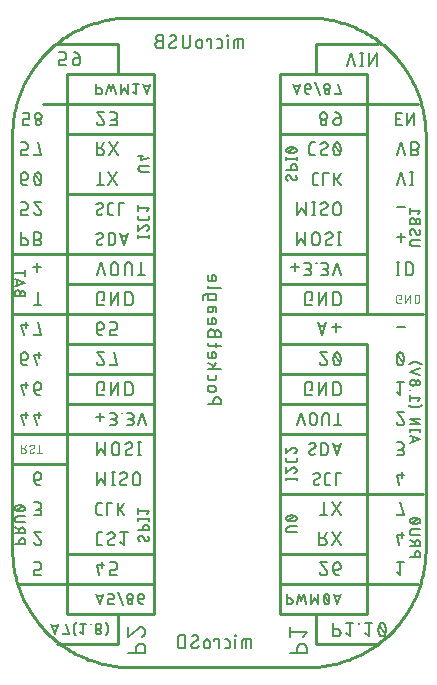
<source format=gbr>
G04 EAGLE Gerber RS-274X export*
G75*
%MOMM*%
%FSLAX34Y34*%
%LPD*%
%INSilkscreen Bottom*%
%IPPOS*%
%AMOC8*
5,1,8,0,0,1.08239X$1,22.5*%
G01*
%ADD10C,0.254000*%
%ADD11C,0.152400*%
%ADD12C,0.127000*%
%ADD13C,0.101600*%
%ADD14C,0.203200*%


D10*
X451370Y554570D02*
X451370Y904570D01*
X451399Y906986D01*
X451487Y909401D01*
X451633Y911813D01*
X451837Y914221D01*
X452099Y916624D01*
X452419Y919019D01*
X452797Y921406D01*
X453233Y923783D01*
X453726Y926148D01*
X454276Y928502D01*
X454882Y930841D01*
X455545Y933165D01*
X456264Y935472D01*
X457039Y937761D01*
X457868Y940030D01*
X458753Y942279D01*
X459691Y944506D01*
X460683Y946710D01*
X461727Y948889D01*
X462824Y951042D01*
X463973Y953168D01*
X465173Y955266D01*
X466423Y957334D01*
X467723Y959371D01*
X469072Y961376D01*
X470468Y963349D01*
X471912Y965286D01*
X473403Y967189D01*
X474938Y969054D01*
X476519Y970882D01*
X478143Y972672D01*
X479810Y974421D01*
X481519Y976130D01*
X483268Y977797D01*
X485058Y979421D01*
X486886Y981002D01*
X488751Y982537D01*
X490654Y984028D01*
X492591Y985472D01*
X494564Y986868D01*
X496569Y988217D01*
X498606Y989517D01*
X500674Y990767D01*
X502772Y991967D01*
X504898Y993116D01*
X507051Y994213D01*
X509230Y995257D01*
X511434Y996249D01*
X513661Y997187D01*
X515910Y998072D01*
X518179Y998901D01*
X520468Y999676D01*
X522775Y1000395D01*
X525099Y1001058D01*
X527438Y1001664D01*
X529792Y1002214D01*
X532157Y1002707D01*
X534534Y1003143D01*
X536921Y1003521D01*
X539316Y1003841D01*
X541719Y1004103D01*
X544127Y1004307D01*
X546539Y1004453D01*
X548954Y1004541D01*
X551370Y1004570D01*
X701370Y1004570D01*
X703786Y1004541D01*
X706201Y1004453D01*
X708613Y1004307D01*
X711021Y1004103D01*
X713424Y1003841D01*
X715819Y1003521D01*
X718206Y1003143D01*
X720583Y1002707D01*
X722948Y1002214D01*
X725302Y1001664D01*
X727641Y1001058D01*
X729965Y1000395D01*
X732272Y999676D01*
X734561Y998901D01*
X736830Y998072D01*
X739079Y997187D01*
X741306Y996249D01*
X743510Y995257D01*
X745689Y994213D01*
X747842Y993116D01*
X749968Y991967D01*
X752066Y990767D01*
X754134Y989517D01*
X756171Y988217D01*
X758176Y986868D01*
X760149Y985472D01*
X762086Y984028D01*
X763989Y982537D01*
X765854Y981002D01*
X767682Y979421D01*
X769472Y977797D01*
X771221Y976130D01*
X772930Y974421D01*
X774597Y972672D01*
X776221Y970882D01*
X777802Y969054D01*
X779337Y967189D01*
X780828Y965286D01*
X782272Y963349D01*
X783668Y961376D01*
X785017Y959371D01*
X786317Y957334D01*
X787567Y955266D01*
X788767Y953168D01*
X789916Y951042D01*
X791013Y948889D01*
X792057Y946710D01*
X793049Y944506D01*
X793987Y942279D01*
X794872Y940030D01*
X795701Y937761D01*
X796476Y935472D01*
X797195Y933165D01*
X797858Y930841D01*
X798464Y928502D01*
X799014Y926148D01*
X799507Y923783D01*
X799943Y921406D01*
X800321Y919019D01*
X800641Y916624D01*
X800903Y914221D01*
X801107Y911813D01*
X801253Y909401D01*
X801341Y906986D01*
X801370Y904570D01*
X801370Y554570D01*
X801341Y552154D01*
X801253Y549739D01*
X801107Y547327D01*
X800903Y544919D01*
X800641Y542516D01*
X800321Y540121D01*
X799943Y537734D01*
X799507Y535357D01*
X799014Y532992D01*
X798464Y530638D01*
X797858Y528299D01*
X797195Y525975D01*
X796476Y523668D01*
X795701Y521379D01*
X794872Y519110D01*
X793987Y516861D01*
X793049Y514634D01*
X792057Y512430D01*
X791013Y510251D01*
X789916Y508098D01*
X788767Y505972D01*
X787567Y503874D01*
X786317Y501806D01*
X785017Y499769D01*
X783668Y497764D01*
X782272Y495791D01*
X780828Y493854D01*
X779337Y491951D01*
X777802Y490086D01*
X776221Y488258D01*
X774597Y486468D01*
X772930Y484719D01*
X771221Y483010D01*
X769472Y481343D01*
X767682Y479719D01*
X765854Y478138D01*
X763989Y476603D01*
X762086Y475112D01*
X760149Y473668D01*
X758176Y472272D01*
X756171Y470923D01*
X754134Y469623D01*
X752066Y468373D01*
X749968Y467173D01*
X747842Y466024D01*
X745689Y464927D01*
X743510Y463883D01*
X741306Y462891D01*
X739079Y461953D01*
X736830Y461068D01*
X734561Y460239D01*
X732272Y459464D01*
X729965Y458745D01*
X727641Y458082D01*
X725302Y457476D01*
X722948Y456926D01*
X720583Y456433D01*
X718206Y455997D01*
X715819Y455619D01*
X713424Y455299D01*
X711021Y455037D01*
X708613Y454833D01*
X706201Y454687D01*
X703786Y454599D01*
X701370Y454570D01*
X551370Y454570D01*
X548954Y454599D01*
X546539Y454687D01*
X544127Y454833D01*
X541719Y455037D01*
X539316Y455299D01*
X536921Y455619D01*
X534534Y455997D01*
X532157Y456433D01*
X529792Y456926D01*
X527438Y457476D01*
X525099Y458082D01*
X522775Y458745D01*
X520468Y459464D01*
X518179Y460239D01*
X515910Y461068D01*
X513661Y461953D01*
X511434Y462891D01*
X509230Y463883D01*
X507051Y464927D01*
X504898Y466024D01*
X502772Y467173D01*
X500674Y468373D01*
X498606Y469623D01*
X496569Y470923D01*
X494564Y472272D01*
X492591Y473668D01*
X490654Y475112D01*
X488751Y476603D01*
X486886Y478138D01*
X485058Y479719D01*
X483268Y481343D01*
X481519Y483010D01*
X479810Y484719D01*
X478143Y486468D01*
X476519Y488258D01*
X474938Y490086D01*
X473403Y491951D01*
X471912Y493854D01*
X470468Y495791D01*
X469072Y497764D01*
X467723Y499769D01*
X466423Y501806D01*
X465173Y503874D01*
X463973Y505972D01*
X462824Y508098D01*
X461727Y510251D01*
X460683Y512430D01*
X459691Y514634D01*
X458753Y516861D01*
X457868Y519110D01*
X457039Y521379D01*
X456264Y523668D01*
X455545Y525975D01*
X454882Y528299D01*
X454276Y530638D01*
X453726Y532992D01*
X453233Y535357D01*
X452797Y537734D01*
X452419Y540121D01*
X452099Y542516D01*
X451837Y544919D01*
X451633Y547327D01*
X451487Y549739D01*
X451399Y552154D01*
X451370Y554570D01*
D11*
X616712Y677249D02*
X627888Y677249D01*
X627888Y680353D01*
X627886Y680464D01*
X627880Y680574D01*
X627870Y680685D01*
X627856Y680795D01*
X627839Y680904D01*
X627817Y681013D01*
X627792Y681121D01*
X627762Y681227D01*
X627729Y681333D01*
X627692Y681438D01*
X627652Y681541D01*
X627607Y681642D01*
X627560Y681742D01*
X627508Y681841D01*
X627453Y681937D01*
X627395Y682031D01*
X627334Y682123D01*
X627269Y682213D01*
X627201Y682301D01*
X627130Y682386D01*
X627056Y682468D01*
X626979Y682548D01*
X626899Y682625D01*
X626817Y682699D01*
X626732Y682770D01*
X626644Y682838D01*
X626554Y682903D01*
X626462Y682964D01*
X626368Y683022D01*
X626272Y683077D01*
X626173Y683129D01*
X626073Y683176D01*
X625972Y683221D01*
X625869Y683261D01*
X625764Y683298D01*
X625658Y683331D01*
X625552Y683361D01*
X625444Y683386D01*
X625335Y683408D01*
X625226Y683425D01*
X625116Y683439D01*
X625005Y683449D01*
X624895Y683455D01*
X624784Y683457D01*
X624673Y683455D01*
X624563Y683449D01*
X624452Y683439D01*
X624342Y683425D01*
X624233Y683408D01*
X624124Y683386D01*
X624016Y683361D01*
X623910Y683331D01*
X623804Y683298D01*
X623699Y683261D01*
X623596Y683221D01*
X623495Y683176D01*
X623395Y683129D01*
X623296Y683077D01*
X623200Y683022D01*
X623106Y682964D01*
X623014Y682903D01*
X622924Y682838D01*
X622836Y682770D01*
X622751Y682699D01*
X622669Y682625D01*
X622589Y682548D01*
X622512Y682468D01*
X622438Y682386D01*
X622367Y682301D01*
X622299Y682213D01*
X622234Y682123D01*
X622173Y682031D01*
X622115Y681937D01*
X622060Y681841D01*
X622008Y681742D01*
X621961Y681642D01*
X621916Y681541D01*
X621876Y681438D01*
X621839Y681333D01*
X621806Y681227D01*
X621776Y681121D01*
X621751Y681013D01*
X621729Y680904D01*
X621712Y680795D01*
X621698Y680685D01*
X621688Y680574D01*
X621682Y680464D01*
X621680Y680353D01*
X621679Y680353D02*
X621679Y677249D01*
X621679Y687945D02*
X619196Y687945D01*
X621679Y687945D02*
X621778Y687947D01*
X621876Y687953D01*
X621975Y687963D01*
X622072Y687976D01*
X622170Y687994D01*
X622266Y688015D01*
X622362Y688041D01*
X622456Y688070D01*
X622549Y688102D01*
X622641Y688139D01*
X622731Y688179D01*
X622820Y688223D01*
X622907Y688270D01*
X622992Y688320D01*
X623074Y688374D01*
X623155Y688431D01*
X623233Y688491D01*
X623309Y688555D01*
X623382Y688621D01*
X623453Y688690D01*
X623521Y688762D01*
X623585Y688837D01*
X623647Y688914D01*
X623706Y688993D01*
X623761Y689075D01*
X623814Y689159D01*
X623862Y689244D01*
X623908Y689332D01*
X623950Y689422D01*
X623988Y689513D01*
X624022Y689605D01*
X624053Y689699D01*
X624080Y689794D01*
X624104Y689890D01*
X624123Y689987D01*
X624139Y690084D01*
X624151Y690182D01*
X624159Y690281D01*
X624163Y690380D01*
X624163Y690478D01*
X624159Y690577D01*
X624151Y690676D01*
X624139Y690774D01*
X624123Y690871D01*
X624104Y690968D01*
X624080Y691064D01*
X624053Y691159D01*
X624022Y691253D01*
X623988Y691345D01*
X623950Y691436D01*
X623908Y691526D01*
X623862Y691614D01*
X623814Y691699D01*
X623761Y691783D01*
X623706Y691865D01*
X623647Y691944D01*
X623585Y692021D01*
X623521Y692096D01*
X623453Y692168D01*
X623382Y692237D01*
X623309Y692303D01*
X623233Y692367D01*
X623155Y692427D01*
X623074Y692484D01*
X622992Y692538D01*
X622907Y692588D01*
X622820Y692635D01*
X622731Y692679D01*
X622641Y692719D01*
X622549Y692756D01*
X622456Y692788D01*
X622362Y692817D01*
X622266Y692843D01*
X622170Y692864D01*
X622072Y692882D01*
X621975Y692895D01*
X621876Y692905D01*
X621778Y692911D01*
X621679Y692913D01*
X621679Y692912D02*
X619196Y692912D01*
X619196Y692913D02*
X619097Y692911D01*
X618999Y692905D01*
X618900Y692895D01*
X618803Y692882D01*
X618705Y692864D01*
X618609Y692843D01*
X618513Y692817D01*
X618419Y692788D01*
X618326Y692756D01*
X618234Y692719D01*
X618144Y692679D01*
X618055Y692635D01*
X617968Y692588D01*
X617883Y692538D01*
X617801Y692484D01*
X617720Y692427D01*
X617642Y692367D01*
X617566Y692303D01*
X617493Y692237D01*
X617422Y692168D01*
X617354Y692096D01*
X617290Y692021D01*
X617228Y691944D01*
X617169Y691865D01*
X617114Y691783D01*
X617061Y691699D01*
X617013Y691614D01*
X616967Y691526D01*
X616925Y691436D01*
X616887Y691345D01*
X616853Y691253D01*
X616822Y691159D01*
X616795Y691064D01*
X616771Y690968D01*
X616752Y690871D01*
X616736Y690774D01*
X616724Y690676D01*
X616716Y690577D01*
X616712Y690478D01*
X616712Y690380D01*
X616716Y690281D01*
X616724Y690182D01*
X616736Y690084D01*
X616752Y689987D01*
X616771Y689890D01*
X616795Y689794D01*
X616822Y689699D01*
X616853Y689605D01*
X616887Y689513D01*
X616925Y689422D01*
X616967Y689332D01*
X617013Y689244D01*
X617061Y689159D01*
X617114Y689075D01*
X617169Y688993D01*
X617228Y688914D01*
X617290Y688837D01*
X617354Y688762D01*
X617422Y688690D01*
X617493Y688621D01*
X617566Y688555D01*
X617642Y688491D01*
X617720Y688431D01*
X617801Y688374D01*
X617883Y688320D01*
X617968Y688270D01*
X618055Y688223D01*
X618144Y688179D01*
X618234Y688139D01*
X618326Y688102D01*
X618419Y688070D01*
X618513Y688041D01*
X618609Y688015D01*
X618705Y687994D01*
X618803Y687976D01*
X618900Y687963D01*
X618999Y687953D01*
X619097Y687947D01*
X619196Y687945D01*
X616712Y699730D02*
X616712Y702214D01*
X616712Y699730D02*
X616714Y699646D01*
X616719Y699563D01*
X616729Y699480D01*
X616742Y699397D01*
X616759Y699315D01*
X616779Y699234D01*
X616803Y699154D01*
X616831Y699075D01*
X616862Y698998D01*
X616896Y698922D01*
X616934Y698847D01*
X616976Y698774D01*
X617020Y698704D01*
X617068Y698635D01*
X617118Y698568D01*
X617172Y698504D01*
X617228Y698443D01*
X617288Y698383D01*
X617349Y698327D01*
X617413Y698273D01*
X617480Y698223D01*
X617549Y698175D01*
X617619Y698131D01*
X617692Y698089D01*
X617767Y698051D01*
X617843Y698017D01*
X617920Y697986D01*
X617999Y697958D01*
X618079Y697934D01*
X618160Y697914D01*
X618242Y697897D01*
X618325Y697884D01*
X618408Y697874D01*
X618491Y697869D01*
X618575Y697867D01*
X618575Y697868D02*
X622300Y697868D01*
X622300Y697867D02*
X622384Y697869D01*
X622467Y697875D01*
X622550Y697884D01*
X622633Y697897D01*
X622715Y697914D01*
X622796Y697934D01*
X622876Y697958D01*
X622955Y697986D01*
X623032Y698017D01*
X623108Y698051D01*
X623183Y698089D01*
X623256Y698131D01*
X623326Y698175D01*
X623395Y698223D01*
X623462Y698273D01*
X623526Y698327D01*
X623587Y698383D01*
X623647Y698443D01*
X623703Y698504D01*
X623757Y698568D01*
X623807Y698635D01*
X623855Y698704D01*
X623899Y698774D01*
X623941Y698847D01*
X623979Y698922D01*
X624013Y698998D01*
X624044Y699075D01*
X624072Y699154D01*
X624096Y699234D01*
X624116Y699315D01*
X624133Y699397D01*
X624146Y699480D01*
X624156Y699563D01*
X624161Y699646D01*
X624163Y699730D01*
X624163Y702214D01*
X627888Y707165D02*
X616712Y707165D01*
X620437Y707165D02*
X624163Y712132D01*
X621990Y709338D02*
X616712Y712132D01*
X616712Y718383D02*
X616712Y721487D01*
X616712Y718383D02*
X616714Y718299D01*
X616719Y718216D01*
X616729Y718133D01*
X616742Y718050D01*
X616759Y717968D01*
X616779Y717887D01*
X616803Y717807D01*
X616831Y717728D01*
X616862Y717651D01*
X616896Y717575D01*
X616934Y717500D01*
X616976Y717427D01*
X617020Y717357D01*
X617068Y717288D01*
X617118Y717221D01*
X617172Y717157D01*
X617228Y717096D01*
X617288Y717036D01*
X617349Y716980D01*
X617413Y716926D01*
X617480Y716876D01*
X617549Y716828D01*
X617619Y716784D01*
X617692Y716742D01*
X617767Y716704D01*
X617843Y716670D01*
X617920Y716639D01*
X617999Y716611D01*
X618079Y716587D01*
X618160Y716567D01*
X618242Y716550D01*
X618325Y716537D01*
X618408Y716527D01*
X618491Y716522D01*
X618575Y716520D01*
X621679Y716520D01*
X621778Y716522D01*
X621876Y716528D01*
X621975Y716538D01*
X622072Y716551D01*
X622170Y716569D01*
X622266Y716590D01*
X622362Y716616D01*
X622456Y716645D01*
X622549Y716677D01*
X622641Y716714D01*
X622731Y716754D01*
X622820Y716798D01*
X622907Y716845D01*
X622992Y716895D01*
X623074Y716949D01*
X623155Y717006D01*
X623233Y717066D01*
X623309Y717130D01*
X623382Y717196D01*
X623453Y717265D01*
X623521Y717337D01*
X623585Y717412D01*
X623647Y717489D01*
X623706Y717568D01*
X623761Y717650D01*
X623814Y717734D01*
X623862Y717819D01*
X623908Y717907D01*
X623950Y717997D01*
X623988Y718088D01*
X624022Y718180D01*
X624053Y718274D01*
X624080Y718369D01*
X624104Y718465D01*
X624123Y718562D01*
X624139Y718659D01*
X624151Y718757D01*
X624159Y718856D01*
X624163Y718955D01*
X624163Y719053D01*
X624159Y719152D01*
X624151Y719251D01*
X624139Y719349D01*
X624123Y719446D01*
X624104Y719543D01*
X624080Y719639D01*
X624053Y719734D01*
X624022Y719828D01*
X623988Y719920D01*
X623950Y720011D01*
X623908Y720101D01*
X623862Y720189D01*
X623814Y720274D01*
X623761Y720358D01*
X623706Y720440D01*
X623647Y720519D01*
X623585Y720596D01*
X623521Y720671D01*
X623453Y720743D01*
X623382Y720812D01*
X623309Y720878D01*
X623233Y720942D01*
X623155Y721002D01*
X623074Y721059D01*
X622992Y721113D01*
X622907Y721163D01*
X622820Y721210D01*
X622731Y721254D01*
X622641Y721294D01*
X622549Y721331D01*
X622456Y721363D01*
X622362Y721392D01*
X622266Y721418D01*
X622170Y721439D01*
X622072Y721457D01*
X621975Y721470D01*
X621876Y721480D01*
X621778Y721486D01*
X621679Y721488D01*
X621679Y721487D02*
X620437Y721487D01*
X620437Y716520D01*
X624163Y725408D02*
X624163Y729133D01*
X627888Y726649D02*
X618575Y726649D01*
X618491Y726651D01*
X618408Y726656D01*
X618325Y726666D01*
X618242Y726679D01*
X618160Y726696D01*
X618079Y726716D01*
X617999Y726740D01*
X617920Y726768D01*
X617843Y726799D01*
X617767Y726833D01*
X617692Y726871D01*
X617619Y726913D01*
X617549Y726957D01*
X617480Y727005D01*
X617413Y727055D01*
X617349Y727109D01*
X617288Y727165D01*
X617228Y727225D01*
X617172Y727286D01*
X617118Y727350D01*
X617068Y727417D01*
X617020Y727486D01*
X616976Y727556D01*
X616934Y727629D01*
X616896Y727704D01*
X616862Y727780D01*
X616831Y727857D01*
X616803Y727936D01*
X616779Y728016D01*
X616759Y728097D01*
X616742Y728179D01*
X616729Y728262D01*
X616719Y728345D01*
X616714Y728428D01*
X616712Y728512D01*
X616712Y729133D01*
X622921Y734399D02*
X622921Y737503D01*
X622920Y737503D02*
X622918Y737614D01*
X622912Y737724D01*
X622902Y737835D01*
X622888Y737945D01*
X622871Y738054D01*
X622849Y738163D01*
X622824Y738271D01*
X622794Y738377D01*
X622761Y738483D01*
X622724Y738588D01*
X622684Y738691D01*
X622639Y738792D01*
X622592Y738892D01*
X622540Y738991D01*
X622485Y739087D01*
X622427Y739181D01*
X622366Y739273D01*
X622301Y739363D01*
X622233Y739451D01*
X622162Y739536D01*
X622088Y739618D01*
X622011Y739698D01*
X621931Y739775D01*
X621849Y739849D01*
X621764Y739920D01*
X621676Y739988D01*
X621586Y740053D01*
X621494Y740114D01*
X621400Y740172D01*
X621304Y740227D01*
X621205Y740279D01*
X621105Y740326D01*
X621004Y740371D01*
X620901Y740411D01*
X620796Y740448D01*
X620690Y740481D01*
X620584Y740511D01*
X620476Y740536D01*
X620367Y740558D01*
X620258Y740575D01*
X620148Y740589D01*
X620037Y740599D01*
X619927Y740605D01*
X619816Y740607D01*
X619705Y740605D01*
X619595Y740599D01*
X619484Y740589D01*
X619374Y740575D01*
X619265Y740558D01*
X619156Y740536D01*
X619048Y740511D01*
X618942Y740481D01*
X618836Y740448D01*
X618731Y740411D01*
X618628Y740371D01*
X618527Y740326D01*
X618427Y740279D01*
X618328Y740227D01*
X618232Y740172D01*
X618138Y740114D01*
X618046Y740053D01*
X617956Y739988D01*
X617868Y739920D01*
X617783Y739849D01*
X617701Y739775D01*
X617621Y739698D01*
X617544Y739618D01*
X617470Y739536D01*
X617399Y739451D01*
X617331Y739363D01*
X617266Y739273D01*
X617205Y739181D01*
X617147Y739087D01*
X617092Y738991D01*
X617040Y738892D01*
X616993Y738792D01*
X616948Y738691D01*
X616908Y738588D01*
X616871Y738483D01*
X616838Y738377D01*
X616808Y738271D01*
X616783Y738163D01*
X616761Y738054D01*
X616744Y737945D01*
X616730Y737835D01*
X616720Y737724D01*
X616714Y737614D01*
X616712Y737503D01*
X616712Y734399D01*
X627888Y734399D01*
X627888Y737503D01*
X627886Y737602D01*
X627880Y737700D01*
X627870Y737799D01*
X627857Y737896D01*
X627839Y737994D01*
X627818Y738090D01*
X627792Y738186D01*
X627763Y738280D01*
X627731Y738373D01*
X627694Y738465D01*
X627654Y738555D01*
X627610Y738644D01*
X627563Y738731D01*
X627513Y738816D01*
X627459Y738898D01*
X627402Y738979D01*
X627342Y739057D01*
X627278Y739133D01*
X627212Y739206D01*
X627143Y739277D01*
X627071Y739345D01*
X626996Y739409D01*
X626919Y739471D01*
X626840Y739530D01*
X626758Y739585D01*
X626674Y739638D01*
X626589Y739686D01*
X626501Y739732D01*
X626411Y739774D01*
X626320Y739812D01*
X626228Y739846D01*
X626134Y739877D01*
X626039Y739904D01*
X625943Y739928D01*
X625846Y739947D01*
X625749Y739963D01*
X625651Y739975D01*
X625552Y739983D01*
X625453Y739987D01*
X625355Y739987D01*
X625256Y739983D01*
X625157Y739975D01*
X625059Y739963D01*
X624962Y739947D01*
X624865Y739928D01*
X624769Y739904D01*
X624674Y739877D01*
X624580Y739846D01*
X624488Y739812D01*
X624397Y739774D01*
X624307Y739732D01*
X624219Y739686D01*
X624134Y739638D01*
X624050Y739585D01*
X623968Y739530D01*
X623889Y739471D01*
X623812Y739409D01*
X623737Y739345D01*
X623665Y739277D01*
X623596Y739206D01*
X623530Y739133D01*
X623466Y739057D01*
X623406Y738979D01*
X623349Y738898D01*
X623295Y738816D01*
X623245Y738731D01*
X623198Y738644D01*
X623154Y738555D01*
X623114Y738465D01*
X623077Y738373D01*
X623045Y738280D01*
X623016Y738186D01*
X622990Y738090D01*
X622969Y737994D01*
X622951Y737896D01*
X622938Y737799D01*
X622928Y737700D01*
X622922Y737602D01*
X622920Y737503D01*
X616712Y746958D02*
X616712Y750062D01*
X616712Y746958D02*
X616714Y746874D01*
X616719Y746791D01*
X616729Y746708D01*
X616742Y746625D01*
X616759Y746543D01*
X616779Y746462D01*
X616803Y746382D01*
X616831Y746303D01*
X616862Y746226D01*
X616896Y746150D01*
X616934Y746075D01*
X616976Y746002D01*
X617020Y745932D01*
X617068Y745863D01*
X617118Y745796D01*
X617172Y745732D01*
X617228Y745671D01*
X617288Y745611D01*
X617349Y745555D01*
X617413Y745501D01*
X617480Y745451D01*
X617549Y745403D01*
X617619Y745359D01*
X617692Y745317D01*
X617767Y745279D01*
X617843Y745245D01*
X617920Y745214D01*
X617999Y745186D01*
X618079Y745162D01*
X618160Y745142D01*
X618242Y745125D01*
X618325Y745112D01*
X618408Y745102D01*
X618491Y745097D01*
X618575Y745095D01*
X621679Y745095D01*
X621778Y745097D01*
X621876Y745103D01*
X621975Y745113D01*
X622072Y745126D01*
X622170Y745144D01*
X622266Y745165D01*
X622362Y745191D01*
X622456Y745220D01*
X622549Y745252D01*
X622641Y745289D01*
X622731Y745329D01*
X622820Y745373D01*
X622907Y745420D01*
X622992Y745470D01*
X623074Y745524D01*
X623155Y745581D01*
X623233Y745641D01*
X623309Y745705D01*
X623382Y745771D01*
X623453Y745840D01*
X623521Y745912D01*
X623585Y745987D01*
X623647Y746064D01*
X623706Y746143D01*
X623761Y746225D01*
X623814Y746309D01*
X623862Y746394D01*
X623908Y746482D01*
X623950Y746572D01*
X623988Y746663D01*
X624022Y746755D01*
X624053Y746849D01*
X624080Y746944D01*
X624104Y747040D01*
X624123Y747137D01*
X624139Y747234D01*
X624151Y747332D01*
X624159Y747431D01*
X624163Y747530D01*
X624163Y747628D01*
X624159Y747727D01*
X624151Y747826D01*
X624139Y747924D01*
X624123Y748021D01*
X624104Y748118D01*
X624080Y748214D01*
X624053Y748309D01*
X624022Y748403D01*
X623988Y748495D01*
X623950Y748586D01*
X623908Y748676D01*
X623862Y748764D01*
X623814Y748849D01*
X623761Y748933D01*
X623706Y749015D01*
X623647Y749094D01*
X623585Y749171D01*
X623521Y749246D01*
X623453Y749318D01*
X623382Y749387D01*
X623309Y749453D01*
X623233Y749517D01*
X623155Y749577D01*
X623074Y749634D01*
X622992Y749688D01*
X622907Y749738D01*
X622820Y749785D01*
X622731Y749829D01*
X622641Y749869D01*
X622549Y749906D01*
X622456Y749938D01*
X622362Y749967D01*
X622266Y749993D01*
X622170Y750014D01*
X622072Y750032D01*
X621975Y750045D01*
X621876Y750055D01*
X621778Y750061D01*
X621679Y750063D01*
X621679Y750062D02*
X620437Y750062D01*
X620437Y745095D01*
X621058Y757100D02*
X621058Y759894D01*
X621058Y757100D02*
X621056Y757008D01*
X621050Y756916D01*
X621040Y756824D01*
X621027Y756733D01*
X621009Y756642D01*
X620988Y756552D01*
X620963Y756464D01*
X620934Y756376D01*
X620901Y756290D01*
X620865Y756205D01*
X620825Y756122D01*
X620782Y756040D01*
X620735Y755961D01*
X620685Y755883D01*
X620632Y755808D01*
X620576Y755735D01*
X620516Y755664D01*
X620454Y755596D01*
X620389Y755531D01*
X620321Y755469D01*
X620250Y755409D01*
X620177Y755353D01*
X620102Y755300D01*
X620024Y755250D01*
X619945Y755203D01*
X619863Y755160D01*
X619780Y755120D01*
X619695Y755084D01*
X619609Y755051D01*
X619521Y755022D01*
X619433Y754997D01*
X619343Y754976D01*
X619252Y754958D01*
X619161Y754945D01*
X619069Y754935D01*
X618977Y754929D01*
X618885Y754927D01*
X618793Y754929D01*
X618701Y754935D01*
X618609Y754945D01*
X618518Y754958D01*
X618427Y754976D01*
X618337Y754997D01*
X618249Y755022D01*
X618161Y755051D01*
X618075Y755084D01*
X617990Y755120D01*
X617907Y755160D01*
X617825Y755203D01*
X617746Y755250D01*
X617668Y755300D01*
X617593Y755353D01*
X617520Y755409D01*
X617449Y755469D01*
X617381Y755531D01*
X617316Y755596D01*
X617254Y755664D01*
X617194Y755735D01*
X617138Y755808D01*
X617085Y755883D01*
X617035Y755961D01*
X616988Y756040D01*
X616945Y756122D01*
X616905Y756205D01*
X616869Y756290D01*
X616836Y756376D01*
X616807Y756464D01*
X616782Y756552D01*
X616761Y756642D01*
X616743Y756733D01*
X616730Y756824D01*
X616720Y756916D01*
X616714Y757008D01*
X616712Y757100D01*
X616712Y759894D01*
X622300Y759894D01*
X622300Y759895D02*
X622384Y759893D01*
X622467Y759888D01*
X622550Y759878D01*
X622633Y759865D01*
X622715Y759848D01*
X622796Y759828D01*
X622876Y759804D01*
X622955Y759776D01*
X623032Y759745D01*
X623108Y759711D01*
X623183Y759673D01*
X623256Y759631D01*
X623326Y759587D01*
X623395Y759539D01*
X623462Y759489D01*
X623526Y759435D01*
X623587Y759379D01*
X623647Y759319D01*
X623703Y759258D01*
X623757Y759194D01*
X623807Y759127D01*
X623855Y759058D01*
X623899Y758988D01*
X623941Y758915D01*
X623979Y758840D01*
X624013Y758764D01*
X624044Y758687D01*
X624072Y758608D01*
X624096Y758528D01*
X624116Y758447D01*
X624133Y758365D01*
X624146Y758282D01*
X624156Y758199D01*
X624161Y758116D01*
X624163Y758032D01*
X624163Y755548D01*
X616712Y767077D02*
X616712Y770181D01*
X616712Y767077D02*
X616714Y766993D01*
X616719Y766910D01*
X616729Y766827D01*
X616742Y766744D01*
X616759Y766662D01*
X616779Y766581D01*
X616803Y766501D01*
X616831Y766422D01*
X616862Y766345D01*
X616896Y766269D01*
X616934Y766194D01*
X616976Y766121D01*
X617020Y766051D01*
X617068Y765982D01*
X617118Y765915D01*
X617172Y765851D01*
X617228Y765790D01*
X617288Y765730D01*
X617349Y765674D01*
X617413Y765620D01*
X617480Y765570D01*
X617549Y765522D01*
X617619Y765478D01*
X617692Y765436D01*
X617767Y765398D01*
X617843Y765364D01*
X617920Y765333D01*
X617999Y765305D01*
X618079Y765281D01*
X618160Y765261D01*
X618242Y765244D01*
X618325Y765231D01*
X618408Y765221D01*
X618491Y765216D01*
X618575Y765214D01*
X622300Y765214D01*
X622384Y765216D01*
X622467Y765222D01*
X622550Y765231D01*
X622633Y765244D01*
X622715Y765261D01*
X622796Y765281D01*
X622876Y765305D01*
X622955Y765333D01*
X623032Y765364D01*
X623108Y765398D01*
X623183Y765436D01*
X623256Y765478D01*
X623326Y765522D01*
X623395Y765570D01*
X623462Y765620D01*
X623526Y765674D01*
X623587Y765730D01*
X623647Y765790D01*
X623703Y765851D01*
X623757Y765915D01*
X623807Y765982D01*
X623855Y766051D01*
X623899Y766121D01*
X623941Y766194D01*
X623979Y766269D01*
X624013Y766345D01*
X624044Y766422D01*
X624072Y766501D01*
X624096Y766581D01*
X624116Y766662D01*
X624133Y766744D01*
X624146Y766827D01*
X624156Y766910D01*
X624161Y766993D01*
X624163Y767077D01*
X624163Y770181D01*
X614849Y770181D01*
X614849Y770182D02*
X614763Y770180D01*
X614677Y770174D01*
X614592Y770164D01*
X614507Y770150D01*
X614422Y770133D01*
X614339Y770111D01*
X614257Y770085D01*
X614176Y770056D01*
X614097Y770023D01*
X614019Y769987D01*
X613942Y769947D01*
X613868Y769903D01*
X613796Y769856D01*
X613726Y769806D01*
X613659Y769752D01*
X613594Y769696D01*
X613532Y769636D01*
X613472Y769574D01*
X613416Y769509D01*
X613362Y769442D01*
X613312Y769372D01*
X613265Y769300D01*
X613221Y769226D01*
X613181Y769149D01*
X613145Y769072D01*
X613112Y768992D01*
X613083Y768911D01*
X613057Y768829D01*
X613035Y768746D01*
X613018Y768661D01*
X613004Y768576D01*
X612994Y768491D01*
X612988Y768405D01*
X612986Y768319D01*
X612987Y768319D02*
X612987Y765835D01*
X618575Y775667D02*
X627888Y775667D01*
X618575Y775666D02*
X618491Y775668D01*
X618408Y775673D01*
X618325Y775683D01*
X618242Y775696D01*
X618160Y775713D01*
X618079Y775733D01*
X617999Y775757D01*
X617920Y775785D01*
X617843Y775816D01*
X617767Y775850D01*
X617692Y775888D01*
X617619Y775930D01*
X617549Y775974D01*
X617480Y776022D01*
X617413Y776072D01*
X617349Y776126D01*
X617288Y776182D01*
X617228Y776242D01*
X617172Y776303D01*
X617118Y776367D01*
X617068Y776434D01*
X617020Y776503D01*
X616976Y776573D01*
X616934Y776646D01*
X616896Y776721D01*
X616862Y776797D01*
X616831Y776874D01*
X616803Y776953D01*
X616779Y777033D01*
X616759Y777114D01*
X616742Y777196D01*
X616729Y777279D01*
X616719Y777362D01*
X616714Y777445D01*
X616712Y777529D01*
X616712Y783534D02*
X616712Y786638D01*
X616712Y783534D02*
X616714Y783450D01*
X616719Y783367D01*
X616729Y783284D01*
X616742Y783201D01*
X616759Y783119D01*
X616779Y783038D01*
X616803Y782958D01*
X616831Y782879D01*
X616862Y782802D01*
X616896Y782726D01*
X616934Y782651D01*
X616976Y782578D01*
X617020Y782508D01*
X617068Y782439D01*
X617118Y782372D01*
X617172Y782308D01*
X617228Y782247D01*
X617288Y782187D01*
X617349Y782131D01*
X617413Y782077D01*
X617480Y782027D01*
X617549Y781979D01*
X617619Y781935D01*
X617692Y781893D01*
X617767Y781855D01*
X617843Y781821D01*
X617920Y781790D01*
X617999Y781762D01*
X618079Y781738D01*
X618160Y781718D01*
X618242Y781701D01*
X618325Y781688D01*
X618408Y781678D01*
X618491Y781673D01*
X618575Y781671D01*
X621679Y781671D01*
X621679Y781670D02*
X621778Y781672D01*
X621876Y781678D01*
X621975Y781688D01*
X622072Y781701D01*
X622170Y781719D01*
X622266Y781740D01*
X622362Y781766D01*
X622456Y781795D01*
X622549Y781827D01*
X622641Y781864D01*
X622731Y781904D01*
X622820Y781948D01*
X622907Y781995D01*
X622992Y782045D01*
X623074Y782099D01*
X623155Y782156D01*
X623233Y782216D01*
X623309Y782280D01*
X623382Y782346D01*
X623453Y782415D01*
X623521Y782487D01*
X623585Y782562D01*
X623647Y782639D01*
X623706Y782718D01*
X623761Y782800D01*
X623814Y782884D01*
X623862Y782969D01*
X623908Y783057D01*
X623950Y783147D01*
X623988Y783238D01*
X624022Y783330D01*
X624053Y783424D01*
X624080Y783519D01*
X624104Y783615D01*
X624123Y783712D01*
X624139Y783809D01*
X624151Y783907D01*
X624159Y784006D01*
X624163Y784105D01*
X624163Y784203D01*
X624159Y784302D01*
X624151Y784401D01*
X624139Y784499D01*
X624123Y784596D01*
X624104Y784693D01*
X624080Y784789D01*
X624053Y784884D01*
X624022Y784978D01*
X623988Y785070D01*
X623950Y785161D01*
X623908Y785251D01*
X623862Y785339D01*
X623814Y785424D01*
X623761Y785508D01*
X623706Y785590D01*
X623647Y785669D01*
X623585Y785746D01*
X623521Y785821D01*
X623453Y785893D01*
X623382Y785962D01*
X623309Y786028D01*
X623233Y786092D01*
X623155Y786152D01*
X623074Y786209D01*
X622992Y786263D01*
X622907Y786313D01*
X622820Y786360D01*
X622731Y786404D01*
X622641Y786444D01*
X622549Y786481D01*
X622456Y786513D01*
X622362Y786542D01*
X622266Y786568D01*
X622170Y786589D01*
X622072Y786607D01*
X621975Y786620D01*
X621876Y786630D01*
X621778Y786636D01*
X621679Y786638D01*
X620437Y786638D01*
X620437Y781671D01*
X646649Y978662D02*
X646649Y986113D01*
X641061Y986113D01*
X640975Y986111D01*
X640889Y986105D01*
X640804Y986095D01*
X640719Y986081D01*
X640634Y986064D01*
X640551Y986042D01*
X640469Y986016D01*
X640388Y985987D01*
X640309Y985954D01*
X640231Y985918D01*
X640154Y985878D01*
X640080Y985834D01*
X640008Y985787D01*
X639938Y985737D01*
X639871Y985683D01*
X639806Y985627D01*
X639744Y985567D01*
X639684Y985505D01*
X639628Y985440D01*
X639574Y985373D01*
X639524Y985303D01*
X639477Y985231D01*
X639433Y985157D01*
X639393Y985080D01*
X639357Y985003D01*
X639324Y984923D01*
X639295Y984842D01*
X639269Y984760D01*
X639247Y984677D01*
X639230Y984592D01*
X639216Y984507D01*
X639206Y984422D01*
X639200Y984336D01*
X639198Y984250D01*
X639198Y978662D01*
X642923Y978662D02*
X642923Y986113D01*
X633779Y986113D02*
X633779Y978662D01*
X634090Y989217D02*
X634090Y989838D01*
X633469Y989838D01*
X633469Y989217D01*
X634090Y989217D01*
X627145Y978662D02*
X624661Y978662D01*
X627145Y978662D02*
X627229Y978664D01*
X627312Y978670D01*
X627395Y978679D01*
X627478Y978692D01*
X627560Y978709D01*
X627641Y978729D01*
X627721Y978753D01*
X627800Y978781D01*
X627877Y978812D01*
X627953Y978846D01*
X628028Y978884D01*
X628101Y978926D01*
X628171Y978970D01*
X628240Y979018D01*
X628307Y979068D01*
X628371Y979122D01*
X628432Y979178D01*
X628492Y979238D01*
X628548Y979299D01*
X628602Y979363D01*
X628652Y979430D01*
X628700Y979499D01*
X628744Y979569D01*
X628786Y979642D01*
X628824Y979717D01*
X628858Y979793D01*
X628889Y979870D01*
X628917Y979949D01*
X628941Y980029D01*
X628961Y980110D01*
X628978Y980192D01*
X628991Y980275D01*
X629001Y980358D01*
X629006Y980441D01*
X629008Y980525D01*
X629007Y980525D02*
X629007Y984250D01*
X629008Y984250D02*
X629006Y984334D01*
X629001Y984417D01*
X628991Y984500D01*
X628978Y984583D01*
X628961Y984665D01*
X628941Y984746D01*
X628917Y984826D01*
X628889Y984905D01*
X628858Y984982D01*
X628824Y985058D01*
X628786Y985133D01*
X628744Y985206D01*
X628700Y985276D01*
X628652Y985345D01*
X628602Y985412D01*
X628548Y985476D01*
X628492Y985537D01*
X628432Y985597D01*
X628371Y985653D01*
X628307Y985707D01*
X628240Y985757D01*
X628171Y985805D01*
X628101Y985849D01*
X628028Y985891D01*
X627953Y985929D01*
X627877Y985963D01*
X627800Y985994D01*
X627721Y986022D01*
X627641Y986046D01*
X627560Y986066D01*
X627478Y986083D01*
X627395Y986096D01*
X627312Y986106D01*
X627229Y986111D01*
X627145Y986113D01*
X624661Y986113D01*
X619797Y986113D02*
X619797Y978662D01*
X619797Y986113D02*
X616072Y986113D01*
X616072Y984871D01*
X612260Y983629D02*
X612260Y981146D01*
X612260Y983629D02*
X612258Y983728D01*
X612252Y983826D01*
X612242Y983925D01*
X612229Y984022D01*
X612211Y984120D01*
X612190Y984216D01*
X612164Y984312D01*
X612135Y984406D01*
X612103Y984499D01*
X612066Y984591D01*
X612026Y984681D01*
X611982Y984770D01*
X611935Y984857D01*
X611885Y984942D01*
X611831Y985024D01*
X611774Y985105D01*
X611714Y985183D01*
X611650Y985259D01*
X611584Y985332D01*
X611515Y985403D01*
X611443Y985471D01*
X611368Y985535D01*
X611291Y985597D01*
X611212Y985656D01*
X611130Y985711D01*
X611046Y985764D01*
X610961Y985812D01*
X610873Y985858D01*
X610783Y985900D01*
X610692Y985938D01*
X610600Y985972D01*
X610506Y986003D01*
X610411Y986030D01*
X610315Y986054D01*
X610218Y986073D01*
X610121Y986089D01*
X610023Y986101D01*
X609924Y986109D01*
X609825Y986113D01*
X609727Y986113D01*
X609628Y986109D01*
X609529Y986101D01*
X609431Y986089D01*
X609334Y986073D01*
X609237Y986054D01*
X609141Y986030D01*
X609046Y986003D01*
X608952Y985972D01*
X608860Y985938D01*
X608769Y985900D01*
X608679Y985858D01*
X608591Y985812D01*
X608506Y985764D01*
X608422Y985711D01*
X608340Y985656D01*
X608261Y985597D01*
X608184Y985535D01*
X608109Y985471D01*
X608037Y985403D01*
X607968Y985332D01*
X607902Y985259D01*
X607838Y985183D01*
X607778Y985105D01*
X607721Y985024D01*
X607667Y984942D01*
X607617Y984857D01*
X607570Y984770D01*
X607526Y984681D01*
X607486Y984591D01*
X607449Y984499D01*
X607417Y984406D01*
X607388Y984312D01*
X607362Y984216D01*
X607341Y984120D01*
X607323Y984022D01*
X607310Y983925D01*
X607300Y983826D01*
X607294Y983728D01*
X607292Y983629D01*
X607293Y983629D02*
X607293Y981146D01*
X607292Y981146D02*
X607294Y981047D01*
X607300Y980949D01*
X607310Y980850D01*
X607323Y980753D01*
X607341Y980655D01*
X607362Y980559D01*
X607388Y980463D01*
X607417Y980369D01*
X607449Y980276D01*
X607486Y980184D01*
X607526Y980094D01*
X607570Y980005D01*
X607617Y979918D01*
X607667Y979833D01*
X607721Y979751D01*
X607778Y979670D01*
X607838Y979592D01*
X607902Y979516D01*
X607968Y979443D01*
X608037Y979372D01*
X608109Y979304D01*
X608184Y979240D01*
X608261Y979178D01*
X608340Y979119D01*
X608422Y979064D01*
X608506Y979011D01*
X608591Y978963D01*
X608679Y978917D01*
X608769Y978875D01*
X608860Y978837D01*
X608952Y978803D01*
X609046Y978772D01*
X609141Y978745D01*
X609237Y978721D01*
X609334Y978702D01*
X609431Y978686D01*
X609529Y978674D01*
X609628Y978666D01*
X609727Y978662D01*
X609825Y978662D01*
X609924Y978666D01*
X610023Y978674D01*
X610121Y978686D01*
X610218Y978702D01*
X610315Y978721D01*
X610411Y978745D01*
X610506Y978772D01*
X610600Y978803D01*
X610692Y978837D01*
X610783Y978875D01*
X610873Y978917D01*
X610961Y978963D01*
X611046Y979011D01*
X611130Y979064D01*
X611212Y979119D01*
X611291Y979178D01*
X611368Y979240D01*
X611443Y979304D01*
X611515Y979372D01*
X611584Y979443D01*
X611650Y979516D01*
X611714Y979592D01*
X611774Y979670D01*
X611831Y979751D01*
X611885Y979833D01*
X611935Y979918D01*
X611982Y980005D01*
X612026Y980094D01*
X612066Y980184D01*
X612103Y980276D01*
X612135Y980369D01*
X612164Y980463D01*
X612190Y980559D01*
X612211Y980655D01*
X612229Y980753D01*
X612242Y980850D01*
X612252Y980949D01*
X612258Y981047D01*
X612260Y981146D01*
X601832Y981766D02*
X601832Y989838D01*
X601831Y981766D02*
X601829Y981655D01*
X601823Y981545D01*
X601813Y981434D01*
X601799Y981324D01*
X601782Y981215D01*
X601760Y981106D01*
X601735Y980998D01*
X601705Y980892D01*
X601672Y980786D01*
X601635Y980681D01*
X601595Y980578D01*
X601550Y980477D01*
X601503Y980377D01*
X601451Y980278D01*
X601396Y980182D01*
X601338Y980088D01*
X601277Y979996D01*
X601212Y979906D01*
X601144Y979818D01*
X601073Y979733D01*
X600999Y979651D01*
X600922Y979571D01*
X600842Y979494D01*
X600760Y979420D01*
X600675Y979349D01*
X600587Y979281D01*
X600497Y979216D01*
X600405Y979155D01*
X600311Y979097D01*
X600215Y979042D01*
X600116Y978990D01*
X600016Y978943D01*
X599915Y978898D01*
X599812Y978858D01*
X599707Y978821D01*
X599601Y978788D01*
X599495Y978758D01*
X599387Y978733D01*
X599278Y978711D01*
X599169Y978694D01*
X599059Y978680D01*
X598948Y978670D01*
X598838Y978664D01*
X598727Y978662D01*
X598616Y978664D01*
X598506Y978670D01*
X598395Y978680D01*
X598285Y978694D01*
X598176Y978711D01*
X598067Y978733D01*
X597959Y978758D01*
X597853Y978788D01*
X597747Y978821D01*
X597642Y978858D01*
X597539Y978898D01*
X597438Y978943D01*
X597338Y978990D01*
X597239Y979042D01*
X597143Y979097D01*
X597049Y979155D01*
X596957Y979216D01*
X596867Y979281D01*
X596779Y979349D01*
X596694Y979420D01*
X596612Y979494D01*
X596532Y979571D01*
X596455Y979651D01*
X596381Y979733D01*
X596310Y979818D01*
X596242Y979906D01*
X596177Y979996D01*
X596116Y980088D01*
X596058Y980182D01*
X596003Y980278D01*
X595951Y980377D01*
X595904Y980477D01*
X595859Y980578D01*
X595819Y980681D01*
X595782Y980786D01*
X595749Y980892D01*
X595719Y980998D01*
X595694Y981106D01*
X595672Y981215D01*
X595655Y981324D01*
X595641Y981434D01*
X595631Y981545D01*
X595625Y981655D01*
X595623Y981766D01*
X595623Y989838D01*
X586677Y978662D02*
X586579Y978664D01*
X586482Y978670D01*
X586385Y978679D01*
X586288Y978693D01*
X586192Y978710D01*
X586097Y978731D01*
X586003Y978755D01*
X585909Y978784D01*
X585817Y978816D01*
X585726Y978851D01*
X585637Y978890D01*
X585549Y978933D01*
X585463Y978979D01*
X585379Y979028D01*
X585297Y979081D01*
X585217Y979136D01*
X585139Y979195D01*
X585064Y979257D01*
X584991Y979322D01*
X584921Y979390D01*
X584853Y979460D01*
X584788Y979533D01*
X584726Y979608D01*
X584667Y979686D01*
X584612Y979766D01*
X584559Y979848D01*
X584510Y979932D01*
X584464Y980018D01*
X584421Y980106D01*
X584382Y980195D01*
X584347Y980286D01*
X584315Y980378D01*
X584286Y980472D01*
X584262Y980566D01*
X584241Y980661D01*
X584224Y980757D01*
X584210Y980854D01*
X584201Y980951D01*
X584195Y981048D01*
X584193Y981146D01*
X586677Y978662D02*
X586820Y978664D01*
X586963Y978670D01*
X587105Y978679D01*
X587247Y978693D01*
X587389Y978711D01*
X587530Y978732D01*
X587671Y978757D01*
X587811Y978786D01*
X587950Y978819D01*
X588088Y978855D01*
X588225Y978896D01*
X588361Y978940D01*
X588495Y978987D01*
X588629Y979039D01*
X588760Y979093D01*
X588891Y979152D01*
X589019Y979214D01*
X589146Y979279D01*
X589271Y979348D01*
X589395Y979421D01*
X589516Y979496D01*
X589635Y979575D01*
X589752Y979657D01*
X589866Y979743D01*
X589978Y979831D01*
X590088Y979922D01*
X590195Y980017D01*
X590300Y980114D01*
X590402Y980214D01*
X590092Y987354D02*
X590090Y987452D01*
X590084Y987549D01*
X590075Y987646D01*
X590061Y987743D01*
X590044Y987839D01*
X590023Y987934D01*
X589999Y988028D01*
X589970Y988122D01*
X589938Y988214D01*
X589903Y988305D01*
X589864Y988394D01*
X589821Y988482D01*
X589775Y988568D01*
X589726Y988652D01*
X589673Y988734D01*
X589618Y988814D01*
X589559Y988892D01*
X589497Y988967D01*
X589432Y989040D01*
X589364Y989110D01*
X589294Y989178D01*
X589221Y989243D01*
X589146Y989305D01*
X589068Y989364D01*
X588988Y989419D01*
X588906Y989472D01*
X588822Y989521D01*
X588736Y989567D01*
X588648Y989610D01*
X588559Y989649D01*
X588468Y989684D01*
X588376Y989716D01*
X588282Y989745D01*
X588188Y989769D01*
X588093Y989790D01*
X587997Y989807D01*
X587900Y989821D01*
X587803Y989830D01*
X587706Y989836D01*
X587608Y989838D01*
X587478Y989836D01*
X587348Y989831D01*
X587218Y989822D01*
X587088Y989809D01*
X586959Y989793D01*
X586830Y989773D01*
X586702Y989749D01*
X586574Y989722D01*
X586448Y989691D01*
X586322Y989657D01*
X586197Y989619D01*
X586074Y989578D01*
X585951Y989533D01*
X585830Y989485D01*
X585710Y989434D01*
X585592Y989379D01*
X585476Y989321D01*
X585361Y989260D01*
X585247Y989195D01*
X585136Y989128D01*
X585027Y989057D01*
X584919Y988983D01*
X584814Y988907D01*
X588849Y985181D02*
X588932Y985232D01*
X589013Y985286D01*
X589091Y985343D01*
X589167Y985403D01*
X589241Y985466D01*
X589312Y985532D01*
X589381Y985600D01*
X589447Y985671D01*
X589511Y985744D01*
X589571Y985820D01*
X589628Y985898D01*
X589683Y985979D01*
X589734Y986061D01*
X589782Y986145D01*
X589827Y986231D01*
X589869Y986319D01*
X589907Y986408D01*
X589941Y986498D01*
X589973Y986590D01*
X590000Y986683D01*
X590024Y986777D01*
X590045Y986872D01*
X590061Y986968D01*
X590074Y987064D01*
X590084Y987160D01*
X590089Y987257D01*
X590091Y987354D01*
X585435Y983319D02*
X585352Y983268D01*
X585271Y983214D01*
X585193Y983157D01*
X585117Y983097D01*
X585043Y983034D01*
X584972Y982968D01*
X584903Y982900D01*
X584837Y982829D01*
X584773Y982756D01*
X584713Y982680D01*
X584656Y982602D01*
X584601Y982521D01*
X584550Y982439D01*
X584502Y982355D01*
X584457Y982269D01*
X584415Y982181D01*
X584377Y982092D01*
X584343Y982002D01*
X584311Y981910D01*
X584284Y981817D01*
X584260Y981723D01*
X584239Y981628D01*
X584223Y981532D01*
X584210Y981436D01*
X584200Y981340D01*
X584195Y981243D01*
X584193Y981146D01*
X585435Y983319D02*
X588850Y985181D01*
X578760Y984871D02*
X575656Y984871D01*
X575656Y984870D02*
X575545Y984868D01*
X575435Y984862D01*
X575324Y984852D01*
X575214Y984838D01*
X575105Y984821D01*
X574996Y984799D01*
X574888Y984774D01*
X574782Y984744D01*
X574676Y984711D01*
X574571Y984674D01*
X574468Y984634D01*
X574367Y984589D01*
X574267Y984542D01*
X574168Y984490D01*
X574072Y984435D01*
X573978Y984377D01*
X573886Y984316D01*
X573796Y984251D01*
X573708Y984183D01*
X573623Y984112D01*
X573541Y984038D01*
X573461Y983961D01*
X573384Y983881D01*
X573310Y983799D01*
X573239Y983714D01*
X573171Y983626D01*
X573106Y983536D01*
X573045Y983444D01*
X572987Y983350D01*
X572932Y983254D01*
X572880Y983155D01*
X572833Y983055D01*
X572788Y982954D01*
X572748Y982851D01*
X572711Y982746D01*
X572678Y982640D01*
X572648Y982534D01*
X572623Y982426D01*
X572601Y982317D01*
X572584Y982208D01*
X572570Y982098D01*
X572560Y981987D01*
X572554Y981877D01*
X572552Y981766D01*
X572554Y981655D01*
X572560Y981545D01*
X572570Y981434D01*
X572584Y981324D01*
X572601Y981215D01*
X572623Y981106D01*
X572648Y980998D01*
X572678Y980892D01*
X572711Y980786D01*
X572748Y980681D01*
X572788Y980578D01*
X572833Y980477D01*
X572880Y980377D01*
X572932Y980278D01*
X572987Y980182D01*
X573045Y980088D01*
X573106Y979996D01*
X573171Y979906D01*
X573239Y979818D01*
X573310Y979733D01*
X573384Y979651D01*
X573461Y979571D01*
X573541Y979494D01*
X573623Y979420D01*
X573708Y979349D01*
X573796Y979281D01*
X573886Y979216D01*
X573978Y979155D01*
X574072Y979097D01*
X574168Y979042D01*
X574267Y978990D01*
X574367Y978943D01*
X574468Y978898D01*
X574571Y978858D01*
X574676Y978821D01*
X574782Y978788D01*
X574888Y978758D01*
X574996Y978733D01*
X575105Y978711D01*
X575214Y978694D01*
X575324Y978680D01*
X575435Y978670D01*
X575545Y978664D01*
X575656Y978662D01*
X578760Y978662D01*
X578760Y989838D01*
X575656Y989838D01*
X575557Y989836D01*
X575459Y989830D01*
X575360Y989820D01*
X575263Y989807D01*
X575165Y989789D01*
X575069Y989768D01*
X574973Y989742D01*
X574879Y989713D01*
X574786Y989681D01*
X574694Y989644D01*
X574604Y989604D01*
X574515Y989560D01*
X574428Y989513D01*
X574343Y989463D01*
X574261Y989409D01*
X574180Y989352D01*
X574102Y989292D01*
X574026Y989228D01*
X573953Y989162D01*
X573882Y989093D01*
X573814Y989021D01*
X573750Y988946D01*
X573688Y988869D01*
X573629Y988790D01*
X573574Y988708D01*
X573521Y988624D01*
X573473Y988539D01*
X573427Y988451D01*
X573385Y988361D01*
X573347Y988270D01*
X573313Y988178D01*
X573282Y988084D01*
X573255Y987989D01*
X573231Y987893D01*
X573212Y987796D01*
X573196Y987699D01*
X573184Y987601D01*
X573176Y987502D01*
X573172Y987403D01*
X573172Y987305D01*
X573176Y987206D01*
X573184Y987107D01*
X573196Y987009D01*
X573212Y986912D01*
X573231Y986815D01*
X573255Y986719D01*
X573282Y986624D01*
X573313Y986530D01*
X573347Y986438D01*
X573385Y986347D01*
X573427Y986257D01*
X573473Y986169D01*
X573521Y986084D01*
X573574Y986000D01*
X573629Y985918D01*
X573688Y985839D01*
X573750Y985762D01*
X573814Y985687D01*
X573882Y985615D01*
X573953Y985546D01*
X574026Y985480D01*
X574102Y985416D01*
X574180Y985356D01*
X574261Y985299D01*
X574343Y985245D01*
X574428Y985195D01*
X574515Y985148D01*
X574604Y985104D01*
X574694Y985064D01*
X574786Y985027D01*
X574879Y984995D01*
X574973Y984966D01*
X575069Y984940D01*
X575165Y984919D01*
X575263Y984901D01*
X575360Y984888D01*
X575459Y984878D01*
X575557Y984872D01*
X575656Y984870D01*
X653147Y478113D02*
X653147Y470662D01*
X653147Y478113D02*
X647559Y478113D01*
X647473Y478111D01*
X647387Y478105D01*
X647302Y478095D01*
X647217Y478081D01*
X647132Y478064D01*
X647049Y478042D01*
X646967Y478016D01*
X646886Y477987D01*
X646807Y477954D01*
X646729Y477918D01*
X646652Y477878D01*
X646578Y477834D01*
X646506Y477787D01*
X646436Y477737D01*
X646369Y477683D01*
X646304Y477627D01*
X646242Y477567D01*
X646182Y477505D01*
X646126Y477440D01*
X646072Y477373D01*
X646022Y477303D01*
X645975Y477231D01*
X645931Y477157D01*
X645891Y477080D01*
X645855Y477003D01*
X645822Y476923D01*
X645793Y476842D01*
X645767Y476760D01*
X645745Y476677D01*
X645728Y476592D01*
X645714Y476507D01*
X645704Y476422D01*
X645698Y476336D01*
X645696Y476250D01*
X645696Y470662D01*
X649422Y470662D02*
X649422Y478113D01*
X640278Y478113D02*
X640278Y470662D01*
X640588Y481217D02*
X640588Y481838D01*
X639967Y481838D01*
X639967Y481217D01*
X640588Y481217D01*
X633643Y470662D02*
X631159Y470662D01*
X633643Y470662D02*
X633727Y470664D01*
X633810Y470670D01*
X633893Y470679D01*
X633976Y470692D01*
X634058Y470709D01*
X634139Y470729D01*
X634219Y470753D01*
X634298Y470781D01*
X634375Y470812D01*
X634451Y470846D01*
X634526Y470884D01*
X634599Y470926D01*
X634669Y470970D01*
X634738Y471018D01*
X634805Y471068D01*
X634869Y471122D01*
X634930Y471178D01*
X634990Y471238D01*
X635046Y471299D01*
X635100Y471363D01*
X635150Y471430D01*
X635198Y471499D01*
X635242Y471569D01*
X635284Y471642D01*
X635322Y471717D01*
X635356Y471793D01*
X635387Y471870D01*
X635415Y471949D01*
X635439Y472029D01*
X635459Y472110D01*
X635476Y472192D01*
X635489Y472275D01*
X635499Y472358D01*
X635504Y472441D01*
X635506Y472525D01*
X635505Y472525D02*
X635505Y476250D01*
X635506Y476250D02*
X635504Y476334D01*
X635499Y476417D01*
X635489Y476500D01*
X635476Y476583D01*
X635459Y476665D01*
X635439Y476746D01*
X635415Y476826D01*
X635387Y476905D01*
X635356Y476982D01*
X635322Y477058D01*
X635284Y477133D01*
X635242Y477206D01*
X635198Y477276D01*
X635150Y477345D01*
X635100Y477412D01*
X635046Y477476D01*
X634990Y477537D01*
X634930Y477597D01*
X634869Y477653D01*
X634805Y477707D01*
X634738Y477757D01*
X634669Y477805D01*
X634599Y477849D01*
X634526Y477891D01*
X634451Y477929D01*
X634375Y477963D01*
X634298Y477994D01*
X634219Y478022D01*
X634139Y478046D01*
X634058Y478066D01*
X633976Y478083D01*
X633893Y478096D01*
X633810Y478106D01*
X633727Y478111D01*
X633643Y478113D01*
X631159Y478113D01*
X626295Y478113D02*
X626295Y470662D01*
X626295Y478113D02*
X622570Y478113D01*
X622570Y476871D01*
X618758Y475629D02*
X618758Y473146D01*
X618759Y475629D02*
X618757Y475728D01*
X618751Y475826D01*
X618741Y475925D01*
X618728Y476022D01*
X618710Y476120D01*
X618689Y476216D01*
X618663Y476312D01*
X618634Y476406D01*
X618602Y476499D01*
X618565Y476591D01*
X618525Y476681D01*
X618481Y476770D01*
X618434Y476857D01*
X618384Y476942D01*
X618330Y477024D01*
X618273Y477105D01*
X618213Y477183D01*
X618149Y477259D01*
X618083Y477332D01*
X618014Y477403D01*
X617942Y477471D01*
X617867Y477535D01*
X617790Y477597D01*
X617711Y477656D01*
X617629Y477711D01*
X617545Y477764D01*
X617460Y477812D01*
X617372Y477858D01*
X617282Y477900D01*
X617191Y477938D01*
X617099Y477972D01*
X617005Y478003D01*
X616910Y478030D01*
X616814Y478054D01*
X616717Y478073D01*
X616620Y478089D01*
X616522Y478101D01*
X616423Y478109D01*
X616324Y478113D01*
X616226Y478113D01*
X616127Y478109D01*
X616028Y478101D01*
X615930Y478089D01*
X615833Y478073D01*
X615736Y478054D01*
X615640Y478030D01*
X615545Y478003D01*
X615451Y477972D01*
X615359Y477938D01*
X615268Y477900D01*
X615178Y477858D01*
X615090Y477812D01*
X615005Y477764D01*
X614921Y477711D01*
X614839Y477656D01*
X614760Y477597D01*
X614683Y477535D01*
X614608Y477471D01*
X614536Y477403D01*
X614467Y477332D01*
X614401Y477259D01*
X614337Y477183D01*
X614277Y477105D01*
X614220Y477024D01*
X614166Y476942D01*
X614116Y476857D01*
X614069Y476770D01*
X614025Y476681D01*
X613985Y476591D01*
X613948Y476499D01*
X613916Y476406D01*
X613887Y476312D01*
X613861Y476216D01*
X613840Y476120D01*
X613822Y476022D01*
X613809Y475925D01*
X613799Y475826D01*
X613793Y475728D01*
X613791Y475629D01*
X613791Y473146D01*
X613793Y473047D01*
X613799Y472949D01*
X613809Y472850D01*
X613822Y472753D01*
X613840Y472655D01*
X613861Y472559D01*
X613887Y472463D01*
X613916Y472369D01*
X613948Y472276D01*
X613985Y472184D01*
X614025Y472094D01*
X614069Y472005D01*
X614116Y471918D01*
X614166Y471833D01*
X614220Y471751D01*
X614277Y471670D01*
X614337Y471592D01*
X614401Y471516D01*
X614467Y471443D01*
X614536Y471372D01*
X614608Y471304D01*
X614683Y471240D01*
X614760Y471178D01*
X614839Y471119D01*
X614921Y471064D01*
X615005Y471011D01*
X615090Y470963D01*
X615178Y470917D01*
X615268Y470875D01*
X615359Y470837D01*
X615451Y470803D01*
X615545Y470772D01*
X615640Y470745D01*
X615736Y470721D01*
X615833Y470702D01*
X615930Y470686D01*
X616028Y470674D01*
X616127Y470666D01*
X616226Y470662D01*
X616324Y470662D01*
X616423Y470666D01*
X616522Y470674D01*
X616620Y470686D01*
X616717Y470702D01*
X616814Y470721D01*
X616910Y470745D01*
X617005Y470772D01*
X617099Y470803D01*
X617191Y470837D01*
X617282Y470875D01*
X617372Y470917D01*
X617460Y470963D01*
X617545Y471011D01*
X617629Y471064D01*
X617711Y471119D01*
X617790Y471178D01*
X617867Y471240D01*
X617942Y471304D01*
X618014Y471372D01*
X618083Y471443D01*
X618149Y471516D01*
X618213Y471592D01*
X618273Y471670D01*
X618330Y471751D01*
X618384Y471833D01*
X618434Y471918D01*
X618481Y472005D01*
X618525Y472094D01*
X618565Y472184D01*
X618602Y472276D01*
X618634Y472369D01*
X618663Y472463D01*
X618689Y472559D01*
X618710Y472655D01*
X618728Y472753D01*
X618741Y472850D01*
X618751Y472949D01*
X618757Y473047D01*
X618759Y473146D01*
X605367Y470662D02*
X605269Y470664D01*
X605172Y470670D01*
X605075Y470679D01*
X604978Y470693D01*
X604882Y470710D01*
X604787Y470731D01*
X604693Y470755D01*
X604599Y470784D01*
X604507Y470816D01*
X604416Y470851D01*
X604327Y470890D01*
X604239Y470933D01*
X604153Y470979D01*
X604069Y471028D01*
X603987Y471081D01*
X603907Y471136D01*
X603829Y471195D01*
X603754Y471257D01*
X603681Y471322D01*
X603611Y471390D01*
X603543Y471460D01*
X603478Y471533D01*
X603416Y471608D01*
X603357Y471686D01*
X603302Y471766D01*
X603249Y471848D01*
X603200Y471932D01*
X603154Y472018D01*
X603111Y472106D01*
X603072Y472195D01*
X603037Y472286D01*
X603005Y472378D01*
X602976Y472472D01*
X602952Y472566D01*
X602931Y472661D01*
X602914Y472757D01*
X602900Y472854D01*
X602891Y472951D01*
X602885Y473048D01*
X602883Y473146D01*
X605367Y470662D02*
X605510Y470664D01*
X605653Y470670D01*
X605795Y470679D01*
X605937Y470693D01*
X606079Y470711D01*
X606220Y470732D01*
X606361Y470757D01*
X606501Y470786D01*
X606640Y470819D01*
X606778Y470855D01*
X606915Y470896D01*
X607051Y470940D01*
X607185Y470987D01*
X607319Y471039D01*
X607450Y471093D01*
X607581Y471152D01*
X607709Y471214D01*
X607836Y471279D01*
X607961Y471348D01*
X608085Y471421D01*
X608206Y471496D01*
X608325Y471575D01*
X608442Y471657D01*
X608556Y471743D01*
X608668Y471831D01*
X608778Y471922D01*
X608885Y472017D01*
X608990Y472114D01*
X609092Y472214D01*
X608782Y479354D02*
X608780Y479452D01*
X608774Y479549D01*
X608765Y479646D01*
X608751Y479743D01*
X608734Y479839D01*
X608713Y479934D01*
X608689Y480028D01*
X608660Y480122D01*
X608628Y480214D01*
X608593Y480305D01*
X608554Y480394D01*
X608511Y480482D01*
X608465Y480568D01*
X608416Y480652D01*
X608363Y480734D01*
X608308Y480814D01*
X608249Y480892D01*
X608187Y480967D01*
X608122Y481040D01*
X608054Y481110D01*
X607984Y481178D01*
X607911Y481243D01*
X607836Y481305D01*
X607758Y481364D01*
X607678Y481419D01*
X607596Y481472D01*
X607512Y481521D01*
X607426Y481567D01*
X607338Y481610D01*
X607249Y481649D01*
X607158Y481684D01*
X607066Y481716D01*
X606972Y481745D01*
X606878Y481769D01*
X606783Y481790D01*
X606687Y481807D01*
X606590Y481821D01*
X606493Y481830D01*
X606396Y481836D01*
X606298Y481838D01*
X606168Y481836D01*
X606038Y481831D01*
X605908Y481822D01*
X605778Y481809D01*
X605649Y481793D01*
X605520Y481773D01*
X605392Y481749D01*
X605264Y481722D01*
X605138Y481691D01*
X605012Y481657D01*
X604887Y481619D01*
X604764Y481578D01*
X604641Y481533D01*
X604520Y481485D01*
X604400Y481434D01*
X604282Y481379D01*
X604166Y481321D01*
X604051Y481260D01*
X603937Y481195D01*
X603826Y481128D01*
X603717Y481057D01*
X603609Y480983D01*
X603504Y480907D01*
X607539Y477181D02*
X607622Y477232D01*
X607703Y477286D01*
X607781Y477343D01*
X607857Y477403D01*
X607931Y477466D01*
X608002Y477532D01*
X608071Y477600D01*
X608137Y477671D01*
X608201Y477744D01*
X608261Y477820D01*
X608318Y477898D01*
X608373Y477979D01*
X608424Y478061D01*
X608472Y478145D01*
X608517Y478231D01*
X608559Y478319D01*
X608597Y478408D01*
X608631Y478498D01*
X608663Y478590D01*
X608690Y478683D01*
X608714Y478777D01*
X608735Y478872D01*
X608751Y478968D01*
X608764Y479064D01*
X608774Y479160D01*
X608779Y479257D01*
X608781Y479354D01*
X604126Y475319D02*
X604043Y475268D01*
X603962Y475214D01*
X603884Y475157D01*
X603808Y475097D01*
X603734Y475034D01*
X603663Y474968D01*
X603594Y474900D01*
X603528Y474829D01*
X603464Y474756D01*
X603404Y474680D01*
X603347Y474602D01*
X603292Y474521D01*
X603241Y474439D01*
X603193Y474355D01*
X603148Y474269D01*
X603106Y474181D01*
X603068Y474092D01*
X603034Y474002D01*
X603002Y473910D01*
X602975Y473817D01*
X602951Y473723D01*
X602930Y473628D01*
X602914Y473532D01*
X602901Y473436D01*
X602891Y473340D01*
X602886Y473243D01*
X602884Y473146D01*
X604125Y475319D02*
X607540Y477181D01*
X597662Y481838D02*
X597662Y470662D01*
X597662Y481838D02*
X594558Y481838D01*
X594447Y481836D01*
X594337Y481830D01*
X594226Y481820D01*
X594116Y481806D01*
X594007Y481789D01*
X593898Y481767D01*
X593790Y481742D01*
X593684Y481712D01*
X593578Y481679D01*
X593473Y481642D01*
X593370Y481602D01*
X593269Y481557D01*
X593169Y481510D01*
X593070Y481458D01*
X592974Y481403D01*
X592880Y481345D01*
X592788Y481284D01*
X592698Y481219D01*
X592610Y481151D01*
X592525Y481080D01*
X592443Y481006D01*
X592363Y480929D01*
X592286Y480849D01*
X592212Y480767D01*
X592141Y480682D01*
X592073Y480594D01*
X592008Y480504D01*
X591947Y480412D01*
X591889Y480318D01*
X591834Y480222D01*
X591782Y480123D01*
X591735Y480023D01*
X591690Y479922D01*
X591650Y479819D01*
X591613Y479714D01*
X591580Y479608D01*
X591550Y479502D01*
X591525Y479394D01*
X591503Y479285D01*
X591486Y479176D01*
X591472Y479066D01*
X591462Y478955D01*
X591456Y478845D01*
X591454Y478734D01*
X591453Y478734D02*
X591453Y473766D01*
X591454Y473766D02*
X591456Y473655D01*
X591462Y473545D01*
X591472Y473434D01*
X591486Y473324D01*
X591503Y473215D01*
X591525Y473106D01*
X591550Y472998D01*
X591580Y472892D01*
X591613Y472786D01*
X591650Y472681D01*
X591690Y472578D01*
X591735Y472477D01*
X591782Y472377D01*
X591834Y472278D01*
X591889Y472182D01*
X591947Y472088D01*
X592008Y471996D01*
X592073Y471906D01*
X592141Y471818D01*
X592212Y471733D01*
X592286Y471651D01*
X592363Y471571D01*
X592443Y471494D01*
X592525Y471420D01*
X592610Y471349D01*
X592698Y471281D01*
X592788Y471216D01*
X592880Y471155D01*
X592974Y471097D01*
X593070Y471042D01*
X593169Y470990D01*
X593269Y470943D01*
X593370Y470898D01*
X593473Y470858D01*
X593578Y470821D01*
X593684Y470788D01*
X593790Y470758D01*
X593898Y470733D01*
X594007Y470711D01*
X594116Y470694D01*
X594226Y470680D01*
X594337Y470670D01*
X594447Y470664D01*
X594558Y470662D01*
X597662Y470662D01*
D10*
X752094Y753618D02*
X752094Y779018D01*
X752094Y804418D01*
X752094Y906018D01*
X752094Y931418D01*
X752094Y728218D02*
X678434Y728218D01*
X752094Y728218D02*
X752094Y702818D01*
X752094Y677418D01*
X752094Y652018D01*
X752094Y601218D01*
X752094Y550418D01*
X752094Y525018D01*
X498094Y753618D02*
X498094Y779018D01*
X498094Y804418D01*
X498094Y855218D01*
X498094Y906018D01*
X498094Y753618D02*
X498094Y728218D01*
X498094Y702818D01*
X498094Y677418D01*
X498094Y652018D01*
X498094Y626618D01*
X498094Y550418D01*
X498094Y525018D01*
X752094Y931418D02*
X795020Y931418D01*
X798830Y753618D02*
X752094Y753618D01*
X752094Y601218D02*
X798830Y601218D01*
X795020Y525018D02*
X752094Y525018D01*
X752094Y550418D02*
X678434Y550418D01*
X678434Y601218D02*
X752094Y601218D01*
X752094Y652018D02*
X678434Y652018D01*
X678434Y753618D02*
X752094Y753618D01*
X752094Y906018D02*
X678434Y906018D01*
X571754Y906018D02*
X498094Y906018D01*
X498094Y855218D02*
X571754Y855218D01*
X571754Y804418D02*
X498094Y804418D01*
X498094Y753618D02*
X571754Y753618D01*
X498094Y804418D02*
X451104Y804418D01*
X451104Y753618D02*
X498094Y753618D01*
X498094Y525018D02*
X456184Y525018D01*
X451104Y626618D02*
X498094Y626618D01*
X498094Y652018D02*
X571754Y652018D01*
X571754Y550418D02*
X498094Y550418D01*
X678434Y702818D02*
X752094Y702818D01*
X571754Y702818D02*
X498094Y702818D01*
D12*
X788035Y644698D02*
X796925Y647662D01*
X788035Y650625D01*
X790258Y649884D02*
X790258Y645439D01*
X788035Y654977D02*
X796925Y654977D01*
X788035Y653989D02*
X788035Y655965D01*
X796925Y655965D02*
X796925Y653989D01*
X796925Y660127D02*
X788035Y660127D01*
X788035Y665066D02*
X796925Y660127D01*
X796925Y665066D02*
X788035Y665066D01*
X792480Y674441D02*
X792683Y674443D01*
X792887Y674451D01*
X793090Y674463D01*
X793293Y674480D01*
X793495Y674502D01*
X793696Y674529D01*
X793897Y674561D01*
X794097Y674597D01*
X794297Y674638D01*
X794495Y674684D01*
X794692Y674735D01*
X794888Y674791D01*
X795082Y674851D01*
X795275Y674916D01*
X795466Y674986D01*
X795655Y675060D01*
X795843Y675138D01*
X796029Y675221D01*
X796212Y675309D01*
X796394Y675401D01*
X796573Y675497D01*
X796750Y675598D01*
X796924Y675703D01*
X797096Y675812D01*
X797265Y675925D01*
X797431Y676042D01*
X797595Y676163D01*
X797755Y676288D01*
X797913Y676417D01*
X792480Y674441D02*
X792277Y674443D01*
X792073Y674451D01*
X791870Y674463D01*
X791667Y674480D01*
X791465Y674502D01*
X791264Y674529D01*
X791063Y674561D01*
X790863Y674597D01*
X790663Y674638D01*
X790465Y674684D01*
X790268Y674735D01*
X790072Y674791D01*
X789878Y674851D01*
X789685Y674916D01*
X789494Y674986D01*
X789305Y675060D01*
X789117Y675138D01*
X788931Y675221D01*
X788748Y675309D01*
X788566Y675401D01*
X788387Y675497D01*
X788210Y675598D01*
X788036Y675703D01*
X787864Y675812D01*
X787695Y675925D01*
X787529Y676042D01*
X787365Y676163D01*
X787205Y676288D01*
X787047Y676417D01*
X794949Y680244D02*
X796925Y682713D01*
X788035Y682713D01*
X788035Y680244D02*
X788035Y685183D01*
X788035Y688867D02*
X788529Y688867D01*
X788529Y689361D01*
X788035Y689361D01*
X788035Y688867D01*
X790504Y693046D02*
X790602Y693048D01*
X790700Y693054D01*
X790798Y693064D01*
X790895Y693077D01*
X790992Y693095D01*
X791088Y693116D01*
X791182Y693141D01*
X791276Y693170D01*
X791369Y693202D01*
X791460Y693239D01*
X791550Y693278D01*
X791638Y693322D01*
X791724Y693369D01*
X791809Y693419D01*
X791891Y693472D01*
X791971Y693529D01*
X792049Y693589D01*
X792124Y693652D01*
X792197Y693718D01*
X792267Y693787D01*
X792334Y693858D01*
X792399Y693932D01*
X792460Y694009D01*
X792519Y694088D01*
X792574Y694169D01*
X792626Y694252D01*
X792674Y694338D01*
X792719Y694425D01*
X792761Y694514D01*
X792799Y694604D01*
X792833Y694696D01*
X792864Y694789D01*
X792891Y694884D01*
X792914Y694979D01*
X792934Y695076D01*
X792949Y695172D01*
X792961Y695270D01*
X792969Y695368D01*
X792973Y695466D01*
X792973Y695564D01*
X792969Y695662D01*
X792961Y695760D01*
X792949Y695858D01*
X792934Y695954D01*
X792914Y696051D01*
X792891Y696146D01*
X792864Y696241D01*
X792833Y696334D01*
X792799Y696426D01*
X792761Y696516D01*
X792719Y696605D01*
X792674Y696692D01*
X792626Y696778D01*
X792574Y696861D01*
X792519Y696942D01*
X792460Y697021D01*
X792399Y697098D01*
X792334Y697172D01*
X792267Y697243D01*
X792197Y697312D01*
X792124Y697378D01*
X792049Y697441D01*
X791971Y697501D01*
X791891Y697558D01*
X791809Y697611D01*
X791724Y697661D01*
X791638Y697708D01*
X791550Y697752D01*
X791460Y697791D01*
X791369Y697828D01*
X791276Y697860D01*
X791182Y697889D01*
X791088Y697914D01*
X790992Y697935D01*
X790895Y697953D01*
X790798Y697966D01*
X790700Y697976D01*
X790602Y697982D01*
X790504Y697984D01*
X790406Y697982D01*
X790308Y697976D01*
X790210Y697966D01*
X790113Y697953D01*
X790016Y697935D01*
X789920Y697914D01*
X789826Y697889D01*
X789732Y697860D01*
X789639Y697828D01*
X789548Y697791D01*
X789458Y697752D01*
X789370Y697708D01*
X789284Y697661D01*
X789199Y697611D01*
X789117Y697558D01*
X789037Y697501D01*
X788959Y697441D01*
X788884Y697378D01*
X788811Y697312D01*
X788741Y697243D01*
X788674Y697172D01*
X788609Y697098D01*
X788548Y697021D01*
X788489Y696942D01*
X788434Y696861D01*
X788382Y696778D01*
X788334Y696692D01*
X788289Y696605D01*
X788247Y696516D01*
X788209Y696426D01*
X788175Y696334D01*
X788144Y696241D01*
X788117Y696146D01*
X788094Y696051D01*
X788074Y695954D01*
X788059Y695858D01*
X788047Y695760D01*
X788039Y695662D01*
X788035Y695564D01*
X788035Y695466D01*
X788039Y695368D01*
X788047Y695270D01*
X788059Y695172D01*
X788074Y695076D01*
X788094Y694979D01*
X788117Y694884D01*
X788144Y694789D01*
X788175Y694696D01*
X788209Y694604D01*
X788247Y694514D01*
X788289Y694425D01*
X788334Y694338D01*
X788382Y694252D01*
X788434Y694169D01*
X788489Y694088D01*
X788548Y694009D01*
X788609Y693932D01*
X788674Y693858D01*
X788741Y693787D01*
X788811Y693718D01*
X788884Y693652D01*
X788959Y693589D01*
X789037Y693529D01*
X789117Y693472D01*
X789199Y693419D01*
X789284Y693369D01*
X789370Y693322D01*
X789458Y693278D01*
X789548Y693239D01*
X789639Y693202D01*
X789732Y693170D01*
X789826Y693141D01*
X789920Y693116D01*
X790016Y693095D01*
X790113Y693077D01*
X790210Y693064D01*
X790308Y693054D01*
X790406Y693048D01*
X790504Y693046D01*
X794949Y693539D02*
X795036Y693541D01*
X795124Y693547D01*
X795211Y693556D01*
X795297Y693570D01*
X795383Y693587D01*
X795467Y693608D01*
X795551Y693633D01*
X795634Y693662D01*
X795715Y693694D01*
X795795Y693729D01*
X795873Y693768D01*
X795950Y693811D01*
X796024Y693857D01*
X796096Y693906D01*
X796166Y693958D01*
X796234Y694014D01*
X796299Y694072D01*
X796362Y694133D01*
X796421Y694197D01*
X796478Y694264D01*
X796532Y694332D01*
X796583Y694404D01*
X796630Y694477D01*
X796675Y694552D01*
X796716Y694630D01*
X796753Y694709D01*
X796787Y694789D01*
X796817Y694871D01*
X796844Y694954D01*
X796867Y695039D01*
X796886Y695124D01*
X796901Y695210D01*
X796913Y695297D01*
X796921Y695384D01*
X796925Y695471D01*
X796925Y695559D01*
X796921Y695646D01*
X796913Y695733D01*
X796901Y695820D01*
X796886Y695906D01*
X796867Y695991D01*
X796844Y696076D01*
X796817Y696159D01*
X796787Y696241D01*
X796753Y696321D01*
X796716Y696400D01*
X796675Y696478D01*
X796630Y696553D01*
X796583Y696626D01*
X796532Y696698D01*
X796478Y696766D01*
X796421Y696833D01*
X796362Y696897D01*
X796299Y696958D01*
X796234Y697016D01*
X796166Y697072D01*
X796096Y697124D01*
X796024Y697173D01*
X795950Y697219D01*
X795873Y697262D01*
X795795Y697301D01*
X795715Y697336D01*
X795634Y697368D01*
X795551Y697397D01*
X795467Y697422D01*
X795383Y697443D01*
X795297Y697460D01*
X795211Y697474D01*
X795124Y697483D01*
X795036Y697489D01*
X794949Y697491D01*
X794862Y697489D01*
X794774Y697483D01*
X794687Y697474D01*
X794601Y697460D01*
X794515Y697443D01*
X794431Y697422D01*
X794347Y697397D01*
X794264Y697368D01*
X794183Y697336D01*
X794103Y697301D01*
X794025Y697262D01*
X793948Y697219D01*
X793874Y697173D01*
X793802Y697124D01*
X793732Y697072D01*
X793664Y697016D01*
X793599Y696958D01*
X793536Y696897D01*
X793477Y696833D01*
X793420Y696766D01*
X793366Y696698D01*
X793315Y696626D01*
X793268Y696553D01*
X793223Y696478D01*
X793182Y696400D01*
X793145Y696321D01*
X793111Y696241D01*
X793081Y696159D01*
X793054Y696076D01*
X793031Y695991D01*
X793012Y695906D01*
X792997Y695820D01*
X792985Y695733D01*
X792977Y695646D01*
X792973Y695559D01*
X792973Y695471D01*
X792977Y695384D01*
X792985Y695297D01*
X792997Y695210D01*
X793012Y695124D01*
X793031Y695039D01*
X793054Y694954D01*
X793081Y694871D01*
X793111Y694789D01*
X793145Y694709D01*
X793182Y694630D01*
X793223Y694552D01*
X793268Y694477D01*
X793315Y694404D01*
X793366Y694332D01*
X793420Y694264D01*
X793477Y694197D01*
X793536Y694133D01*
X793599Y694072D01*
X793664Y694014D01*
X793732Y693958D01*
X793802Y693906D01*
X793874Y693857D01*
X793948Y693811D01*
X794025Y693768D01*
X794103Y693729D01*
X794183Y693694D01*
X794264Y693662D01*
X794347Y693633D01*
X794431Y693608D01*
X794515Y693587D01*
X794601Y693570D01*
X794687Y693556D01*
X794774Y693547D01*
X794862Y693541D01*
X794949Y693539D01*
X796925Y701696D02*
X788035Y704659D01*
X796925Y707622D01*
X792480Y712932D02*
X792277Y712930D01*
X792073Y712922D01*
X791870Y712910D01*
X791667Y712893D01*
X791465Y712871D01*
X791264Y712844D01*
X791063Y712812D01*
X790863Y712776D01*
X790663Y712735D01*
X790465Y712689D01*
X790268Y712638D01*
X790072Y712582D01*
X789878Y712522D01*
X789685Y712457D01*
X789494Y712387D01*
X789305Y712313D01*
X789117Y712235D01*
X788931Y712152D01*
X788748Y712064D01*
X788566Y711972D01*
X788387Y711876D01*
X788210Y711775D01*
X788036Y711670D01*
X787864Y711561D01*
X787695Y711448D01*
X787529Y711331D01*
X787365Y711210D01*
X787205Y711085D01*
X787047Y710956D01*
X792480Y712932D02*
X792683Y712930D01*
X792887Y712922D01*
X793090Y712910D01*
X793293Y712893D01*
X793495Y712871D01*
X793696Y712844D01*
X793897Y712812D01*
X794097Y712776D01*
X794297Y712735D01*
X794495Y712689D01*
X794692Y712638D01*
X794888Y712582D01*
X795082Y712522D01*
X795275Y712457D01*
X795466Y712387D01*
X795655Y712313D01*
X795843Y712235D01*
X796029Y712152D01*
X796212Y712064D01*
X796394Y711972D01*
X796573Y711876D01*
X796750Y711775D01*
X796924Y711670D01*
X797096Y711561D01*
X797265Y711448D01*
X797431Y711331D01*
X797595Y711210D01*
X797755Y711085D01*
X797913Y710956D01*
D13*
X458831Y643001D02*
X458831Y635889D01*
X460807Y635889D01*
X460894Y635891D01*
X460982Y635897D01*
X461069Y635906D01*
X461155Y635920D01*
X461241Y635937D01*
X461325Y635958D01*
X461409Y635983D01*
X461492Y636012D01*
X461573Y636044D01*
X461653Y636079D01*
X461731Y636118D01*
X461808Y636161D01*
X461882Y636207D01*
X461954Y636256D01*
X462024Y636308D01*
X462092Y636364D01*
X462157Y636422D01*
X462220Y636483D01*
X462279Y636547D01*
X462336Y636614D01*
X462390Y636682D01*
X462441Y636754D01*
X462488Y636827D01*
X462533Y636902D01*
X462574Y636980D01*
X462611Y637059D01*
X462645Y637139D01*
X462675Y637221D01*
X462702Y637304D01*
X462725Y637389D01*
X462744Y637474D01*
X462759Y637560D01*
X462771Y637647D01*
X462779Y637734D01*
X462783Y637821D01*
X462783Y637909D01*
X462779Y637996D01*
X462771Y638083D01*
X462759Y638170D01*
X462744Y638256D01*
X462725Y638341D01*
X462702Y638426D01*
X462675Y638509D01*
X462645Y638591D01*
X462611Y638671D01*
X462574Y638750D01*
X462533Y638828D01*
X462488Y638903D01*
X462441Y638976D01*
X462390Y639048D01*
X462336Y639116D01*
X462279Y639183D01*
X462220Y639247D01*
X462157Y639308D01*
X462092Y639366D01*
X462024Y639422D01*
X461954Y639474D01*
X461882Y639523D01*
X461808Y639569D01*
X461731Y639612D01*
X461653Y639651D01*
X461573Y639686D01*
X461492Y639718D01*
X461409Y639747D01*
X461325Y639772D01*
X461241Y639793D01*
X461155Y639810D01*
X461069Y639824D01*
X460982Y639833D01*
X460894Y639839D01*
X460807Y639841D01*
X460807Y639840D02*
X458831Y639840D01*
X461202Y639840D02*
X462782Y643001D01*
X468213Y643001D02*
X468291Y642999D01*
X468368Y642993D01*
X468445Y642984D01*
X468521Y642971D01*
X468597Y642954D01*
X468672Y642933D01*
X468745Y642909D01*
X468818Y642881D01*
X468889Y642849D01*
X468958Y642814D01*
X469025Y642776D01*
X469091Y642735D01*
X469154Y642690D01*
X469215Y642642D01*
X469274Y642592D01*
X469330Y642538D01*
X469384Y642482D01*
X469434Y642423D01*
X469482Y642362D01*
X469527Y642299D01*
X469568Y642233D01*
X469606Y642166D01*
X469641Y642097D01*
X469673Y642026D01*
X469701Y641953D01*
X469725Y641880D01*
X469746Y641805D01*
X469763Y641729D01*
X469776Y641653D01*
X469785Y641576D01*
X469791Y641499D01*
X469793Y641421D01*
X468213Y643001D02*
X468098Y642999D01*
X467984Y642993D01*
X467870Y642983D01*
X467756Y642970D01*
X467643Y642952D01*
X467530Y642930D01*
X467418Y642905D01*
X467308Y642876D01*
X467198Y642843D01*
X467089Y642806D01*
X466982Y642766D01*
X466876Y642722D01*
X466772Y642674D01*
X466669Y642623D01*
X466569Y642568D01*
X466470Y642510D01*
X466373Y642448D01*
X466279Y642384D01*
X466186Y642316D01*
X466096Y642244D01*
X466009Y642170D01*
X465924Y642093D01*
X465842Y642013D01*
X466040Y637469D02*
X466042Y637391D01*
X466048Y637314D01*
X466057Y637237D01*
X466070Y637161D01*
X466087Y637085D01*
X466108Y637010D01*
X466132Y636937D01*
X466160Y636864D01*
X466192Y636793D01*
X466227Y636724D01*
X466265Y636657D01*
X466306Y636591D01*
X466351Y636528D01*
X466399Y636467D01*
X466449Y636408D01*
X466503Y636352D01*
X466559Y636298D01*
X466618Y636248D01*
X466679Y636200D01*
X466742Y636155D01*
X466808Y636114D01*
X466875Y636076D01*
X466944Y636041D01*
X467015Y636009D01*
X467088Y635981D01*
X467161Y635957D01*
X467236Y635936D01*
X467312Y635919D01*
X467388Y635906D01*
X467465Y635897D01*
X467542Y635891D01*
X467620Y635889D01*
X467726Y635891D01*
X467832Y635897D01*
X467937Y635906D01*
X468042Y635919D01*
X468147Y635936D01*
X468251Y635957D01*
X468354Y635981D01*
X468456Y636009D01*
X468557Y636041D01*
X468657Y636076D01*
X468755Y636115D01*
X468853Y636158D01*
X468948Y636203D01*
X469042Y636252D01*
X469134Y636305D01*
X469224Y636361D01*
X469312Y636420D01*
X469398Y636482D01*
X466830Y638852D02*
X466763Y638810D01*
X466698Y638765D01*
X466635Y638716D01*
X466574Y638665D01*
X466517Y638610D01*
X466462Y638553D01*
X466409Y638493D01*
X466360Y638431D01*
X466314Y638366D01*
X466272Y638300D01*
X466232Y638231D01*
X466196Y638160D01*
X466164Y638087D01*
X466135Y638013D01*
X466110Y637938D01*
X466089Y637862D01*
X466071Y637784D01*
X466058Y637706D01*
X466048Y637627D01*
X466042Y637548D01*
X466040Y637469D01*
X469003Y640038D02*
X469070Y640080D01*
X469135Y640125D01*
X469198Y640174D01*
X469259Y640225D01*
X469316Y640280D01*
X469371Y640337D01*
X469424Y640397D01*
X469473Y640459D01*
X469519Y640524D01*
X469561Y640590D01*
X469601Y640659D01*
X469637Y640730D01*
X469669Y640803D01*
X469698Y640877D01*
X469723Y640952D01*
X469744Y641028D01*
X469762Y641106D01*
X469775Y641184D01*
X469785Y641263D01*
X469791Y641342D01*
X469793Y641421D01*
X469003Y640038D02*
X466830Y638852D01*
X474401Y635889D02*
X474401Y643001D01*
X472426Y635889D02*
X476377Y635889D01*
D11*
X713571Y735457D02*
X709845Y746633D01*
X717296Y746633D02*
X713571Y735457D01*
X716365Y743839D02*
X710777Y743839D01*
X722037Y742287D02*
X729488Y742287D01*
X725763Y746012D02*
X725763Y738561D01*
X718058Y712851D02*
X718056Y712747D01*
X718050Y712642D01*
X718040Y712538D01*
X718027Y712435D01*
X718009Y712332D01*
X717988Y712229D01*
X717963Y712128D01*
X717934Y712027D01*
X717901Y711928D01*
X717865Y711830D01*
X717825Y711734D01*
X717781Y711639D01*
X717734Y711545D01*
X717684Y711454D01*
X717630Y711365D01*
X717573Y711277D01*
X717512Y711192D01*
X717448Y711109D01*
X717382Y711029D01*
X717312Y710951D01*
X717240Y710875D01*
X717164Y710803D01*
X717086Y710733D01*
X717006Y710667D01*
X716923Y710603D01*
X716838Y710542D01*
X716750Y710485D01*
X716661Y710431D01*
X716570Y710381D01*
X716476Y710334D01*
X716381Y710290D01*
X716285Y710250D01*
X716187Y710214D01*
X716088Y710181D01*
X715987Y710152D01*
X715886Y710127D01*
X715783Y710106D01*
X715680Y710088D01*
X715577Y710075D01*
X715473Y710065D01*
X715368Y710059D01*
X715264Y710057D01*
X715145Y710059D01*
X715027Y710065D01*
X714908Y710075D01*
X714790Y710088D01*
X714673Y710106D01*
X714556Y710128D01*
X714440Y710153D01*
X714325Y710182D01*
X714210Y710215D01*
X714097Y710252D01*
X713986Y710292D01*
X713875Y710336D01*
X713767Y710384D01*
X713660Y710435D01*
X713554Y710490D01*
X713451Y710549D01*
X713349Y710610D01*
X713250Y710675D01*
X713152Y710744D01*
X713058Y710815D01*
X712965Y710890D01*
X712875Y710967D01*
X712788Y711048D01*
X712703Y711131D01*
X712621Y711217D01*
X712542Y711306D01*
X712466Y711397D01*
X712393Y711491D01*
X712324Y711587D01*
X712257Y711686D01*
X712194Y711786D01*
X712134Y711889D01*
X712077Y711993D01*
X712025Y712100D01*
X711975Y712208D01*
X711929Y712317D01*
X711887Y712429D01*
X711849Y712541D01*
X717127Y715024D02*
X717202Y714950D01*
X717274Y714873D01*
X717344Y714794D01*
X717411Y714712D01*
X717475Y714628D01*
X717536Y714542D01*
X717594Y714454D01*
X717649Y714363D01*
X717701Y714271D01*
X717749Y714177D01*
X717794Y714082D01*
X717836Y713984D01*
X717874Y713886D01*
X717909Y713786D01*
X717940Y713685D01*
X717967Y713583D01*
X717991Y713480D01*
X718012Y713377D01*
X718028Y713272D01*
X718041Y713167D01*
X718051Y713062D01*
X718056Y712957D01*
X718058Y712851D01*
X717127Y715024D02*
X711849Y721233D01*
X718058Y721233D01*
X723279Y715645D02*
X723282Y715425D01*
X723289Y715205D01*
X723303Y714986D01*
X723321Y714767D01*
X723345Y714548D01*
X723373Y714330D01*
X723407Y714113D01*
X723446Y713897D01*
X723491Y713681D01*
X723540Y713467D01*
X723595Y713254D01*
X723654Y713042D01*
X723719Y712832D01*
X723789Y712624D01*
X723863Y712417D01*
X723943Y712212D01*
X724027Y712009D01*
X724116Y711808D01*
X724210Y711609D01*
X724211Y711609D02*
X724244Y711520D01*
X724280Y711432D01*
X724320Y711346D01*
X724363Y711261D01*
X724410Y711179D01*
X724461Y711098D01*
X724514Y711020D01*
X724571Y710944D01*
X724631Y710870D01*
X724694Y710799D01*
X724759Y710730D01*
X724828Y710664D01*
X724899Y710602D01*
X724973Y710542D01*
X725049Y710485D01*
X725127Y710431D01*
X725208Y710381D01*
X725290Y710334D01*
X725375Y710291D01*
X725461Y710251D01*
X725549Y710214D01*
X725638Y710182D01*
X725728Y710153D01*
X725820Y710127D01*
X725912Y710106D01*
X726006Y710088D01*
X726100Y710075D01*
X726194Y710065D01*
X726289Y710059D01*
X726384Y710057D01*
X726479Y710059D01*
X726574Y710065D01*
X726668Y710075D01*
X726762Y710088D01*
X726856Y710106D01*
X726948Y710127D01*
X727040Y710153D01*
X727130Y710182D01*
X727219Y710214D01*
X727307Y710251D01*
X727393Y710291D01*
X727478Y710334D01*
X727560Y710381D01*
X727641Y710431D01*
X727719Y710485D01*
X727795Y710542D01*
X727869Y710602D01*
X727940Y710664D01*
X728009Y710730D01*
X728074Y710799D01*
X728137Y710870D01*
X728197Y710944D01*
X728254Y711020D01*
X728307Y711098D01*
X728358Y711179D01*
X728405Y711262D01*
X728448Y711346D01*
X728488Y711432D01*
X728524Y711520D01*
X728557Y711609D01*
X728651Y711808D01*
X728740Y712009D01*
X728824Y712212D01*
X728904Y712417D01*
X728978Y712624D01*
X729048Y712832D01*
X729113Y713042D01*
X729172Y713254D01*
X729227Y713467D01*
X729276Y713681D01*
X729321Y713897D01*
X729360Y714113D01*
X729394Y714330D01*
X729422Y714548D01*
X729446Y714767D01*
X729464Y714986D01*
X729478Y715205D01*
X729485Y715425D01*
X729488Y715645D01*
X723279Y715645D02*
X723282Y715865D01*
X723289Y716085D01*
X723303Y716304D01*
X723321Y716523D01*
X723345Y716742D01*
X723373Y716960D01*
X723407Y717177D01*
X723446Y717393D01*
X723491Y717609D01*
X723540Y717823D01*
X723595Y718036D01*
X723654Y718248D01*
X723719Y718458D01*
X723789Y718666D01*
X723863Y718873D01*
X723943Y719078D01*
X724027Y719281D01*
X724116Y719482D01*
X724210Y719681D01*
X724211Y719681D02*
X724244Y719770D01*
X724280Y719858D01*
X724320Y719944D01*
X724363Y720029D01*
X724410Y720111D01*
X724461Y720192D01*
X724514Y720270D01*
X724571Y720346D01*
X724631Y720420D01*
X724694Y720491D01*
X724759Y720560D01*
X724828Y720626D01*
X724899Y720688D01*
X724973Y720748D01*
X725049Y720805D01*
X725127Y720859D01*
X725208Y720909D01*
X725290Y720956D01*
X725375Y720999D01*
X725461Y721039D01*
X725549Y721076D01*
X725638Y721108D01*
X725728Y721137D01*
X725820Y721163D01*
X725912Y721184D01*
X726006Y721202D01*
X726100Y721215D01*
X726194Y721225D01*
X726289Y721231D01*
X726384Y721233D01*
X728557Y719681D02*
X728651Y719482D01*
X728740Y719281D01*
X728824Y719078D01*
X728904Y718873D01*
X728978Y718666D01*
X729048Y718458D01*
X729113Y718248D01*
X729172Y718036D01*
X729227Y717823D01*
X729276Y717609D01*
X729321Y717393D01*
X729360Y717177D01*
X729394Y716960D01*
X729422Y716742D01*
X729446Y716523D01*
X729464Y716304D01*
X729478Y716085D01*
X729485Y715865D01*
X729488Y715645D01*
X728557Y719681D02*
X728524Y719770D01*
X728488Y719858D01*
X728448Y719944D01*
X728405Y720029D01*
X728358Y720111D01*
X728307Y720192D01*
X728254Y720270D01*
X728197Y720346D01*
X728137Y720420D01*
X728074Y720491D01*
X728009Y720560D01*
X727940Y720626D01*
X727869Y720688D01*
X727795Y720748D01*
X727719Y720805D01*
X727641Y720859D01*
X727560Y720909D01*
X727478Y720956D01*
X727393Y720999D01*
X727307Y721039D01*
X727219Y721076D01*
X727130Y721108D01*
X727040Y721137D01*
X726948Y721163D01*
X726856Y721184D01*
X726762Y721202D01*
X726668Y721215D01*
X726574Y721225D01*
X726479Y721231D01*
X726384Y721233D01*
X723900Y718749D02*
X728867Y712541D01*
X705104Y689624D02*
X703241Y689624D01*
X705104Y689624D02*
X705104Y695833D01*
X701379Y695833D01*
X701281Y695831D01*
X701184Y695825D01*
X701087Y695816D01*
X700990Y695802D01*
X700894Y695785D01*
X700799Y695764D01*
X700705Y695740D01*
X700611Y695711D01*
X700519Y695679D01*
X700428Y695644D01*
X700339Y695605D01*
X700251Y695562D01*
X700165Y695516D01*
X700081Y695467D01*
X699999Y695414D01*
X699919Y695359D01*
X699841Y695300D01*
X699766Y695238D01*
X699693Y695173D01*
X699623Y695105D01*
X699555Y695035D01*
X699490Y694962D01*
X699428Y694887D01*
X699369Y694809D01*
X699314Y694729D01*
X699261Y694647D01*
X699212Y694563D01*
X699166Y694477D01*
X699123Y694389D01*
X699084Y694300D01*
X699049Y694209D01*
X699017Y694117D01*
X698988Y694023D01*
X698964Y693929D01*
X698943Y693834D01*
X698926Y693738D01*
X698912Y693641D01*
X698903Y693544D01*
X698897Y693447D01*
X698895Y693349D01*
X698895Y687141D01*
X698897Y687043D01*
X698903Y686946D01*
X698912Y686849D01*
X698926Y686752D01*
X698943Y686656D01*
X698964Y686561D01*
X698988Y686467D01*
X699017Y686373D01*
X699049Y686281D01*
X699084Y686190D01*
X699123Y686101D01*
X699166Y686013D01*
X699212Y685927D01*
X699261Y685843D01*
X699314Y685761D01*
X699369Y685681D01*
X699428Y685603D01*
X699490Y685528D01*
X699555Y685455D01*
X699623Y685385D01*
X699693Y685317D01*
X699766Y685252D01*
X699841Y685190D01*
X699919Y685131D01*
X699999Y685076D01*
X700081Y685023D01*
X700165Y684974D01*
X700251Y684928D01*
X700339Y684885D01*
X700428Y684846D01*
X700519Y684811D01*
X700611Y684779D01*
X700705Y684750D01*
X700799Y684726D01*
X700894Y684705D01*
X700990Y684688D01*
X701087Y684674D01*
X701184Y684665D01*
X701281Y684659D01*
X701379Y684657D01*
X705104Y684657D01*
X711087Y684657D02*
X711087Y695833D01*
X717296Y695833D02*
X711087Y684657D01*
X717296Y684657D02*
X717296Y695833D01*
X723279Y695833D02*
X723279Y684657D01*
X726384Y684657D01*
X726492Y684659D01*
X726601Y684665D01*
X726708Y684674D01*
X726816Y684687D01*
X726923Y684704D01*
X727029Y684725D01*
X727135Y684749D01*
X727240Y684777D01*
X727343Y684809D01*
X727446Y684844D01*
X727547Y684883D01*
X727647Y684925D01*
X727745Y684971D01*
X727841Y685020D01*
X727936Y685073D01*
X728029Y685129D01*
X728120Y685188D01*
X728208Y685250D01*
X728295Y685315D01*
X728379Y685383D01*
X728461Y685454D01*
X728540Y685528D01*
X728617Y685605D01*
X728691Y685684D01*
X728762Y685766D01*
X728830Y685850D01*
X728895Y685937D01*
X728957Y686025D01*
X729016Y686116D01*
X729072Y686209D01*
X729125Y686304D01*
X729174Y686400D01*
X729220Y686499D01*
X729262Y686598D01*
X729301Y686699D01*
X729336Y686802D01*
X729368Y686905D01*
X729396Y687010D01*
X729420Y687116D01*
X729441Y687222D01*
X729458Y687329D01*
X729471Y687437D01*
X729480Y687545D01*
X729486Y687653D01*
X729488Y687761D01*
X729488Y692729D01*
X729486Y692840D01*
X729480Y692950D01*
X729470Y693061D01*
X729456Y693171D01*
X729439Y693280D01*
X729417Y693389D01*
X729392Y693497D01*
X729362Y693603D01*
X729329Y693709D01*
X729292Y693814D01*
X729252Y693917D01*
X729207Y694018D01*
X729160Y694118D01*
X729108Y694217D01*
X729053Y694313D01*
X728995Y694407D01*
X728934Y694499D01*
X728869Y694589D01*
X728801Y694677D01*
X728730Y694762D01*
X728656Y694844D01*
X728579Y694924D01*
X728499Y695001D01*
X728417Y695075D01*
X728332Y695146D01*
X728244Y695214D01*
X728154Y695279D01*
X728062Y695340D01*
X727968Y695398D01*
X727872Y695453D01*
X727773Y695505D01*
X727673Y695552D01*
X727572Y695597D01*
X727469Y695637D01*
X727364Y695674D01*
X727258Y695707D01*
X727152Y695737D01*
X727044Y695762D01*
X726935Y695784D01*
X726826Y695801D01*
X726716Y695815D01*
X726605Y695825D01*
X726495Y695831D01*
X726384Y695833D01*
X723279Y695833D01*
D12*
X695932Y669925D02*
X692545Y659765D01*
X699319Y659765D02*
X695932Y669925D01*
X703397Y667103D02*
X703397Y662587D01*
X703399Y662481D01*
X703405Y662376D01*
X703415Y662271D01*
X703429Y662166D01*
X703446Y662062D01*
X703468Y661959D01*
X703493Y661857D01*
X703522Y661755D01*
X703555Y661655D01*
X703592Y661556D01*
X703632Y661459D01*
X703676Y661363D01*
X703724Y661268D01*
X703775Y661176D01*
X703830Y661086D01*
X703887Y660997D01*
X703948Y660911D01*
X704013Y660828D01*
X704080Y660746D01*
X704150Y660668D01*
X704224Y660592D01*
X704300Y660518D01*
X704378Y660448D01*
X704460Y660381D01*
X704543Y660316D01*
X704629Y660255D01*
X704718Y660198D01*
X704808Y660143D01*
X704900Y660092D01*
X704995Y660044D01*
X705091Y660000D01*
X705188Y659960D01*
X705287Y659923D01*
X705387Y659890D01*
X705489Y659861D01*
X705591Y659836D01*
X705694Y659814D01*
X705798Y659797D01*
X705903Y659783D01*
X706008Y659773D01*
X706113Y659767D01*
X706219Y659765D01*
X706325Y659767D01*
X706430Y659773D01*
X706535Y659783D01*
X706640Y659797D01*
X706744Y659814D01*
X706847Y659836D01*
X706949Y659861D01*
X707051Y659890D01*
X707151Y659923D01*
X707250Y659960D01*
X707347Y660000D01*
X707443Y660044D01*
X707538Y660092D01*
X707630Y660143D01*
X707720Y660198D01*
X707809Y660255D01*
X707895Y660316D01*
X707978Y660381D01*
X708060Y660448D01*
X708138Y660518D01*
X708214Y660592D01*
X708288Y660668D01*
X708358Y660746D01*
X708425Y660828D01*
X708490Y660911D01*
X708551Y660997D01*
X708608Y661086D01*
X708663Y661176D01*
X708714Y661268D01*
X708762Y661363D01*
X708806Y661459D01*
X708846Y661556D01*
X708883Y661655D01*
X708916Y661755D01*
X708945Y661857D01*
X708970Y661959D01*
X708992Y662062D01*
X709009Y662166D01*
X709023Y662271D01*
X709033Y662376D01*
X709039Y662481D01*
X709041Y662587D01*
X709041Y667103D01*
X709039Y667209D01*
X709033Y667314D01*
X709023Y667419D01*
X709009Y667524D01*
X708992Y667628D01*
X708970Y667731D01*
X708945Y667833D01*
X708916Y667935D01*
X708883Y668035D01*
X708846Y668134D01*
X708806Y668231D01*
X708762Y668327D01*
X708714Y668422D01*
X708663Y668514D01*
X708608Y668604D01*
X708551Y668693D01*
X708490Y668779D01*
X708425Y668862D01*
X708358Y668944D01*
X708288Y669022D01*
X708214Y669098D01*
X708138Y669172D01*
X708060Y669242D01*
X707978Y669309D01*
X707895Y669374D01*
X707809Y669435D01*
X707720Y669492D01*
X707630Y669547D01*
X707538Y669598D01*
X707443Y669646D01*
X707347Y669690D01*
X707250Y669730D01*
X707151Y669767D01*
X707051Y669800D01*
X706949Y669829D01*
X706847Y669854D01*
X706744Y669876D01*
X706640Y669893D01*
X706535Y669907D01*
X706430Y669917D01*
X706325Y669923D01*
X706219Y669925D01*
X706113Y669923D01*
X706008Y669917D01*
X705903Y669907D01*
X705798Y669893D01*
X705694Y669876D01*
X705591Y669854D01*
X705489Y669829D01*
X705387Y669800D01*
X705287Y669767D01*
X705188Y669730D01*
X705091Y669690D01*
X704995Y669646D01*
X704900Y669598D01*
X704808Y669547D01*
X704718Y669492D01*
X704629Y669435D01*
X704543Y669374D01*
X704460Y669309D01*
X704378Y669242D01*
X704300Y669172D01*
X704224Y669098D01*
X704150Y669022D01*
X704080Y668944D01*
X704013Y668862D01*
X703948Y668779D01*
X703887Y668693D01*
X703830Y668604D01*
X703775Y668514D01*
X703724Y668422D01*
X703676Y668327D01*
X703632Y668231D01*
X703592Y668134D01*
X703555Y668035D01*
X703522Y667935D01*
X703493Y667833D01*
X703468Y667731D01*
X703446Y667628D01*
X703429Y667524D01*
X703415Y667419D01*
X703405Y667314D01*
X703399Y667209D01*
X703397Y667103D01*
X714027Y667103D02*
X714027Y659765D01*
X714027Y667103D02*
X714029Y667209D01*
X714035Y667314D01*
X714045Y667419D01*
X714059Y667524D01*
X714076Y667628D01*
X714098Y667731D01*
X714123Y667833D01*
X714152Y667935D01*
X714185Y668035D01*
X714222Y668134D01*
X714262Y668231D01*
X714306Y668327D01*
X714354Y668422D01*
X714405Y668514D01*
X714460Y668604D01*
X714517Y668693D01*
X714578Y668779D01*
X714643Y668862D01*
X714710Y668944D01*
X714780Y669022D01*
X714854Y669098D01*
X714930Y669172D01*
X715008Y669242D01*
X715090Y669309D01*
X715173Y669374D01*
X715259Y669435D01*
X715348Y669492D01*
X715438Y669547D01*
X715530Y669598D01*
X715625Y669646D01*
X715721Y669690D01*
X715818Y669730D01*
X715917Y669767D01*
X716017Y669800D01*
X716119Y669829D01*
X716221Y669854D01*
X716324Y669876D01*
X716428Y669893D01*
X716533Y669907D01*
X716638Y669917D01*
X716743Y669923D01*
X716849Y669925D01*
X716955Y669923D01*
X717060Y669917D01*
X717165Y669907D01*
X717270Y669893D01*
X717374Y669876D01*
X717477Y669854D01*
X717579Y669829D01*
X717681Y669800D01*
X717781Y669767D01*
X717880Y669730D01*
X717977Y669690D01*
X718073Y669646D01*
X718168Y669598D01*
X718260Y669547D01*
X718350Y669492D01*
X718439Y669435D01*
X718525Y669374D01*
X718608Y669309D01*
X718690Y669242D01*
X718768Y669172D01*
X718844Y669098D01*
X718918Y669022D01*
X718988Y668944D01*
X719055Y668862D01*
X719120Y668779D01*
X719181Y668693D01*
X719238Y668604D01*
X719293Y668514D01*
X719344Y668422D01*
X719392Y668327D01*
X719436Y668231D01*
X719476Y668134D01*
X719513Y668035D01*
X719546Y667935D01*
X719575Y667833D01*
X719600Y667731D01*
X719622Y667628D01*
X719639Y667524D01*
X719653Y667419D01*
X719663Y667314D01*
X719669Y667209D01*
X719671Y667103D01*
X719671Y659765D01*
X726793Y659765D02*
X726793Y669925D01*
X723971Y659765D02*
X729615Y659765D01*
X708134Y642267D02*
X708132Y642360D01*
X708126Y642453D01*
X708117Y642546D01*
X708103Y642639D01*
X708086Y642730D01*
X708065Y642821D01*
X708040Y642911D01*
X708012Y643000D01*
X707980Y643088D01*
X707944Y643174D01*
X707905Y643259D01*
X707862Y643342D01*
X707816Y643423D01*
X707766Y643502D01*
X707714Y643579D01*
X707658Y643654D01*
X707599Y643726D01*
X707537Y643796D01*
X707473Y643864D01*
X707405Y643928D01*
X707335Y643990D01*
X707263Y644049D01*
X707188Y644105D01*
X707111Y644157D01*
X707032Y644207D01*
X706951Y644253D01*
X706868Y644296D01*
X706783Y644335D01*
X706697Y644371D01*
X706609Y644403D01*
X706520Y644431D01*
X706430Y644456D01*
X706339Y644477D01*
X706248Y644494D01*
X706155Y644508D01*
X706062Y644517D01*
X705969Y644523D01*
X705876Y644525D01*
X705742Y644523D01*
X705607Y644517D01*
X705473Y644508D01*
X705339Y644495D01*
X705206Y644478D01*
X705073Y644457D01*
X704941Y644432D01*
X704809Y644404D01*
X704678Y644372D01*
X704549Y644337D01*
X704420Y644297D01*
X704293Y644255D01*
X704166Y644208D01*
X704041Y644158D01*
X703918Y644105D01*
X703796Y644048D01*
X703676Y643987D01*
X703557Y643924D01*
X703441Y643857D01*
X703326Y643786D01*
X703214Y643713D01*
X703103Y643636D01*
X702995Y643556D01*
X702889Y643474D01*
X702785Y643388D01*
X702684Y643299D01*
X702585Y643208D01*
X702489Y643114D01*
X702771Y636623D02*
X702773Y636530D01*
X702779Y636437D01*
X702788Y636344D01*
X702802Y636251D01*
X702819Y636160D01*
X702840Y636069D01*
X702865Y635979D01*
X702893Y635890D01*
X702925Y635802D01*
X702961Y635716D01*
X703000Y635631D01*
X703043Y635548D01*
X703089Y635467D01*
X703139Y635388D01*
X703191Y635311D01*
X703247Y635236D01*
X703306Y635164D01*
X703368Y635094D01*
X703432Y635026D01*
X703500Y634962D01*
X703570Y634900D01*
X703642Y634841D01*
X703717Y634785D01*
X703794Y634733D01*
X703873Y634683D01*
X703954Y634637D01*
X704037Y634594D01*
X704122Y634555D01*
X704208Y634519D01*
X704296Y634487D01*
X704385Y634459D01*
X704475Y634434D01*
X704566Y634413D01*
X704657Y634396D01*
X704750Y634382D01*
X704843Y634373D01*
X704936Y634367D01*
X705029Y634365D01*
X705159Y634367D01*
X705288Y634373D01*
X705418Y634383D01*
X705547Y634397D01*
X705675Y634415D01*
X705803Y634436D01*
X705930Y634462D01*
X706056Y634492D01*
X706182Y634525D01*
X706306Y634562D01*
X706429Y634603D01*
X706551Y634648D01*
X706671Y634696D01*
X706790Y634749D01*
X706907Y634804D01*
X707022Y634864D01*
X707136Y634927D01*
X707247Y634993D01*
X707357Y635062D01*
X707464Y635135D01*
X707569Y635212D01*
X703901Y638598D02*
X703820Y638548D01*
X703741Y638495D01*
X703664Y638439D01*
X703590Y638379D01*
X703519Y638316D01*
X703450Y638250D01*
X703383Y638182D01*
X703320Y638111D01*
X703260Y638037D01*
X703203Y637961D01*
X703149Y637882D01*
X703098Y637802D01*
X703051Y637719D01*
X703007Y637634D01*
X702967Y637548D01*
X702930Y637460D01*
X702897Y637371D01*
X702868Y637280D01*
X702843Y637188D01*
X702821Y637096D01*
X702804Y637002D01*
X702790Y636908D01*
X702780Y636813D01*
X702774Y636718D01*
X702772Y636623D01*
X707005Y640291D02*
X707086Y640342D01*
X707165Y640395D01*
X707242Y640451D01*
X707316Y640511D01*
X707387Y640574D01*
X707456Y640640D01*
X707523Y640708D01*
X707586Y640779D01*
X707646Y640853D01*
X707703Y640929D01*
X707757Y641008D01*
X707808Y641088D01*
X707855Y641171D01*
X707899Y641256D01*
X707939Y641342D01*
X707976Y641430D01*
X708009Y641519D01*
X708038Y641610D01*
X708063Y641701D01*
X708085Y641794D01*
X708102Y641888D01*
X708116Y641982D01*
X708126Y642077D01*
X708132Y642172D01*
X708134Y642267D01*
X707005Y640292D02*
X703900Y638598D01*
X712776Y634365D02*
X712776Y644525D01*
X712776Y634365D02*
X715599Y634365D01*
X715705Y634367D01*
X715810Y634373D01*
X715915Y634383D01*
X716020Y634397D01*
X716124Y634414D01*
X716227Y634436D01*
X716329Y634461D01*
X716431Y634490D01*
X716531Y634523D01*
X716630Y634560D01*
X716728Y634600D01*
X716823Y634644D01*
X716918Y634692D01*
X717010Y634743D01*
X717100Y634798D01*
X717189Y634855D01*
X717275Y634916D01*
X717358Y634981D01*
X717440Y635048D01*
X717518Y635118D01*
X717594Y635192D01*
X717668Y635268D01*
X717738Y635346D01*
X717805Y635428D01*
X717870Y635511D01*
X717931Y635597D01*
X717988Y635686D01*
X718043Y635776D01*
X718094Y635868D01*
X718142Y635963D01*
X718186Y636059D01*
X718226Y636156D01*
X718263Y636255D01*
X718296Y636355D01*
X718325Y636457D01*
X718350Y636559D01*
X718372Y636662D01*
X718389Y636766D01*
X718403Y636871D01*
X718413Y636976D01*
X718419Y637082D01*
X718421Y637187D01*
X718421Y641703D01*
X718419Y641809D01*
X718413Y641914D01*
X718403Y642019D01*
X718389Y642124D01*
X718372Y642228D01*
X718350Y642331D01*
X718325Y642433D01*
X718296Y642535D01*
X718263Y642635D01*
X718226Y642734D01*
X718186Y642831D01*
X718142Y642927D01*
X718094Y643022D01*
X718043Y643114D01*
X717988Y643204D01*
X717931Y643293D01*
X717870Y643379D01*
X717805Y643462D01*
X717738Y643544D01*
X717668Y643622D01*
X717594Y643698D01*
X717518Y643772D01*
X717440Y643842D01*
X717358Y643909D01*
X717275Y643974D01*
X717189Y644035D01*
X717100Y644092D01*
X717010Y644147D01*
X716918Y644198D01*
X716823Y644246D01*
X716727Y644290D01*
X716630Y644330D01*
X716531Y644367D01*
X716431Y644400D01*
X716329Y644429D01*
X716227Y644454D01*
X716124Y644476D01*
X716020Y644493D01*
X715915Y644507D01*
X715810Y644517D01*
X715705Y644523D01*
X715599Y644525D01*
X712776Y644525D01*
X722842Y644525D02*
X726228Y634365D01*
X729615Y644525D01*
X728768Y641985D02*
X723688Y641985D01*
X709602Y619125D02*
X709695Y619123D01*
X709788Y619117D01*
X709881Y619108D01*
X709974Y619094D01*
X710065Y619077D01*
X710156Y619056D01*
X710246Y619031D01*
X710335Y619003D01*
X710423Y618971D01*
X710509Y618935D01*
X710594Y618896D01*
X710677Y618853D01*
X710758Y618807D01*
X710837Y618757D01*
X710914Y618705D01*
X710989Y618649D01*
X711061Y618590D01*
X711131Y618528D01*
X711199Y618464D01*
X711263Y618396D01*
X711325Y618326D01*
X711384Y618254D01*
X711440Y618179D01*
X711492Y618102D01*
X711542Y618023D01*
X711588Y617942D01*
X711631Y617859D01*
X711670Y617774D01*
X711706Y617688D01*
X711738Y617600D01*
X711766Y617511D01*
X711791Y617421D01*
X711812Y617330D01*
X711829Y617239D01*
X711843Y617146D01*
X711852Y617053D01*
X711858Y616960D01*
X711860Y616867D01*
X709602Y619125D02*
X709468Y619123D01*
X709333Y619117D01*
X709199Y619108D01*
X709065Y619095D01*
X708932Y619078D01*
X708799Y619057D01*
X708667Y619032D01*
X708535Y619004D01*
X708404Y618972D01*
X708275Y618937D01*
X708146Y618897D01*
X708019Y618855D01*
X707892Y618808D01*
X707767Y618758D01*
X707644Y618705D01*
X707522Y618648D01*
X707402Y618587D01*
X707283Y618524D01*
X707167Y618457D01*
X707052Y618386D01*
X706940Y618313D01*
X706829Y618236D01*
X706721Y618156D01*
X706615Y618074D01*
X706511Y617988D01*
X706410Y617899D01*
X706311Y617808D01*
X706215Y617714D01*
X706498Y611223D02*
X706500Y611130D01*
X706506Y611037D01*
X706515Y610944D01*
X706529Y610851D01*
X706546Y610760D01*
X706567Y610669D01*
X706592Y610579D01*
X706620Y610490D01*
X706652Y610402D01*
X706688Y610316D01*
X706727Y610231D01*
X706770Y610148D01*
X706816Y610067D01*
X706866Y609988D01*
X706918Y609911D01*
X706974Y609836D01*
X707033Y609764D01*
X707095Y609694D01*
X707159Y609626D01*
X707227Y609562D01*
X707297Y609500D01*
X707369Y609441D01*
X707444Y609385D01*
X707521Y609333D01*
X707600Y609283D01*
X707681Y609237D01*
X707764Y609194D01*
X707849Y609155D01*
X707935Y609119D01*
X708023Y609087D01*
X708112Y609059D01*
X708202Y609034D01*
X708293Y609013D01*
X708384Y608996D01*
X708477Y608982D01*
X708570Y608973D01*
X708663Y608967D01*
X708756Y608965D01*
X708886Y608967D01*
X709015Y608973D01*
X709145Y608983D01*
X709274Y608997D01*
X709402Y609015D01*
X709530Y609036D01*
X709657Y609062D01*
X709783Y609092D01*
X709909Y609125D01*
X710033Y609162D01*
X710156Y609203D01*
X710278Y609248D01*
X710398Y609296D01*
X710517Y609349D01*
X710634Y609404D01*
X710749Y609464D01*
X710863Y609527D01*
X710974Y609593D01*
X711084Y609662D01*
X711191Y609735D01*
X711296Y609812D01*
X707627Y613198D02*
X707546Y613148D01*
X707467Y613095D01*
X707390Y613039D01*
X707316Y612979D01*
X707245Y612916D01*
X707176Y612850D01*
X707109Y612782D01*
X707046Y612711D01*
X706986Y612637D01*
X706929Y612561D01*
X706875Y612482D01*
X706824Y612402D01*
X706777Y612319D01*
X706733Y612234D01*
X706693Y612148D01*
X706656Y612060D01*
X706623Y611971D01*
X706594Y611880D01*
X706569Y611788D01*
X706547Y611696D01*
X706530Y611602D01*
X706516Y611508D01*
X706506Y611413D01*
X706500Y611318D01*
X706498Y611223D01*
X710731Y614891D02*
X710812Y614942D01*
X710891Y614995D01*
X710968Y615051D01*
X711042Y615111D01*
X711113Y615174D01*
X711182Y615240D01*
X711249Y615308D01*
X711312Y615379D01*
X711372Y615453D01*
X711429Y615529D01*
X711483Y615608D01*
X711534Y615688D01*
X711581Y615771D01*
X711625Y615856D01*
X711665Y615942D01*
X711702Y616030D01*
X711735Y616119D01*
X711764Y616210D01*
X711789Y616301D01*
X711811Y616394D01*
X711828Y616488D01*
X711842Y616582D01*
X711852Y616677D01*
X711858Y616772D01*
X711860Y616867D01*
X710731Y614892D02*
X707627Y613198D01*
X718382Y619125D02*
X720640Y619125D01*
X718382Y619125D02*
X718289Y619123D01*
X718196Y619117D01*
X718103Y619108D01*
X718010Y619094D01*
X717919Y619077D01*
X717828Y619056D01*
X717738Y619031D01*
X717649Y619003D01*
X717561Y618971D01*
X717475Y618935D01*
X717390Y618896D01*
X717307Y618853D01*
X717226Y618807D01*
X717147Y618757D01*
X717070Y618705D01*
X716995Y618649D01*
X716923Y618590D01*
X716853Y618528D01*
X716785Y618464D01*
X716721Y618396D01*
X716659Y618326D01*
X716600Y618254D01*
X716544Y618179D01*
X716492Y618102D01*
X716442Y618023D01*
X716396Y617942D01*
X716353Y617859D01*
X716314Y617774D01*
X716278Y617688D01*
X716246Y617600D01*
X716218Y617511D01*
X716193Y617421D01*
X716172Y617330D01*
X716155Y617239D01*
X716141Y617146D01*
X716132Y617053D01*
X716126Y616960D01*
X716124Y616867D01*
X716124Y611223D01*
X716126Y611130D01*
X716132Y611037D01*
X716141Y610944D01*
X716155Y610851D01*
X716172Y610760D01*
X716193Y610669D01*
X716218Y610579D01*
X716246Y610490D01*
X716278Y610402D01*
X716314Y610316D01*
X716353Y610231D01*
X716396Y610148D01*
X716442Y610067D01*
X716492Y609988D01*
X716544Y609911D01*
X716600Y609836D01*
X716659Y609764D01*
X716721Y609694D01*
X716785Y609626D01*
X716853Y609562D01*
X716923Y609500D01*
X716995Y609441D01*
X717070Y609385D01*
X717147Y609333D01*
X717226Y609283D01*
X717307Y609237D01*
X717390Y609194D01*
X717475Y609155D01*
X717561Y609119D01*
X717649Y609087D01*
X717738Y609059D01*
X717828Y609034D01*
X717919Y609013D01*
X718010Y608996D01*
X718103Y608982D01*
X718195Y608973D01*
X718289Y608967D01*
X718382Y608965D01*
X720640Y608965D01*
X725099Y608965D02*
X725099Y619125D01*
X729615Y619125D01*
D11*
X715095Y594233D02*
X715095Y583057D01*
X718199Y583057D02*
X711990Y583057D01*
X722037Y594233D02*
X729488Y583057D01*
X722037Y583057D02*
X729488Y594233D01*
X711320Y568833D02*
X711320Y557657D01*
X714425Y557657D01*
X714536Y557659D01*
X714646Y557665D01*
X714757Y557675D01*
X714867Y557689D01*
X714976Y557706D01*
X715085Y557728D01*
X715193Y557753D01*
X715299Y557783D01*
X715405Y557816D01*
X715510Y557853D01*
X715613Y557893D01*
X715714Y557938D01*
X715814Y557985D01*
X715913Y558037D01*
X716009Y558092D01*
X716103Y558150D01*
X716195Y558211D01*
X716285Y558276D01*
X716373Y558344D01*
X716458Y558415D01*
X716540Y558489D01*
X716620Y558566D01*
X716697Y558646D01*
X716771Y558728D01*
X716842Y558813D01*
X716910Y558901D01*
X716975Y558991D01*
X717036Y559083D01*
X717094Y559177D01*
X717149Y559273D01*
X717201Y559372D01*
X717248Y559472D01*
X717293Y559573D01*
X717333Y559676D01*
X717370Y559781D01*
X717403Y559887D01*
X717433Y559993D01*
X717458Y560101D01*
X717480Y560210D01*
X717497Y560319D01*
X717511Y560429D01*
X717521Y560540D01*
X717527Y560650D01*
X717529Y560761D01*
X717527Y560872D01*
X717521Y560982D01*
X717511Y561093D01*
X717497Y561203D01*
X717480Y561312D01*
X717458Y561421D01*
X717433Y561529D01*
X717403Y561635D01*
X717370Y561741D01*
X717333Y561846D01*
X717293Y561949D01*
X717248Y562050D01*
X717201Y562150D01*
X717149Y562249D01*
X717094Y562345D01*
X717036Y562439D01*
X716975Y562531D01*
X716910Y562621D01*
X716842Y562709D01*
X716771Y562794D01*
X716697Y562876D01*
X716620Y562956D01*
X716540Y563033D01*
X716458Y563107D01*
X716373Y563178D01*
X716285Y563246D01*
X716195Y563311D01*
X716103Y563372D01*
X716009Y563430D01*
X715913Y563485D01*
X715814Y563537D01*
X715714Y563584D01*
X715613Y563629D01*
X715510Y563669D01*
X715405Y563706D01*
X715299Y563739D01*
X715193Y563769D01*
X715085Y563794D01*
X714976Y563816D01*
X714867Y563833D01*
X714757Y563847D01*
X714646Y563857D01*
X714536Y563863D01*
X714425Y563865D01*
X714425Y563866D02*
X711320Y563866D01*
X715046Y563866D02*
X717529Y568833D01*
X722037Y568833D02*
X729488Y557657D01*
X722037Y557657D02*
X729488Y568833D01*
X718058Y535051D02*
X718056Y534947D01*
X718050Y534842D01*
X718040Y534738D01*
X718027Y534635D01*
X718009Y534532D01*
X717988Y534429D01*
X717963Y534328D01*
X717934Y534227D01*
X717901Y534128D01*
X717865Y534030D01*
X717825Y533934D01*
X717781Y533839D01*
X717734Y533745D01*
X717684Y533654D01*
X717630Y533565D01*
X717573Y533477D01*
X717512Y533392D01*
X717448Y533309D01*
X717382Y533229D01*
X717312Y533151D01*
X717240Y533075D01*
X717164Y533003D01*
X717086Y532933D01*
X717006Y532867D01*
X716923Y532803D01*
X716838Y532742D01*
X716750Y532685D01*
X716661Y532631D01*
X716570Y532581D01*
X716476Y532534D01*
X716381Y532490D01*
X716285Y532450D01*
X716187Y532414D01*
X716088Y532381D01*
X715987Y532352D01*
X715886Y532327D01*
X715783Y532306D01*
X715680Y532288D01*
X715577Y532275D01*
X715473Y532265D01*
X715368Y532259D01*
X715264Y532257D01*
X715145Y532259D01*
X715027Y532265D01*
X714908Y532275D01*
X714790Y532288D01*
X714673Y532306D01*
X714556Y532328D01*
X714440Y532353D01*
X714325Y532382D01*
X714210Y532415D01*
X714097Y532452D01*
X713986Y532492D01*
X713875Y532536D01*
X713767Y532584D01*
X713660Y532635D01*
X713554Y532690D01*
X713451Y532749D01*
X713349Y532810D01*
X713250Y532875D01*
X713152Y532944D01*
X713058Y533015D01*
X712965Y533090D01*
X712875Y533167D01*
X712788Y533248D01*
X712703Y533331D01*
X712621Y533417D01*
X712542Y533506D01*
X712466Y533597D01*
X712393Y533691D01*
X712324Y533787D01*
X712257Y533886D01*
X712194Y533986D01*
X712134Y534089D01*
X712077Y534193D01*
X712025Y534300D01*
X711975Y534408D01*
X711929Y534517D01*
X711887Y534629D01*
X711849Y534741D01*
X717127Y537224D02*
X717202Y537150D01*
X717274Y537073D01*
X717344Y536994D01*
X717411Y536912D01*
X717475Y536828D01*
X717536Y536742D01*
X717594Y536654D01*
X717649Y536563D01*
X717701Y536471D01*
X717749Y536377D01*
X717794Y536282D01*
X717836Y536184D01*
X717874Y536086D01*
X717909Y535986D01*
X717940Y535885D01*
X717967Y535783D01*
X717991Y535680D01*
X718012Y535577D01*
X718028Y535472D01*
X718041Y535367D01*
X718051Y535262D01*
X718056Y535157D01*
X718058Y535051D01*
X717127Y537224D02*
X711849Y543433D01*
X718058Y543433D01*
X723279Y537224D02*
X727004Y537224D01*
X727102Y537226D01*
X727199Y537232D01*
X727296Y537241D01*
X727393Y537255D01*
X727489Y537272D01*
X727584Y537293D01*
X727678Y537317D01*
X727772Y537346D01*
X727864Y537378D01*
X727955Y537413D01*
X728044Y537452D01*
X728132Y537495D01*
X728218Y537541D01*
X728302Y537590D01*
X728384Y537643D01*
X728464Y537698D01*
X728542Y537757D01*
X728617Y537819D01*
X728690Y537884D01*
X728760Y537952D01*
X728828Y538022D01*
X728893Y538095D01*
X728955Y538170D01*
X729014Y538248D01*
X729069Y538328D01*
X729122Y538410D01*
X729171Y538494D01*
X729217Y538580D01*
X729260Y538668D01*
X729299Y538757D01*
X729334Y538848D01*
X729366Y538940D01*
X729395Y539034D01*
X729419Y539128D01*
X729440Y539223D01*
X729457Y539319D01*
X729471Y539416D01*
X729480Y539513D01*
X729486Y539610D01*
X729488Y539708D01*
X729488Y540329D01*
X729486Y540440D01*
X729480Y540550D01*
X729470Y540661D01*
X729456Y540771D01*
X729439Y540880D01*
X729417Y540989D01*
X729392Y541097D01*
X729362Y541203D01*
X729329Y541309D01*
X729292Y541414D01*
X729252Y541517D01*
X729207Y541618D01*
X729160Y541718D01*
X729108Y541817D01*
X729053Y541913D01*
X728995Y542007D01*
X728934Y542099D01*
X728869Y542189D01*
X728801Y542277D01*
X728730Y542362D01*
X728656Y542444D01*
X728579Y542524D01*
X728499Y542601D01*
X728417Y542675D01*
X728332Y542746D01*
X728244Y542814D01*
X728154Y542879D01*
X728062Y542940D01*
X727968Y542998D01*
X727872Y543053D01*
X727773Y543105D01*
X727673Y543152D01*
X727572Y543197D01*
X727469Y543237D01*
X727364Y543274D01*
X727258Y543307D01*
X727152Y543337D01*
X727044Y543362D01*
X726935Y543384D01*
X726826Y543401D01*
X726716Y543415D01*
X726605Y543425D01*
X726495Y543431D01*
X726384Y543433D01*
X726273Y543431D01*
X726163Y543425D01*
X726052Y543415D01*
X725942Y543401D01*
X725833Y543384D01*
X725724Y543362D01*
X725616Y543337D01*
X725510Y543307D01*
X725404Y543274D01*
X725299Y543237D01*
X725196Y543197D01*
X725095Y543152D01*
X724995Y543105D01*
X724896Y543053D01*
X724800Y542998D01*
X724706Y542940D01*
X724614Y542879D01*
X724524Y542814D01*
X724436Y542746D01*
X724351Y542675D01*
X724269Y542601D01*
X724189Y542524D01*
X724112Y542444D01*
X724038Y542362D01*
X723967Y542277D01*
X723899Y542189D01*
X723834Y542099D01*
X723773Y542007D01*
X723715Y541913D01*
X723660Y541817D01*
X723608Y541718D01*
X723561Y541618D01*
X723516Y541517D01*
X723476Y541414D01*
X723439Y541309D01*
X723406Y541203D01*
X723376Y541097D01*
X723351Y540989D01*
X723329Y540880D01*
X723312Y540771D01*
X723298Y540661D01*
X723288Y540550D01*
X723282Y540440D01*
X723280Y540329D01*
X723279Y540329D02*
X723279Y537224D01*
X723281Y537085D01*
X723287Y536945D01*
X723297Y536807D01*
X723310Y536668D01*
X723328Y536530D01*
X723349Y536392D01*
X723374Y536255D01*
X723404Y536119D01*
X723436Y535983D01*
X723473Y535849D01*
X723514Y535716D01*
X723558Y535584D01*
X723606Y535453D01*
X723657Y535323D01*
X723712Y535195D01*
X723771Y535069D01*
X723833Y534944D01*
X723899Y534821D01*
X723968Y534700D01*
X724040Y534581D01*
X724116Y534464D01*
X724195Y534350D01*
X724277Y534237D01*
X724363Y534127D01*
X724451Y534019D01*
X724542Y533914D01*
X724637Y533812D01*
X724734Y533712D01*
X724834Y533615D01*
X724936Y533520D01*
X725041Y533429D01*
X725149Y533341D01*
X725259Y533255D01*
X725372Y533173D01*
X725486Y533094D01*
X725603Y533018D01*
X725722Y532946D01*
X725843Y532877D01*
X725966Y532811D01*
X726091Y532749D01*
X726217Y532690D01*
X726345Y532635D01*
X726475Y532584D01*
X726605Y532536D01*
X726738Y532492D01*
X726871Y532451D01*
X727005Y532414D01*
X727141Y532382D01*
X727277Y532352D01*
X727414Y532327D01*
X727552Y532306D01*
X727690Y532288D01*
X727828Y532275D01*
X727967Y532265D01*
X728107Y532259D01*
X728246Y532257D01*
X705104Y765824D02*
X703241Y765824D01*
X705104Y765824D02*
X705104Y772033D01*
X701379Y772033D01*
X701281Y772031D01*
X701184Y772025D01*
X701087Y772016D01*
X700990Y772002D01*
X700894Y771985D01*
X700799Y771964D01*
X700705Y771940D01*
X700611Y771911D01*
X700519Y771879D01*
X700428Y771844D01*
X700339Y771805D01*
X700251Y771762D01*
X700165Y771716D01*
X700081Y771667D01*
X699999Y771614D01*
X699919Y771559D01*
X699841Y771500D01*
X699766Y771438D01*
X699693Y771373D01*
X699623Y771305D01*
X699555Y771235D01*
X699490Y771162D01*
X699428Y771087D01*
X699369Y771009D01*
X699314Y770929D01*
X699261Y770847D01*
X699212Y770763D01*
X699166Y770677D01*
X699123Y770589D01*
X699084Y770500D01*
X699049Y770409D01*
X699017Y770317D01*
X698988Y770223D01*
X698964Y770129D01*
X698943Y770034D01*
X698926Y769938D01*
X698912Y769841D01*
X698903Y769744D01*
X698897Y769647D01*
X698895Y769549D01*
X698895Y763341D01*
X698897Y763243D01*
X698903Y763146D01*
X698912Y763049D01*
X698926Y762952D01*
X698943Y762856D01*
X698964Y762761D01*
X698988Y762667D01*
X699017Y762573D01*
X699049Y762481D01*
X699084Y762390D01*
X699123Y762301D01*
X699166Y762213D01*
X699212Y762127D01*
X699261Y762043D01*
X699314Y761961D01*
X699369Y761881D01*
X699428Y761803D01*
X699490Y761728D01*
X699555Y761655D01*
X699623Y761585D01*
X699693Y761517D01*
X699766Y761452D01*
X699841Y761390D01*
X699919Y761331D01*
X699999Y761276D01*
X700081Y761223D01*
X700165Y761174D01*
X700251Y761128D01*
X700339Y761085D01*
X700428Y761046D01*
X700519Y761011D01*
X700611Y760979D01*
X700705Y760950D01*
X700799Y760926D01*
X700894Y760905D01*
X700990Y760888D01*
X701087Y760874D01*
X701184Y760865D01*
X701281Y760859D01*
X701379Y760857D01*
X705104Y760857D01*
X711087Y760857D02*
X711087Y772033D01*
X717296Y772033D02*
X711087Y760857D01*
X717296Y760857D02*
X717296Y772033D01*
X723279Y772033D02*
X723279Y760857D01*
X726384Y760857D01*
X726492Y760859D01*
X726601Y760865D01*
X726708Y760874D01*
X726816Y760887D01*
X726923Y760904D01*
X727029Y760925D01*
X727135Y760949D01*
X727240Y760977D01*
X727343Y761009D01*
X727446Y761044D01*
X727547Y761083D01*
X727647Y761125D01*
X727745Y761171D01*
X727841Y761220D01*
X727936Y761273D01*
X728029Y761329D01*
X728120Y761388D01*
X728208Y761450D01*
X728295Y761515D01*
X728379Y761583D01*
X728461Y761654D01*
X728540Y761728D01*
X728617Y761805D01*
X728691Y761884D01*
X728762Y761966D01*
X728830Y762050D01*
X728895Y762137D01*
X728957Y762225D01*
X729016Y762316D01*
X729072Y762409D01*
X729125Y762504D01*
X729174Y762600D01*
X729220Y762699D01*
X729262Y762798D01*
X729301Y762899D01*
X729336Y763002D01*
X729368Y763105D01*
X729396Y763210D01*
X729420Y763316D01*
X729441Y763422D01*
X729458Y763529D01*
X729471Y763637D01*
X729480Y763745D01*
X729486Y763853D01*
X729488Y763961D01*
X729488Y768929D01*
X729486Y769040D01*
X729480Y769150D01*
X729470Y769261D01*
X729456Y769371D01*
X729439Y769480D01*
X729417Y769589D01*
X729392Y769697D01*
X729362Y769803D01*
X729329Y769909D01*
X729292Y770014D01*
X729252Y770117D01*
X729207Y770218D01*
X729160Y770318D01*
X729108Y770417D01*
X729053Y770513D01*
X728995Y770607D01*
X728934Y770699D01*
X728869Y770789D01*
X728801Y770877D01*
X728730Y770962D01*
X728656Y771044D01*
X728579Y771124D01*
X728499Y771201D01*
X728417Y771275D01*
X728332Y771346D01*
X728244Y771414D01*
X728154Y771479D01*
X728062Y771540D01*
X727968Y771598D01*
X727872Y771653D01*
X727773Y771705D01*
X727673Y771752D01*
X727572Y771797D01*
X727469Y771837D01*
X727364Y771874D01*
X727258Y771907D01*
X727152Y771937D01*
X727044Y771962D01*
X726935Y771984D01*
X726826Y772001D01*
X726716Y772015D01*
X726605Y772025D01*
X726495Y772031D01*
X726384Y772033D01*
X723279Y772033D01*
D12*
X693954Y792974D02*
X687180Y792974D01*
X690567Y796361D02*
X690567Y789587D01*
X698717Y796925D02*
X701540Y796925D01*
X701646Y796923D01*
X701751Y796917D01*
X701856Y796907D01*
X701961Y796893D01*
X702065Y796876D01*
X702168Y796854D01*
X702270Y796829D01*
X702372Y796800D01*
X702472Y796767D01*
X702571Y796730D01*
X702668Y796690D01*
X702764Y796646D01*
X702859Y796598D01*
X702951Y796547D01*
X703041Y796492D01*
X703130Y796435D01*
X703216Y796374D01*
X703299Y796309D01*
X703381Y796242D01*
X703459Y796172D01*
X703535Y796098D01*
X703609Y796022D01*
X703679Y795944D01*
X703746Y795862D01*
X703811Y795779D01*
X703872Y795693D01*
X703929Y795604D01*
X703984Y795514D01*
X704035Y795422D01*
X704083Y795327D01*
X704127Y795231D01*
X704167Y795134D01*
X704204Y795035D01*
X704237Y794935D01*
X704266Y794833D01*
X704291Y794731D01*
X704313Y794628D01*
X704330Y794524D01*
X704344Y794419D01*
X704354Y794314D01*
X704360Y794209D01*
X704362Y794103D01*
X704360Y793997D01*
X704354Y793892D01*
X704344Y793787D01*
X704330Y793682D01*
X704313Y793578D01*
X704291Y793475D01*
X704266Y793373D01*
X704237Y793271D01*
X704204Y793171D01*
X704167Y793072D01*
X704127Y792975D01*
X704083Y792879D01*
X704035Y792784D01*
X703984Y792692D01*
X703929Y792602D01*
X703872Y792513D01*
X703811Y792427D01*
X703746Y792344D01*
X703679Y792262D01*
X703609Y792184D01*
X703535Y792108D01*
X703459Y792034D01*
X703381Y791964D01*
X703299Y791897D01*
X703216Y791832D01*
X703130Y791771D01*
X703041Y791714D01*
X702951Y791659D01*
X702859Y791608D01*
X702764Y791560D01*
X702668Y791516D01*
X702571Y791476D01*
X702472Y791439D01*
X702372Y791406D01*
X702270Y791377D01*
X702168Y791352D01*
X702065Y791330D01*
X701961Y791313D01*
X701856Y791299D01*
X701751Y791289D01*
X701646Y791283D01*
X701540Y791281D01*
X702104Y786765D02*
X698717Y786765D01*
X702104Y786765D02*
X702197Y786767D01*
X702290Y786773D01*
X702383Y786782D01*
X702476Y786796D01*
X702567Y786813D01*
X702658Y786834D01*
X702748Y786859D01*
X702837Y786887D01*
X702925Y786919D01*
X703011Y786955D01*
X703096Y786994D01*
X703179Y787037D01*
X703260Y787083D01*
X703339Y787133D01*
X703416Y787185D01*
X703491Y787241D01*
X703563Y787300D01*
X703633Y787362D01*
X703701Y787426D01*
X703765Y787494D01*
X703827Y787564D01*
X703886Y787636D01*
X703942Y787711D01*
X703994Y787788D01*
X704044Y787867D01*
X704090Y787948D01*
X704133Y788031D01*
X704172Y788116D01*
X704208Y788202D01*
X704240Y788290D01*
X704268Y788379D01*
X704293Y788469D01*
X704314Y788560D01*
X704331Y788651D01*
X704345Y788744D01*
X704354Y788837D01*
X704360Y788930D01*
X704362Y789023D01*
X704360Y789116D01*
X704354Y789209D01*
X704345Y789302D01*
X704331Y789395D01*
X704314Y789486D01*
X704293Y789577D01*
X704268Y789667D01*
X704240Y789756D01*
X704208Y789844D01*
X704172Y789930D01*
X704133Y790015D01*
X704090Y790098D01*
X704044Y790179D01*
X703994Y790258D01*
X703942Y790335D01*
X703886Y790410D01*
X703827Y790482D01*
X703765Y790552D01*
X703701Y790620D01*
X703633Y790684D01*
X703563Y790746D01*
X703491Y790805D01*
X703416Y790861D01*
X703339Y790913D01*
X703260Y790963D01*
X703179Y791009D01*
X703096Y791052D01*
X703011Y791091D01*
X702925Y791127D01*
X702837Y791159D01*
X702748Y791187D01*
X702658Y791212D01*
X702567Y791233D01*
X702476Y791250D01*
X702383Y791264D01*
X702290Y791273D01*
X702197Y791279D01*
X702104Y791281D01*
X699846Y791281D01*
X708458Y796361D02*
X708458Y796925D01*
X708458Y796361D02*
X709023Y796361D01*
X709023Y796925D01*
X708458Y796925D01*
X713119Y796925D02*
X715941Y796925D01*
X716047Y796923D01*
X716152Y796917D01*
X716257Y796907D01*
X716362Y796893D01*
X716466Y796876D01*
X716569Y796854D01*
X716671Y796829D01*
X716773Y796800D01*
X716873Y796767D01*
X716972Y796730D01*
X717069Y796690D01*
X717165Y796646D01*
X717260Y796598D01*
X717352Y796547D01*
X717442Y796492D01*
X717531Y796435D01*
X717617Y796374D01*
X717700Y796309D01*
X717782Y796242D01*
X717860Y796172D01*
X717936Y796098D01*
X718010Y796022D01*
X718080Y795944D01*
X718147Y795862D01*
X718212Y795779D01*
X718273Y795693D01*
X718330Y795604D01*
X718385Y795514D01*
X718436Y795422D01*
X718484Y795327D01*
X718528Y795231D01*
X718568Y795134D01*
X718605Y795035D01*
X718638Y794935D01*
X718667Y794833D01*
X718692Y794731D01*
X718714Y794628D01*
X718731Y794524D01*
X718745Y794419D01*
X718755Y794314D01*
X718761Y794209D01*
X718763Y794103D01*
X718761Y793997D01*
X718755Y793892D01*
X718745Y793787D01*
X718731Y793682D01*
X718714Y793578D01*
X718692Y793475D01*
X718667Y793373D01*
X718638Y793271D01*
X718605Y793171D01*
X718568Y793072D01*
X718528Y792975D01*
X718484Y792879D01*
X718436Y792784D01*
X718385Y792692D01*
X718330Y792602D01*
X718273Y792513D01*
X718212Y792427D01*
X718147Y792344D01*
X718080Y792262D01*
X718010Y792184D01*
X717936Y792108D01*
X717860Y792034D01*
X717782Y791964D01*
X717700Y791897D01*
X717617Y791832D01*
X717531Y791771D01*
X717442Y791714D01*
X717352Y791659D01*
X717260Y791608D01*
X717165Y791560D01*
X717069Y791516D01*
X716972Y791476D01*
X716873Y791439D01*
X716773Y791406D01*
X716671Y791377D01*
X716569Y791352D01*
X716466Y791330D01*
X716362Y791313D01*
X716257Y791299D01*
X716152Y791289D01*
X716047Y791283D01*
X715941Y791281D01*
X716506Y786765D02*
X713119Y786765D01*
X716506Y786765D02*
X716599Y786767D01*
X716692Y786773D01*
X716785Y786782D01*
X716878Y786796D01*
X716969Y786813D01*
X717060Y786834D01*
X717150Y786859D01*
X717239Y786887D01*
X717327Y786919D01*
X717413Y786955D01*
X717498Y786994D01*
X717581Y787037D01*
X717662Y787083D01*
X717741Y787133D01*
X717818Y787185D01*
X717893Y787241D01*
X717965Y787300D01*
X718035Y787362D01*
X718103Y787426D01*
X718167Y787494D01*
X718229Y787564D01*
X718288Y787636D01*
X718344Y787711D01*
X718396Y787788D01*
X718446Y787867D01*
X718492Y787948D01*
X718535Y788031D01*
X718574Y788116D01*
X718610Y788202D01*
X718642Y788290D01*
X718670Y788379D01*
X718695Y788469D01*
X718716Y788560D01*
X718733Y788651D01*
X718747Y788744D01*
X718756Y788837D01*
X718762Y788930D01*
X718764Y789023D01*
X718762Y789116D01*
X718756Y789209D01*
X718747Y789302D01*
X718733Y789395D01*
X718716Y789486D01*
X718695Y789577D01*
X718670Y789667D01*
X718642Y789756D01*
X718610Y789844D01*
X718574Y789930D01*
X718535Y790015D01*
X718492Y790098D01*
X718446Y790179D01*
X718396Y790258D01*
X718344Y790335D01*
X718288Y790410D01*
X718229Y790482D01*
X718167Y790552D01*
X718103Y790620D01*
X718035Y790684D01*
X717965Y790746D01*
X717893Y790805D01*
X717818Y790861D01*
X717741Y790913D01*
X717662Y790963D01*
X717581Y791009D01*
X717498Y791052D01*
X717413Y791091D01*
X717327Y791127D01*
X717239Y791159D01*
X717150Y791187D01*
X717060Y791212D01*
X716969Y791233D01*
X716878Y791250D01*
X716785Y791264D01*
X716692Y791273D01*
X716599Y791279D01*
X716506Y791281D01*
X714248Y791281D01*
X722842Y786765D02*
X726228Y796925D01*
X729615Y786765D01*
D11*
X692136Y811657D02*
X692136Y822833D01*
X695861Y817866D02*
X692136Y811657D01*
X695861Y817866D02*
X699587Y811657D01*
X699587Y822833D01*
X705330Y819729D02*
X705330Y814761D01*
X705332Y814650D01*
X705338Y814540D01*
X705348Y814429D01*
X705362Y814319D01*
X705379Y814210D01*
X705401Y814101D01*
X705426Y813993D01*
X705456Y813887D01*
X705489Y813781D01*
X705526Y813676D01*
X705566Y813573D01*
X705611Y813472D01*
X705658Y813372D01*
X705710Y813273D01*
X705765Y813177D01*
X705823Y813083D01*
X705884Y812991D01*
X705949Y812901D01*
X706017Y812813D01*
X706088Y812728D01*
X706162Y812646D01*
X706239Y812566D01*
X706319Y812489D01*
X706401Y812415D01*
X706486Y812344D01*
X706574Y812276D01*
X706664Y812211D01*
X706756Y812150D01*
X706850Y812092D01*
X706946Y812037D01*
X707045Y811985D01*
X707145Y811938D01*
X707246Y811893D01*
X707349Y811853D01*
X707454Y811816D01*
X707560Y811783D01*
X707666Y811753D01*
X707774Y811728D01*
X707883Y811706D01*
X707992Y811689D01*
X708102Y811675D01*
X708213Y811665D01*
X708323Y811659D01*
X708434Y811657D01*
X708545Y811659D01*
X708655Y811665D01*
X708766Y811675D01*
X708876Y811689D01*
X708985Y811706D01*
X709094Y811728D01*
X709202Y811753D01*
X709308Y811783D01*
X709414Y811816D01*
X709519Y811853D01*
X709622Y811893D01*
X709723Y811938D01*
X709823Y811985D01*
X709922Y812037D01*
X710018Y812092D01*
X710112Y812150D01*
X710204Y812211D01*
X710294Y812276D01*
X710382Y812344D01*
X710467Y812415D01*
X710549Y812489D01*
X710629Y812566D01*
X710706Y812646D01*
X710780Y812728D01*
X710851Y812813D01*
X710919Y812901D01*
X710984Y812991D01*
X711045Y813083D01*
X711103Y813177D01*
X711158Y813273D01*
X711210Y813372D01*
X711257Y813472D01*
X711302Y813573D01*
X711342Y813676D01*
X711379Y813781D01*
X711412Y813887D01*
X711442Y813993D01*
X711467Y814101D01*
X711489Y814210D01*
X711506Y814319D01*
X711520Y814429D01*
X711530Y814540D01*
X711536Y814650D01*
X711538Y814761D01*
X711539Y814761D02*
X711539Y819729D01*
X711538Y819729D02*
X711536Y819840D01*
X711530Y819950D01*
X711520Y820061D01*
X711506Y820171D01*
X711489Y820280D01*
X711467Y820389D01*
X711442Y820497D01*
X711412Y820603D01*
X711379Y820709D01*
X711342Y820814D01*
X711302Y820917D01*
X711257Y821018D01*
X711210Y821118D01*
X711158Y821217D01*
X711103Y821313D01*
X711045Y821407D01*
X710984Y821499D01*
X710919Y821589D01*
X710851Y821677D01*
X710780Y821762D01*
X710706Y821844D01*
X710629Y821924D01*
X710549Y822001D01*
X710467Y822075D01*
X710382Y822146D01*
X710294Y822214D01*
X710204Y822279D01*
X710112Y822340D01*
X710018Y822398D01*
X709922Y822453D01*
X709823Y822505D01*
X709723Y822552D01*
X709622Y822597D01*
X709519Y822637D01*
X709414Y822674D01*
X709308Y822707D01*
X709202Y822737D01*
X709094Y822762D01*
X708985Y822784D01*
X708876Y822801D01*
X708766Y822815D01*
X708655Y822825D01*
X708545Y822831D01*
X708434Y822833D01*
X708323Y822831D01*
X708213Y822825D01*
X708102Y822815D01*
X707992Y822801D01*
X707883Y822784D01*
X707774Y822762D01*
X707666Y822737D01*
X707560Y822707D01*
X707454Y822674D01*
X707349Y822637D01*
X707246Y822597D01*
X707145Y822552D01*
X707045Y822505D01*
X706946Y822453D01*
X706850Y822398D01*
X706756Y822340D01*
X706664Y822279D01*
X706574Y822214D01*
X706486Y822146D01*
X706401Y822075D01*
X706319Y822001D01*
X706239Y821924D01*
X706162Y821844D01*
X706088Y821762D01*
X706017Y821677D01*
X705949Y821589D01*
X705884Y821499D01*
X705823Y821407D01*
X705765Y821313D01*
X705710Y821217D01*
X705658Y821118D01*
X705611Y821018D01*
X705566Y820917D01*
X705526Y820814D01*
X705489Y820709D01*
X705456Y820603D01*
X705426Y820497D01*
X705401Y820389D01*
X705379Y820280D01*
X705362Y820171D01*
X705348Y820061D01*
X705338Y819950D01*
X705332Y819840D01*
X705330Y819729D01*
X720104Y822833D02*
X720201Y822831D01*
X720299Y822825D01*
X720396Y822816D01*
X720493Y822802D01*
X720589Y822785D01*
X720684Y822764D01*
X720778Y822740D01*
X720872Y822711D01*
X720964Y822679D01*
X721055Y822644D01*
X721144Y822605D01*
X721232Y822562D01*
X721318Y822516D01*
X721402Y822467D01*
X721484Y822414D01*
X721564Y822359D01*
X721642Y822300D01*
X721717Y822238D01*
X721790Y822173D01*
X721860Y822105D01*
X721928Y822035D01*
X721993Y821962D01*
X722055Y821887D01*
X722114Y821809D01*
X722169Y821729D01*
X722222Y821647D01*
X722271Y821563D01*
X722317Y821477D01*
X722360Y821389D01*
X722399Y821300D01*
X722434Y821209D01*
X722466Y821117D01*
X722495Y821023D01*
X722519Y820929D01*
X722540Y820834D01*
X722557Y820738D01*
X722571Y820641D01*
X722580Y820544D01*
X722586Y820447D01*
X722588Y820349D01*
X720104Y822833D02*
X719961Y822831D01*
X719818Y822825D01*
X719676Y822816D01*
X719534Y822802D01*
X719392Y822784D01*
X719251Y822763D01*
X719110Y822738D01*
X718970Y822709D01*
X718831Y822676D01*
X718693Y822640D01*
X718556Y822599D01*
X718420Y822555D01*
X718285Y822508D01*
X718152Y822456D01*
X718020Y822401D01*
X717890Y822343D01*
X717761Y822281D01*
X717634Y822215D01*
X717509Y822146D01*
X717386Y822074D01*
X717265Y821998D01*
X717146Y821920D01*
X717029Y821837D01*
X716914Y821752D01*
X716802Y821664D01*
X716692Y821572D01*
X716585Y821478D01*
X716480Y821381D01*
X716378Y821281D01*
X716689Y814141D02*
X716691Y814043D01*
X716697Y813946D01*
X716706Y813849D01*
X716720Y813752D01*
X716737Y813656D01*
X716758Y813561D01*
X716782Y813467D01*
X716811Y813373D01*
X716843Y813281D01*
X716878Y813190D01*
X716917Y813101D01*
X716960Y813013D01*
X717006Y812927D01*
X717055Y812843D01*
X717108Y812761D01*
X717163Y812681D01*
X717222Y812603D01*
X717284Y812528D01*
X717349Y812455D01*
X717417Y812385D01*
X717487Y812317D01*
X717560Y812252D01*
X717635Y812190D01*
X717713Y812131D01*
X717793Y812076D01*
X717875Y812023D01*
X717959Y811974D01*
X718045Y811928D01*
X718133Y811885D01*
X718222Y811846D01*
X718313Y811811D01*
X718405Y811779D01*
X718499Y811750D01*
X718593Y811726D01*
X718688Y811705D01*
X718784Y811688D01*
X718881Y811674D01*
X718978Y811665D01*
X719075Y811659D01*
X719173Y811657D01*
X719303Y811659D01*
X719433Y811664D01*
X719563Y811673D01*
X719693Y811686D01*
X719822Y811702D01*
X719951Y811722D01*
X720079Y811746D01*
X720207Y811773D01*
X720333Y811804D01*
X720459Y811838D01*
X720584Y811876D01*
X720707Y811917D01*
X720830Y811962D01*
X720951Y812010D01*
X721071Y812061D01*
X721189Y812116D01*
X721305Y812174D01*
X721420Y812235D01*
X721534Y812300D01*
X721645Y812367D01*
X721754Y812438D01*
X721862Y812512D01*
X721967Y812588D01*
X717932Y816314D02*
X717849Y816263D01*
X717768Y816209D01*
X717690Y816152D01*
X717614Y816092D01*
X717540Y816029D01*
X717469Y815963D01*
X717400Y815895D01*
X717334Y815824D01*
X717270Y815751D01*
X717210Y815675D01*
X717153Y815597D01*
X717098Y815516D01*
X717047Y815434D01*
X716999Y815350D01*
X716954Y815264D01*
X716912Y815176D01*
X716874Y815087D01*
X716840Y814997D01*
X716808Y814905D01*
X716781Y814812D01*
X716757Y814718D01*
X716736Y814623D01*
X716720Y814527D01*
X716707Y814431D01*
X716697Y814335D01*
X716692Y814238D01*
X716690Y814141D01*
X721345Y818176D02*
X721428Y818227D01*
X721509Y818281D01*
X721587Y818338D01*
X721663Y818398D01*
X721737Y818461D01*
X721808Y818527D01*
X721877Y818595D01*
X721943Y818666D01*
X722007Y818739D01*
X722067Y818815D01*
X722124Y818893D01*
X722179Y818974D01*
X722230Y819056D01*
X722278Y819140D01*
X722323Y819226D01*
X722365Y819314D01*
X722403Y819403D01*
X722437Y819493D01*
X722469Y819585D01*
X722496Y819678D01*
X722520Y819772D01*
X722541Y819867D01*
X722557Y819963D01*
X722570Y820059D01*
X722580Y820155D01*
X722585Y820252D01*
X722587Y820349D01*
X721346Y818176D02*
X717931Y816314D01*
X728246Y811657D02*
X728246Y822833D01*
X727004Y822833D02*
X729488Y822833D01*
X729488Y811657D02*
X727004Y811657D01*
X692559Y837057D02*
X692559Y848233D01*
X696285Y843266D02*
X692559Y837057D01*
X696285Y843266D02*
X700010Y837057D01*
X700010Y848233D01*
X706572Y848233D02*
X706572Y837057D01*
X705330Y848233D02*
X707813Y848233D01*
X707813Y837057D02*
X705330Y837057D01*
X715955Y848233D02*
X716052Y848231D01*
X716150Y848225D01*
X716247Y848216D01*
X716344Y848202D01*
X716440Y848185D01*
X716535Y848164D01*
X716629Y848140D01*
X716723Y848111D01*
X716815Y848079D01*
X716906Y848044D01*
X716995Y848005D01*
X717083Y847962D01*
X717169Y847916D01*
X717253Y847867D01*
X717335Y847814D01*
X717415Y847759D01*
X717493Y847700D01*
X717568Y847638D01*
X717641Y847573D01*
X717711Y847505D01*
X717779Y847435D01*
X717844Y847362D01*
X717906Y847287D01*
X717965Y847209D01*
X718020Y847129D01*
X718073Y847047D01*
X718122Y846963D01*
X718168Y846877D01*
X718211Y846789D01*
X718250Y846700D01*
X718285Y846609D01*
X718317Y846517D01*
X718346Y846423D01*
X718370Y846329D01*
X718391Y846234D01*
X718408Y846138D01*
X718422Y846041D01*
X718431Y845944D01*
X718437Y845847D01*
X718439Y845749D01*
X715956Y848233D02*
X715813Y848231D01*
X715670Y848225D01*
X715528Y848216D01*
X715386Y848202D01*
X715244Y848184D01*
X715103Y848163D01*
X714962Y848138D01*
X714822Y848109D01*
X714683Y848076D01*
X714545Y848040D01*
X714408Y847999D01*
X714272Y847955D01*
X714137Y847908D01*
X714004Y847856D01*
X713872Y847801D01*
X713742Y847743D01*
X713613Y847681D01*
X713486Y847615D01*
X713361Y847546D01*
X713238Y847474D01*
X713117Y847398D01*
X712998Y847320D01*
X712881Y847237D01*
X712766Y847152D01*
X712654Y847064D01*
X712544Y846972D01*
X712437Y846878D01*
X712332Y846781D01*
X712230Y846681D01*
X712540Y839541D02*
X712542Y839443D01*
X712548Y839346D01*
X712557Y839249D01*
X712571Y839152D01*
X712588Y839056D01*
X712609Y838961D01*
X712633Y838867D01*
X712662Y838773D01*
X712694Y838681D01*
X712729Y838590D01*
X712768Y838501D01*
X712811Y838413D01*
X712857Y838327D01*
X712906Y838243D01*
X712959Y838161D01*
X713014Y838081D01*
X713073Y838003D01*
X713135Y837928D01*
X713200Y837855D01*
X713268Y837785D01*
X713338Y837717D01*
X713411Y837652D01*
X713486Y837590D01*
X713564Y837531D01*
X713644Y837476D01*
X713726Y837423D01*
X713810Y837374D01*
X713896Y837328D01*
X713984Y837285D01*
X714073Y837246D01*
X714164Y837211D01*
X714256Y837179D01*
X714350Y837150D01*
X714444Y837126D01*
X714539Y837105D01*
X714635Y837088D01*
X714732Y837074D01*
X714829Y837065D01*
X714926Y837059D01*
X715024Y837057D01*
X715154Y837059D01*
X715284Y837064D01*
X715414Y837073D01*
X715544Y837086D01*
X715673Y837102D01*
X715802Y837122D01*
X715930Y837146D01*
X716058Y837173D01*
X716184Y837204D01*
X716310Y837238D01*
X716435Y837276D01*
X716558Y837317D01*
X716681Y837362D01*
X716802Y837410D01*
X716922Y837461D01*
X717040Y837516D01*
X717156Y837574D01*
X717271Y837635D01*
X717385Y837700D01*
X717496Y837767D01*
X717605Y837838D01*
X717713Y837912D01*
X717818Y837988D01*
X713783Y841714D02*
X713700Y841663D01*
X713619Y841609D01*
X713541Y841552D01*
X713465Y841492D01*
X713391Y841429D01*
X713320Y841363D01*
X713251Y841295D01*
X713185Y841224D01*
X713121Y841151D01*
X713061Y841075D01*
X713004Y840997D01*
X712949Y840916D01*
X712898Y840834D01*
X712850Y840750D01*
X712805Y840664D01*
X712763Y840576D01*
X712725Y840487D01*
X712691Y840397D01*
X712659Y840305D01*
X712632Y840212D01*
X712608Y840118D01*
X712587Y840023D01*
X712571Y839927D01*
X712558Y839831D01*
X712548Y839735D01*
X712543Y839638D01*
X712541Y839541D01*
X717197Y843576D02*
X717280Y843627D01*
X717361Y843681D01*
X717439Y843738D01*
X717515Y843798D01*
X717589Y843861D01*
X717660Y843927D01*
X717729Y843995D01*
X717795Y844066D01*
X717859Y844139D01*
X717919Y844215D01*
X717976Y844293D01*
X718031Y844374D01*
X718082Y844456D01*
X718130Y844540D01*
X718175Y844626D01*
X718217Y844714D01*
X718255Y844803D01*
X718289Y844893D01*
X718321Y844985D01*
X718348Y845078D01*
X718372Y845172D01*
X718393Y845267D01*
X718409Y845363D01*
X718422Y845459D01*
X718432Y845555D01*
X718437Y845652D01*
X718439Y845749D01*
X717197Y843576D02*
X713782Y841714D01*
X723279Y840161D02*
X723279Y845129D01*
X723280Y840161D02*
X723282Y840050D01*
X723288Y839940D01*
X723298Y839829D01*
X723312Y839719D01*
X723329Y839610D01*
X723351Y839501D01*
X723376Y839393D01*
X723406Y839287D01*
X723439Y839181D01*
X723476Y839076D01*
X723516Y838973D01*
X723561Y838872D01*
X723608Y838772D01*
X723660Y838673D01*
X723715Y838577D01*
X723773Y838483D01*
X723834Y838391D01*
X723899Y838301D01*
X723967Y838213D01*
X724038Y838128D01*
X724112Y838046D01*
X724189Y837966D01*
X724269Y837889D01*
X724351Y837815D01*
X724436Y837744D01*
X724524Y837676D01*
X724614Y837611D01*
X724706Y837550D01*
X724800Y837492D01*
X724896Y837437D01*
X724995Y837385D01*
X725095Y837338D01*
X725196Y837293D01*
X725299Y837253D01*
X725404Y837216D01*
X725510Y837183D01*
X725616Y837153D01*
X725724Y837128D01*
X725833Y837106D01*
X725942Y837089D01*
X726052Y837075D01*
X726163Y837065D01*
X726273Y837059D01*
X726384Y837057D01*
X726495Y837059D01*
X726605Y837065D01*
X726716Y837075D01*
X726826Y837089D01*
X726935Y837106D01*
X727044Y837128D01*
X727152Y837153D01*
X727258Y837183D01*
X727364Y837216D01*
X727469Y837253D01*
X727572Y837293D01*
X727673Y837338D01*
X727773Y837385D01*
X727872Y837437D01*
X727968Y837492D01*
X728062Y837550D01*
X728154Y837611D01*
X728244Y837676D01*
X728332Y837744D01*
X728417Y837815D01*
X728499Y837889D01*
X728579Y837966D01*
X728656Y838046D01*
X728730Y838128D01*
X728801Y838213D01*
X728869Y838301D01*
X728934Y838391D01*
X728995Y838483D01*
X729053Y838577D01*
X729108Y838673D01*
X729160Y838772D01*
X729207Y838872D01*
X729252Y838973D01*
X729292Y839076D01*
X729329Y839181D01*
X729362Y839287D01*
X729392Y839393D01*
X729417Y839501D01*
X729439Y839610D01*
X729456Y839719D01*
X729470Y839829D01*
X729480Y839940D01*
X729486Y840050D01*
X729488Y840161D01*
X729488Y845129D01*
X729486Y845240D01*
X729480Y845350D01*
X729470Y845461D01*
X729456Y845571D01*
X729439Y845680D01*
X729417Y845789D01*
X729392Y845897D01*
X729362Y846003D01*
X729329Y846109D01*
X729292Y846214D01*
X729252Y846317D01*
X729207Y846418D01*
X729160Y846518D01*
X729108Y846617D01*
X729053Y846713D01*
X728995Y846807D01*
X728934Y846899D01*
X728869Y846989D01*
X728801Y847077D01*
X728730Y847162D01*
X728656Y847244D01*
X728579Y847324D01*
X728499Y847401D01*
X728417Y847475D01*
X728332Y847546D01*
X728244Y847614D01*
X728154Y847679D01*
X728062Y847740D01*
X727968Y847798D01*
X727872Y847853D01*
X727773Y847905D01*
X727673Y847952D01*
X727572Y847997D01*
X727469Y848037D01*
X727364Y848074D01*
X727258Y848107D01*
X727152Y848137D01*
X727044Y848162D01*
X726935Y848184D01*
X726826Y848201D01*
X726716Y848215D01*
X726605Y848225D01*
X726495Y848231D01*
X726384Y848233D01*
X726273Y848231D01*
X726163Y848225D01*
X726052Y848215D01*
X725942Y848201D01*
X725833Y848184D01*
X725724Y848162D01*
X725616Y848137D01*
X725510Y848107D01*
X725404Y848074D01*
X725299Y848037D01*
X725196Y847997D01*
X725095Y847952D01*
X724995Y847905D01*
X724896Y847853D01*
X724800Y847798D01*
X724706Y847740D01*
X724614Y847679D01*
X724524Y847614D01*
X724436Y847546D01*
X724351Y847475D01*
X724269Y847401D01*
X724189Y847324D01*
X724112Y847244D01*
X724038Y847162D01*
X723967Y847077D01*
X723899Y846989D01*
X723834Y846899D01*
X723773Y846807D01*
X723715Y846713D01*
X723660Y846617D01*
X723608Y846518D01*
X723561Y846418D01*
X723516Y846317D01*
X723476Y846214D01*
X723439Y846109D01*
X723406Y846003D01*
X723376Y845897D01*
X723351Y845789D01*
X723329Y845680D01*
X723312Y845571D01*
X723298Y845461D01*
X723288Y845350D01*
X723282Y845240D01*
X723280Y845129D01*
D12*
X710438Y873125D02*
X708180Y873125D01*
X708087Y873123D01*
X707994Y873117D01*
X707901Y873108D01*
X707808Y873094D01*
X707717Y873077D01*
X707626Y873056D01*
X707536Y873031D01*
X707447Y873003D01*
X707359Y872971D01*
X707273Y872935D01*
X707188Y872896D01*
X707105Y872853D01*
X707024Y872807D01*
X706945Y872757D01*
X706868Y872705D01*
X706793Y872649D01*
X706721Y872590D01*
X706651Y872528D01*
X706583Y872464D01*
X706519Y872396D01*
X706457Y872326D01*
X706398Y872254D01*
X706342Y872179D01*
X706290Y872102D01*
X706240Y872023D01*
X706194Y871942D01*
X706151Y871859D01*
X706112Y871774D01*
X706076Y871688D01*
X706044Y871600D01*
X706016Y871511D01*
X705991Y871421D01*
X705970Y871330D01*
X705953Y871239D01*
X705939Y871146D01*
X705930Y871053D01*
X705924Y870960D01*
X705922Y870867D01*
X705922Y865223D01*
X705924Y865130D01*
X705930Y865037D01*
X705939Y864944D01*
X705953Y864851D01*
X705970Y864760D01*
X705991Y864669D01*
X706016Y864579D01*
X706044Y864490D01*
X706076Y864402D01*
X706112Y864316D01*
X706151Y864231D01*
X706194Y864148D01*
X706240Y864067D01*
X706290Y863988D01*
X706342Y863911D01*
X706398Y863836D01*
X706457Y863764D01*
X706519Y863694D01*
X706583Y863626D01*
X706651Y863562D01*
X706721Y863500D01*
X706793Y863441D01*
X706868Y863385D01*
X706945Y863333D01*
X707024Y863283D01*
X707105Y863237D01*
X707188Y863194D01*
X707273Y863155D01*
X707359Y863119D01*
X707447Y863087D01*
X707536Y863059D01*
X707626Y863034D01*
X707717Y863013D01*
X707808Y862996D01*
X707901Y862982D01*
X707993Y862973D01*
X708087Y862967D01*
X708180Y862965D01*
X710438Y862965D01*
X714897Y862965D02*
X714897Y873125D01*
X719413Y873125D01*
X723971Y873125D02*
X723971Y862965D01*
X729615Y862965D02*
X723971Y869174D01*
X726228Y866916D02*
X729615Y873125D01*
D11*
X708012Y899033D02*
X705528Y899033D01*
X705430Y899031D01*
X705333Y899025D01*
X705236Y899016D01*
X705139Y899002D01*
X705043Y898985D01*
X704948Y898964D01*
X704854Y898940D01*
X704760Y898911D01*
X704668Y898879D01*
X704577Y898844D01*
X704488Y898805D01*
X704400Y898762D01*
X704314Y898716D01*
X704230Y898667D01*
X704148Y898614D01*
X704068Y898559D01*
X703990Y898500D01*
X703915Y898438D01*
X703842Y898373D01*
X703772Y898305D01*
X703704Y898235D01*
X703639Y898162D01*
X703577Y898087D01*
X703518Y898009D01*
X703463Y897929D01*
X703410Y897847D01*
X703361Y897763D01*
X703315Y897677D01*
X703272Y897589D01*
X703233Y897500D01*
X703198Y897409D01*
X703166Y897317D01*
X703137Y897223D01*
X703113Y897129D01*
X703092Y897034D01*
X703075Y896938D01*
X703061Y896841D01*
X703052Y896744D01*
X703046Y896647D01*
X703044Y896549D01*
X703045Y896549D02*
X703045Y890341D01*
X703044Y890341D02*
X703046Y890243D01*
X703052Y890146D01*
X703061Y890049D01*
X703075Y889952D01*
X703092Y889856D01*
X703113Y889761D01*
X703137Y889667D01*
X703166Y889573D01*
X703198Y889481D01*
X703233Y889390D01*
X703272Y889301D01*
X703315Y889213D01*
X703361Y889127D01*
X703410Y889043D01*
X703463Y888961D01*
X703518Y888881D01*
X703577Y888803D01*
X703639Y888728D01*
X703704Y888655D01*
X703772Y888585D01*
X703842Y888517D01*
X703915Y888452D01*
X703990Y888390D01*
X704068Y888331D01*
X704148Y888276D01*
X704230Y888223D01*
X704314Y888174D01*
X704400Y888128D01*
X704488Y888085D01*
X704577Y888046D01*
X704668Y888011D01*
X704760Y887979D01*
X704854Y887950D01*
X704948Y887926D01*
X705043Y887905D01*
X705139Y887888D01*
X705236Y887874D01*
X705333Y887865D01*
X705430Y887859D01*
X705528Y887857D01*
X708012Y887857D01*
X718439Y896549D02*
X718437Y896647D01*
X718431Y896744D01*
X718422Y896841D01*
X718408Y896938D01*
X718391Y897034D01*
X718370Y897129D01*
X718346Y897223D01*
X718317Y897317D01*
X718285Y897409D01*
X718250Y897500D01*
X718211Y897589D01*
X718168Y897677D01*
X718122Y897763D01*
X718073Y897847D01*
X718020Y897929D01*
X717965Y898009D01*
X717906Y898087D01*
X717844Y898162D01*
X717779Y898235D01*
X717711Y898305D01*
X717641Y898373D01*
X717568Y898438D01*
X717493Y898500D01*
X717415Y898559D01*
X717335Y898614D01*
X717253Y898667D01*
X717169Y898716D01*
X717083Y898762D01*
X716995Y898805D01*
X716906Y898844D01*
X716815Y898879D01*
X716723Y898911D01*
X716629Y898940D01*
X716535Y898964D01*
X716440Y898985D01*
X716344Y899002D01*
X716247Y899016D01*
X716150Y899025D01*
X716052Y899031D01*
X715955Y899033D01*
X715956Y899033D02*
X715813Y899031D01*
X715670Y899025D01*
X715528Y899016D01*
X715386Y899002D01*
X715244Y898984D01*
X715103Y898963D01*
X714962Y898938D01*
X714822Y898909D01*
X714683Y898876D01*
X714545Y898840D01*
X714408Y898799D01*
X714272Y898755D01*
X714137Y898708D01*
X714004Y898656D01*
X713872Y898601D01*
X713742Y898543D01*
X713613Y898481D01*
X713486Y898415D01*
X713361Y898346D01*
X713238Y898274D01*
X713117Y898198D01*
X712998Y898120D01*
X712881Y898037D01*
X712766Y897952D01*
X712654Y897864D01*
X712544Y897772D01*
X712437Y897678D01*
X712332Y897581D01*
X712230Y897481D01*
X712540Y890341D02*
X712542Y890243D01*
X712548Y890146D01*
X712557Y890049D01*
X712571Y889952D01*
X712588Y889856D01*
X712609Y889761D01*
X712633Y889667D01*
X712662Y889573D01*
X712694Y889481D01*
X712729Y889390D01*
X712768Y889301D01*
X712811Y889213D01*
X712857Y889127D01*
X712906Y889043D01*
X712959Y888961D01*
X713014Y888881D01*
X713073Y888803D01*
X713135Y888728D01*
X713200Y888655D01*
X713268Y888585D01*
X713338Y888517D01*
X713411Y888452D01*
X713486Y888390D01*
X713564Y888331D01*
X713644Y888276D01*
X713726Y888223D01*
X713810Y888174D01*
X713896Y888128D01*
X713984Y888085D01*
X714073Y888046D01*
X714164Y888011D01*
X714256Y887979D01*
X714350Y887950D01*
X714444Y887926D01*
X714539Y887905D01*
X714635Y887888D01*
X714732Y887874D01*
X714829Y887865D01*
X714926Y887859D01*
X715024Y887857D01*
X715154Y887859D01*
X715284Y887864D01*
X715414Y887873D01*
X715544Y887886D01*
X715673Y887902D01*
X715802Y887922D01*
X715930Y887946D01*
X716058Y887973D01*
X716184Y888004D01*
X716310Y888038D01*
X716435Y888076D01*
X716558Y888117D01*
X716681Y888162D01*
X716802Y888210D01*
X716922Y888261D01*
X717040Y888316D01*
X717156Y888374D01*
X717271Y888435D01*
X717385Y888500D01*
X717496Y888567D01*
X717605Y888638D01*
X717713Y888712D01*
X717818Y888788D01*
X713783Y892514D02*
X713700Y892463D01*
X713619Y892409D01*
X713541Y892352D01*
X713465Y892292D01*
X713391Y892229D01*
X713320Y892163D01*
X713251Y892095D01*
X713185Y892024D01*
X713121Y891951D01*
X713061Y891875D01*
X713004Y891797D01*
X712949Y891716D01*
X712898Y891634D01*
X712850Y891550D01*
X712805Y891464D01*
X712763Y891376D01*
X712725Y891287D01*
X712691Y891197D01*
X712659Y891105D01*
X712632Y891012D01*
X712608Y890918D01*
X712587Y890823D01*
X712571Y890727D01*
X712558Y890631D01*
X712548Y890535D01*
X712543Y890438D01*
X712541Y890341D01*
X717197Y894376D02*
X717280Y894427D01*
X717361Y894481D01*
X717439Y894538D01*
X717515Y894598D01*
X717589Y894661D01*
X717660Y894727D01*
X717729Y894795D01*
X717795Y894866D01*
X717859Y894939D01*
X717919Y895015D01*
X717976Y895093D01*
X718031Y895174D01*
X718082Y895256D01*
X718130Y895340D01*
X718175Y895426D01*
X718217Y895514D01*
X718255Y895603D01*
X718289Y895693D01*
X718321Y895785D01*
X718348Y895878D01*
X718372Y895972D01*
X718393Y896067D01*
X718409Y896163D01*
X718422Y896259D01*
X718432Y896355D01*
X718437Y896452D01*
X718439Y896549D01*
X717197Y894376D02*
X713782Y892514D01*
X723279Y893445D02*
X723282Y893225D01*
X723289Y893005D01*
X723303Y892786D01*
X723321Y892567D01*
X723345Y892348D01*
X723373Y892130D01*
X723407Y891913D01*
X723446Y891697D01*
X723491Y891481D01*
X723540Y891267D01*
X723595Y891054D01*
X723654Y890842D01*
X723719Y890632D01*
X723789Y890424D01*
X723863Y890217D01*
X723943Y890012D01*
X724027Y889809D01*
X724116Y889608D01*
X724210Y889409D01*
X724211Y889409D02*
X724244Y889320D01*
X724280Y889232D01*
X724320Y889146D01*
X724363Y889061D01*
X724410Y888979D01*
X724461Y888898D01*
X724514Y888820D01*
X724571Y888744D01*
X724631Y888670D01*
X724694Y888599D01*
X724759Y888530D01*
X724828Y888464D01*
X724899Y888402D01*
X724973Y888342D01*
X725049Y888285D01*
X725127Y888231D01*
X725208Y888181D01*
X725290Y888134D01*
X725375Y888091D01*
X725461Y888051D01*
X725549Y888014D01*
X725638Y887982D01*
X725728Y887953D01*
X725820Y887927D01*
X725912Y887906D01*
X726006Y887888D01*
X726100Y887875D01*
X726194Y887865D01*
X726289Y887859D01*
X726384Y887857D01*
X726479Y887859D01*
X726574Y887865D01*
X726668Y887875D01*
X726762Y887888D01*
X726856Y887906D01*
X726948Y887927D01*
X727040Y887953D01*
X727130Y887982D01*
X727219Y888014D01*
X727307Y888051D01*
X727393Y888091D01*
X727478Y888134D01*
X727560Y888181D01*
X727641Y888231D01*
X727719Y888285D01*
X727795Y888342D01*
X727869Y888402D01*
X727940Y888464D01*
X728009Y888530D01*
X728074Y888599D01*
X728137Y888670D01*
X728197Y888744D01*
X728254Y888820D01*
X728307Y888898D01*
X728358Y888979D01*
X728405Y889062D01*
X728448Y889146D01*
X728488Y889232D01*
X728524Y889320D01*
X728557Y889409D01*
X728651Y889608D01*
X728740Y889809D01*
X728824Y890012D01*
X728904Y890217D01*
X728978Y890424D01*
X729048Y890632D01*
X729113Y890842D01*
X729172Y891054D01*
X729227Y891267D01*
X729276Y891481D01*
X729321Y891697D01*
X729360Y891913D01*
X729394Y892130D01*
X729422Y892348D01*
X729446Y892567D01*
X729464Y892786D01*
X729478Y893005D01*
X729485Y893225D01*
X729488Y893445D01*
X723279Y893445D02*
X723282Y893665D01*
X723289Y893885D01*
X723303Y894104D01*
X723321Y894323D01*
X723345Y894542D01*
X723373Y894760D01*
X723407Y894977D01*
X723446Y895193D01*
X723491Y895409D01*
X723540Y895623D01*
X723595Y895836D01*
X723654Y896048D01*
X723719Y896258D01*
X723789Y896466D01*
X723863Y896673D01*
X723943Y896878D01*
X724027Y897081D01*
X724116Y897282D01*
X724210Y897481D01*
X724211Y897481D02*
X724244Y897570D01*
X724280Y897658D01*
X724320Y897744D01*
X724363Y897829D01*
X724410Y897911D01*
X724461Y897992D01*
X724514Y898070D01*
X724571Y898146D01*
X724631Y898220D01*
X724694Y898291D01*
X724759Y898360D01*
X724828Y898426D01*
X724899Y898488D01*
X724973Y898548D01*
X725049Y898605D01*
X725127Y898659D01*
X725208Y898709D01*
X725290Y898756D01*
X725375Y898799D01*
X725461Y898839D01*
X725549Y898876D01*
X725638Y898908D01*
X725728Y898937D01*
X725820Y898963D01*
X725912Y898984D01*
X726006Y899002D01*
X726100Y899015D01*
X726194Y899025D01*
X726289Y899031D01*
X726384Y899033D01*
X728557Y897481D02*
X728651Y897282D01*
X728740Y897081D01*
X728824Y896878D01*
X728904Y896673D01*
X728978Y896466D01*
X729048Y896258D01*
X729113Y896048D01*
X729172Y895836D01*
X729227Y895623D01*
X729276Y895409D01*
X729321Y895193D01*
X729360Y894977D01*
X729394Y894760D01*
X729422Y894542D01*
X729446Y894323D01*
X729464Y894104D01*
X729478Y893885D01*
X729485Y893665D01*
X729488Y893445D01*
X728557Y897481D02*
X728524Y897570D01*
X728488Y897658D01*
X728448Y897744D01*
X728405Y897829D01*
X728358Y897911D01*
X728307Y897992D01*
X728254Y898070D01*
X728197Y898146D01*
X728137Y898220D01*
X728074Y898291D01*
X728009Y898360D01*
X727940Y898426D01*
X727869Y898488D01*
X727795Y898548D01*
X727719Y898605D01*
X727641Y898659D01*
X727560Y898709D01*
X727478Y898756D01*
X727393Y898799D01*
X727307Y898839D01*
X727219Y898876D01*
X727130Y898908D01*
X727040Y898937D01*
X726948Y898963D01*
X726856Y898984D01*
X726762Y899002D01*
X726668Y899015D01*
X726574Y899025D01*
X726479Y899031D01*
X726384Y899033D01*
X723900Y896549D02*
X728867Y890341D01*
X718058Y921329D02*
X718056Y921218D01*
X718050Y921108D01*
X718040Y920997D01*
X718026Y920887D01*
X718009Y920778D01*
X717987Y920669D01*
X717962Y920561D01*
X717932Y920455D01*
X717899Y920349D01*
X717862Y920244D01*
X717822Y920141D01*
X717777Y920040D01*
X717730Y919940D01*
X717678Y919841D01*
X717623Y919745D01*
X717565Y919651D01*
X717504Y919559D01*
X717439Y919469D01*
X717371Y919381D01*
X717300Y919296D01*
X717226Y919214D01*
X717149Y919134D01*
X717069Y919057D01*
X716987Y918983D01*
X716902Y918912D01*
X716814Y918844D01*
X716724Y918779D01*
X716632Y918718D01*
X716538Y918660D01*
X716442Y918605D01*
X716343Y918553D01*
X716243Y918506D01*
X716142Y918461D01*
X716039Y918421D01*
X715934Y918384D01*
X715828Y918351D01*
X715722Y918321D01*
X715614Y918296D01*
X715505Y918274D01*
X715396Y918257D01*
X715286Y918243D01*
X715175Y918233D01*
X715065Y918227D01*
X714954Y918225D01*
X714843Y918227D01*
X714733Y918233D01*
X714622Y918243D01*
X714512Y918257D01*
X714403Y918274D01*
X714294Y918296D01*
X714186Y918321D01*
X714080Y918351D01*
X713974Y918384D01*
X713869Y918421D01*
X713766Y918461D01*
X713665Y918506D01*
X713565Y918553D01*
X713466Y918605D01*
X713370Y918660D01*
X713276Y918718D01*
X713184Y918779D01*
X713094Y918844D01*
X713006Y918912D01*
X712921Y918983D01*
X712839Y919057D01*
X712759Y919134D01*
X712682Y919214D01*
X712608Y919296D01*
X712537Y919381D01*
X712469Y919469D01*
X712404Y919559D01*
X712343Y919651D01*
X712285Y919745D01*
X712230Y919841D01*
X712178Y919940D01*
X712131Y920040D01*
X712086Y920141D01*
X712046Y920244D01*
X712009Y920349D01*
X711976Y920455D01*
X711946Y920561D01*
X711921Y920669D01*
X711899Y920778D01*
X711882Y920887D01*
X711868Y920997D01*
X711858Y921108D01*
X711852Y921218D01*
X711850Y921329D01*
X711852Y921440D01*
X711858Y921550D01*
X711868Y921661D01*
X711882Y921771D01*
X711899Y921880D01*
X711921Y921989D01*
X711946Y922097D01*
X711976Y922203D01*
X712009Y922309D01*
X712046Y922414D01*
X712086Y922517D01*
X712131Y922618D01*
X712178Y922718D01*
X712230Y922817D01*
X712285Y922913D01*
X712343Y923007D01*
X712404Y923099D01*
X712469Y923189D01*
X712537Y923277D01*
X712608Y923362D01*
X712682Y923444D01*
X712759Y923524D01*
X712839Y923601D01*
X712921Y923675D01*
X713006Y923746D01*
X713094Y923814D01*
X713184Y923879D01*
X713276Y923940D01*
X713370Y923998D01*
X713466Y924053D01*
X713565Y924105D01*
X713665Y924152D01*
X713766Y924197D01*
X713869Y924237D01*
X713974Y924274D01*
X714080Y924307D01*
X714186Y924337D01*
X714294Y924362D01*
X714403Y924384D01*
X714512Y924401D01*
X714622Y924415D01*
X714733Y924425D01*
X714843Y924431D01*
X714954Y924433D01*
X715065Y924431D01*
X715175Y924425D01*
X715286Y924415D01*
X715396Y924401D01*
X715505Y924384D01*
X715614Y924362D01*
X715722Y924337D01*
X715828Y924307D01*
X715934Y924274D01*
X716039Y924237D01*
X716142Y924197D01*
X716243Y924152D01*
X716343Y924105D01*
X716442Y924053D01*
X716538Y923998D01*
X716632Y923940D01*
X716724Y923879D01*
X716814Y923814D01*
X716902Y923746D01*
X716987Y923675D01*
X717069Y923601D01*
X717149Y923524D01*
X717226Y923444D01*
X717300Y923362D01*
X717371Y923277D01*
X717439Y923189D01*
X717504Y923099D01*
X717565Y923007D01*
X717623Y922913D01*
X717678Y922817D01*
X717730Y922718D01*
X717777Y922618D01*
X717822Y922517D01*
X717862Y922414D01*
X717899Y922309D01*
X717932Y922203D01*
X717962Y922097D01*
X717987Y921989D01*
X718009Y921880D01*
X718026Y921771D01*
X718040Y921661D01*
X718050Y921550D01*
X718056Y921440D01*
X718058Y921329D01*
X717438Y915741D02*
X717436Y915642D01*
X717430Y915544D01*
X717420Y915445D01*
X717407Y915348D01*
X717389Y915250D01*
X717368Y915154D01*
X717342Y915058D01*
X717313Y914964D01*
X717281Y914871D01*
X717244Y914779D01*
X717204Y914689D01*
X717160Y914600D01*
X717113Y914513D01*
X717063Y914428D01*
X717009Y914346D01*
X716952Y914265D01*
X716892Y914187D01*
X716828Y914111D01*
X716762Y914038D01*
X716693Y913967D01*
X716621Y913899D01*
X716546Y913835D01*
X716469Y913773D01*
X716390Y913714D01*
X716308Y913659D01*
X716224Y913606D01*
X716139Y913558D01*
X716051Y913512D01*
X715961Y913470D01*
X715870Y913432D01*
X715778Y913398D01*
X715684Y913367D01*
X715589Y913340D01*
X715493Y913316D01*
X715396Y913297D01*
X715299Y913281D01*
X715201Y913269D01*
X715102Y913261D01*
X715003Y913257D01*
X714905Y913257D01*
X714806Y913261D01*
X714707Y913269D01*
X714609Y913281D01*
X714512Y913297D01*
X714415Y913316D01*
X714319Y913340D01*
X714224Y913367D01*
X714130Y913398D01*
X714038Y913432D01*
X713947Y913470D01*
X713857Y913512D01*
X713769Y913558D01*
X713684Y913606D01*
X713600Y913659D01*
X713518Y913714D01*
X713439Y913773D01*
X713362Y913835D01*
X713287Y913899D01*
X713215Y913967D01*
X713146Y914038D01*
X713080Y914111D01*
X713016Y914187D01*
X712956Y914265D01*
X712899Y914346D01*
X712845Y914428D01*
X712795Y914513D01*
X712748Y914600D01*
X712704Y914689D01*
X712664Y914779D01*
X712627Y914871D01*
X712595Y914964D01*
X712566Y915058D01*
X712540Y915154D01*
X712519Y915250D01*
X712501Y915348D01*
X712488Y915445D01*
X712478Y915544D01*
X712472Y915642D01*
X712470Y915741D01*
X712472Y915840D01*
X712478Y915938D01*
X712488Y916037D01*
X712501Y916134D01*
X712519Y916232D01*
X712540Y916328D01*
X712566Y916424D01*
X712595Y916518D01*
X712627Y916611D01*
X712664Y916703D01*
X712704Y916793D01*
X712748Y916882D01*
X712795Y916969D01*
X712845Y917054D01*
X712899Y917136D01*
X712956Y917217D01*
X713016Y917295D01*
X713080Y917371D01*
X713146Y917444D01*
X713215Y917515D01*
X713287Y917583D01*
X713362Y917647D01*
X713439Y917709D01*
X713518Y917768D01*
X713600Y917823D01*
X713684Y917876D01*
X713769Y917924D01*
X713857Y917970D01*
X713947Y918012D01*
X714038Y918050D01*
X714130Y918084D01*
X714224Y918115D01*
X714319Y918142D01*
X714415Y918166D01*
X714512Y918185D01*
X714609Y918201D01*
X714707Y918213D01*
X714806Y918221D01*
X714905Y918225D01*
X715003Y918225D01*
X715102Y918221D01*
X715201Y918213D01*
X715299Y918201D01*
X715396Y918185D01*
X715493Y918166D01*
X715589Y918142D01*
X715684Y918115D01*
X715778Y918084D01*
X715870Y918050D01*
X715961Y918012D01*
X716051Y917970D01*
X716139Y917924D01*
X716224Y917876D01*
X716308Y917823D01*
X716390Y917768D01*
X716469Y917709D01*
X716546Y917647D01*
X716621Y917583D01*
X716693Y917515D01*
X716762Y917444D01*
X716828Y917371D01*
X716892Y917295D01*
X716952Y917217D01*
X717009Y917136D01*
X717063Y917054D01*
X717113Y916969D01*
X717160Y916882D01*
X717204Y916793D01*
X717244Y916703D01*
X717281Y916611D01*
X717313Y916518D01*
X717342Y916424D01*
X717368Y916328D01*
X717389Y916232D01*
X717407Y916134D01*
X717420Y916037D01*
X717430Y915938D01*
X717436Y915840D01*
X717438Y915741D01*
X725763Y919466D02*
X729488Y919466D01*
X725763Y919466D02*
X725665Y919464D01*
X725568Y919458D01*
X725471Y919449D01*
X725374Y919435D01*
X725278Y919418D01*
X725183Y919397D01*
X725089Y919373D01*
X724995Y919344D01*
X724903Y919312D01*
X724812Y919277D01*
X724723Y919238D01*
X724635Y919195D01*
X724549Y919149D01*
X724465Y919100D01*
X724383Y919047D01*
X724303Y918992D01*
X724225Y918933D01*
X724150Y918871D01*
X724077Y918806D01*
X724007Y918738D01*
X723939Y918668D01*
X723874Y918595D01*
X723812Y918520D01*
X723753Y918442D01*
X723698Y918362D01*
X723645Y918280D01*
X723596Y918196D01*
X723550Y918110D01*
X723507Y918022D01*
X723468Y917933D01*
X723433Y917842D01*
X723401Y917750D01*
X723372Y917656D01*
X723348Y917562D01*
X723327Y917467D01*
X723310Y917371D01*
X723296Y917274D01*
X723287Y917177D01*
X723281Y917080D01*
X723279Y916982D01*
X723279Y916361D01*
X723280Y916361D02*
X723282Y916250D01*
X723288Y916140D01*
X723298Y916029D01*
X723312Y915919D01*
X723329Y915810D01*
X723351Y915701D01*
X723376Y915593D01*
X723406Y915487D01*
X723439Y915381D01*
X723476Y915276D01*
X723516Y915173D01*
X723561Y915072D01*
X723608Y914972D01*
X723660Y914873D01*
X723715Y914777D01*
X723773Y914683D01*
X723834Y914591D01*
X723899Y914501D01*
X723967Y914413D01*
X724038Y914328D01*
X724112Y914246D01*
X724189Y914166D01*
X724269Y914089D01*
X724351Y914015D01*
X724436Y913944D01*
X724524Y913876D01*
X724614Y913811D01*
X724706Y913750D01*
X724800Y913692D01*
X724896Y913637D01*
X724995Y913585D01*
X725095Y913538D01*
X725196Y913493D01*
X725299Y913453D01*
X725404Y913416D01*
X725510Y913383D01*
X725616Y913353D01*
X725724Y913328D01*
X725833Y913306D01*
X725942Y913289D01*
X726052Y913275D01*
X726163Y913265D01*
X726273Y913259D01*
X726384Y913257D01*
X726495Y913259D01*
X726605Y913265D01*
X726716Y913275D01*
X726826Y913289D01*
X726935Y913306D01*
X727044Y913328D01*
X727152Y913353D01*
X727258Y913383D01*
X727364Y913416D01*
X727469Y913453D01*
X727572Y913493D01*
X727673Y913538D01*
X727773Y913585D01*
X727872Y913637D01*
X727968Y913692D01*
X728062Y913750D01*
X728154Y913811D01*
X728244Y913876D01*
X728332Y913944D01*
X728417Y914015D01*
X728499Y914089D01*
X728579Y914166D01*
X728656Y914246D01*
X728730Y914328D01*
X728801Y914413D01*
X728869Y914501D01*
X728934Y914591D01*
X728995Y914683D01*
X729053Y914777D01*
X729108Y914873D01*
X729160Y914972D01*
X729207Y915072D01*
X729252Y915173D01*
X729292Y915276D01*
X729329Y915381D01*
X729362Y915487D01*
X729392Y915593D01*
X729417Y915701D01*
X729439Y915810D01*
X729456Y915919D01*
X729470Y916029D01*
X729480Y916140D01*
X729486Y916250D01*
X729488Y916361D01*
X729488Y919466D01*
X729486Y919605D01*
X729480Y919745D01*
X729470Y919883D01*
X729457Y920022D01*
X729439Y920160D01*
X729418Y920298D01*
X729393Y920435D01*
X729363Y920571D01*
X729331Y920707D01*
X729294Y920841D01*
X729253Y920974D01*
X729209Y921107D01*
X729161Y921237D01*
X729110Y921367D01*
X729055Y921495D01*
X728996Y921621D01*
X728934Y921746D01*
X728868Y921869D01*
X728799Y921990D01*
X728727Y922109D01*
X728651Y922226D01*
X728572Y922340D01*
X728490Y922453D01*
X728404Y922563D01*
X728316Y922671D01*
X728225Y922776D01*
X728130Y922878D01*
X728033Y922978D01*
X727933Y923075D01*
X727831Y923170D01*
X727726Y923261D01*
X727618Y923349D01*
X727508Y923435D01*
X727395Y923517D01*
X727281Y923596D01*
X727164Y923672D01*
X727045Y923744D01*
X726924Y923813D01*
X726801Y923879D01*
X726676Y923941D01*
X726550Y924000D01*
X726422Y924055D01*
X726292Y924106D01*
X726161Y924154D01*
X726029Y924198D01*
X725896Y924239D01*
X725762Y924276D01*
X725626Y924308D01*
X725490Y924338D01*
X725353Y924363D01*
X725215Y924384D01*
X725077Y924402D01*
X724938Y924415D01*
X724799Y924425D01*
X724660Y924431D01*
X724521Y924433D01*
D12*
X692398Y939800D02*
X689435Y948690D01*
X695362Y948690D02*
X692398Y939800D01*
X694621Y946468D02*
X690176Y946468D01*
X699073Y943751D02*
X702036Y943751D01*
X702122Y943753D01*
X702208Y943759D01*
X702294Y943768D01*
X702379Y943781D01*
X702464Y943798D01*
X702547Y943818D01*
X702630Y943842D01*
X702712Y943870D01*
X702792Y943901D01*
X702871Y943936D01*
X702948Y943974D01*
X703024Y944016D01*
X703098Y944060D01*
X703169Y944108D01*
X703239Y944159D01*
X703306Y944213D01*
X703371Y944270D01*
X703433Y944330D01*
X703493Y944392D01*
X703550Y944457D01*
X703604Y944524D01*
X703655Y944594D01*
X703703Y944665D01*
X703747Y944739D01*
X703789Y944815D01*
X703827Y944892D01*
X703862Y944971D01*
X703893Y945051D01*
X703921Y945133D01*
X703945Y945216D01*
X703965Y945299D01*
X703982Y945384D01*
X703995Y945469D01*
X704004Y945555D01*
X704010Y945641D01*
X704012Y945727D01*
X704012Y946221D01*
X704011Y946221D02*
X704009Y946319D01*
X704003Y946417D01*
X703993Y946515D01*
X703980Y946612D01*
X703962Y946709D01*
X703941Y946805D01*
X703916Y946899D01*
X703887Y946993D01*
X703855Y947086D01*
X703818Y947177D01*
X703779Y947267D01*
X703735Y947355D01*
X703688Y947441D01*
X703638Y947526D01*
X703585Y947608D01*
X703528Y947688D01*
X703468Y947766D01*
X703405Y947841D01*
X703339Y947914D01*
X703270Y947984D01*
X703199Y948051D01*
X703125Y948116D01*
X703048Y948177D01*
X702969Y948236D01*
X702888Y948291D01*
X702805Y948343D01*
X702719Y948391D01*
X702632Y948436D01*
X702543Y948478D01*
X702453Y948516D01*
X702361Y948550D01*
X702268Y948581D01*
X702173Y948608D01*
X702078Y948631D01*
X701981Y948651D01*
X701885Y948666D01*
X701787Y948678D01*
X701689Y948686D01*
X701591Y948690D01*
X701493Y948690D01*
X701395Y948686D01*
X701297Y948678D01*
X701199Y948666D01*
X701103Y948651D01*
X701006Y948631D01*
X700911Y948608D01*
X700816Y948581D01*
X700723Y948550D01*
X700631Y948516D01*
X700541Y948478D01*
X700452Y948436D01*
X700365Y948391D01*
X700279Y948343D01*
X700196Y948291D01*
X700115Y948236D01*
X700036Y948177D01*
X699959Y948116D01*
X699885Y948051D01*
X699814Y947984D01*
X699745Y947914D01*
X699679Y947841D01*
X699616Y947766D01*
X699556Y947688D01*
X699499Y947608D01*
X699446Y947526D01*
X699396Y947441D01*
X699349Y947355D01*
X699305Y947267D01*
X699266Y947177D01*
X699229Y947086D01*
X699197Y946993D01*
X699168Y946899D01*
X699143Y946805D01*
X699122Y946709D01*
X699104Y946612D01*
X699091Y946515D01*
X699081Y946417D01*
X699075Y946319D01*
X699073Y946221D01*
X699073Y943751D01*
X699075Y943627D01*
X699081Y943503D01*
X699091Y943379D01*
X699104Y943256D01*
X699122Y943133D01*
X699143Y943011D01*
X699168Y942889D01*
X699197Y942768D01*
X699230Y942649D01*
X699266Y942530D01*
X699307Y942413D01*
X699350Y942297D01*
X699398Y942182D01*
X699449Y942069D01*
X699504Y941957D01*
X699562Y941848D01*
X699623Y941740D01*
X699688Y941634D01*
X699756Y941530D01*
X699828Y941429D01*
X699902Y941329D01*
X699980Y941233D01*
X700060Y941138D01*
X700144Y941046D01*
X700230Y940957D01*
X700319Y940871D01*
X700411Y940787D01*
X700506Y940707D01*
X700602Y940629D01*
X700702Y940555D01*
X700803Y940483D01*
X700907Y940415D01*
X701013Y940350D01*
X701121Y940289D01*
X701230Y940231D01*
X701342Y940176D01*
X701455Y940125D01*
X701570Y940077D01*
X701686Y940034D01*
X701803Y939993D01*
X701922Y939957D01*
X702041Y939924D01*
X702162Y939895D01*
X702284Y939870D01*
X702406Y939849D01*
X702529Y939831D01*
X702652Y939818D01*
X702776Y939808D01*
X702900Y939802D01*
X703024Y939800D01*
X711748Y938812D02*
X707796Y949678D01*
X715533Y946221D02*
X715535Y946123D01*
X715541Y946025D01*
X715551Y945927D01*
X715564Y945830D01*
X715582Y945733D01*
X715603Y945637D01*
X715628Y945543D01*
X715657Y945449D01*
X715689Y945356D01*
X715726Y945265D01*
X715765Y945175D01*
X715809Y945087D01*
X715856Y945001D01*
X715906Y944916D01*
X715959Y944834D01*
X716016Y944754D01*
X716076Y944676D01*
X716139Y944601D01*
X716205Y944528D01*
X716274Y944458D01*
X716345Y944391D01*
X716419Y944326D01*
X716496Y944265D01*
X716575Y944206D01*
X716656Y944151D01*
X716739Y944099D01*
X716825Y944051D01*
X716912Y944006D01*
X717001Y943964D01*
X717091Y943926D01*
X717183Y943892D01*
X717276Y943861D01*
X717371Y943834D01*
X717466Y943811D01*
X717563Y943791D01*
X717659Y943776D01*
X717757Y943764D01*
X717855Y943756D01*
X717953Y943752D01*
X718051Y943752D01*
X718149Y943756D01*
X718247Y943764D01*
X718345Y943776D01*
X718441Y943791D01*
X718538Y943811D01*
X718633Y943834D01*
X718728Y943861D01*
X718821Y943892D01*
X718913Y943926D01*
X719003Y943964D01*
X719092Y944006D01*
X719179Y944051D01*
X719265Y944099D01*
X719348Y944151D01*
X719429Y944206D01*
X719508Y944265D01*
X719585Y944326D01*
X719659Y944391D01*
X719730Y944458D01*
X719799Y944528D01*
X719865Y944601D01*
X719928Y944676D01*
X719988Y944754D01*
X720045Y944834D01*
X720098Y944916D01*
X720148Y945001D01*
X720195Y945087D01*
X720239Y945175D01*
X720278Y945265D01*
X720315Y945356D01*
X720347Y945449D01*
X720376Y945543D01*
X720401Y945637D01*
X720422Y945733D01*
X720440Y945830D01*
X720453Y945927D01*
X720463Y946025D01*
X720469Y946123D01*
X720471Y946221D01*
X720469Y946319D01*
X720463Y946417D01*
X720453Y946515D01*
X720440Y946612D01*
X720422Y946709D01*
X720401Y946805D01*
X720376Y946899D01*
X720347Y946993D01*
X720315Y947086D01*
X720278Y947177D01*
X720239Y947267D01*
X720195Y947355D01*
X720148Y947441D01*
X720098Y947526D01*
X720045Y947608D01*
X719988Y947688D01*
X719928Y947766D01*
X719865Y947841D01*
X719799Y947914D01*
X719730Y947984D01*
X719659Y948051D01*
X719585Y948116D01*
X719508Y948177D01*
X719429Y948236D01*
X719348Y948291D01*
X719265Y948343D01*
X719179Y948391D01*
X719092Y948436D01*
X719003Y948478D01*
X718913Y948516D01*
X718821Y948550D01*
X718728Y948581D01*
X718633Y948608D01*
X718538Y948631D01*
X718441Y948651D01*
X718345Y948666D01*
X718247Y948678D01*
X718149Y948686D01*
X718051Y948690D01*
X717953Y948690D01*
X717855Y948686D01*
X717757Y948678D01*
X717659Y948666D01*
X717563Y948651D01*
X717466Y948631D01*
X717371Y948608D01*
X717276Y948581D01*
X717183Y948550D01*
X717091Y948516D01*
X717001Y948478D01*
X716912Y948436D01*
X716825Y948391D01*
X716739Y948343D01*
X716656Y948291D01*
X716575Y948236D01*
X716496Y948177D01*
X716419Y948116D01*
X716345Y948051D01*
X716274Y947984D01*
X716205Y947914D01*
X716139Y947841D01*
X716076Y947766D01*
X716016Y947688D01*
X715959Y947608D01*
X715906Y947526D01*
X715856Y947441D01*
X715809Y947355D01*
X715765Y947267D01*
X715726Y947177D01*
X715689Y947086D01*
X715657Y946993D01*
X715628Y946899D01*
X715603Y946805D01*
X715582Y946709D01*
X715564Y946612D01*
X715551Y946515D01*
X715541Y946417D01*
X715535Y946319D01*
X715533Y946221D01*
X716026Y941776D02*
X716028Y941689D01*
X716034Y941601D01*
X716043Y941514D01*
X716057Y941428D01*
X716074Y941342D01*
X716095Y941258D01*
X716120Y941174D01*
X716149Y941091D01*
X716181Y941010D01*
X716216Y940930D01*
X716255Y940852D01*
X716298Y940775D01*
X716344Y940701D01*
X716393Y940629D01*
X716445Y940559D01*
X716501Y940491D01*
X716559Y940426D01*
X716620Y940363D01*
X716684Y940304D01*
X716751Y940247D01*
X716819Y940193D01*
X716891Y940142D01*
X716964Y940095D01*
X717039Y940050D01*
X717117Y940009D01*
X717196Y939972D01*
X717276Y939938D01*
X717358Y939908D01*
X717441Y939881D01*
X717526Y939858D01*
X717611Y939839D01*
X717697Y939824D01*
X717784Y939812D01*
X717871Y939804D01*
X717958Y939800D01*
X718046Y939800D01*
X718133Y939804D01*
X718220Y939812D01*
X718307Y939824D01*
X718393Y939839D01*
X718478Y939858D01*
X718563Y939881D01*
X718646Y939908D01*
X718728Y939938D01*
X718808Y939972D01*
X718887Y940009D01*
X718965Y940050D01*
X719040Y940095D01*
X719113Y940142D01*
X719185Y940193D01*
X719253Y940247D01*
X719320Y940304D01*
X719384Y940363D01*
X719445Y940426D01*
X719503Y940491D01*
X719559Y940559D01*
X719611Y940629D01*
X719660Y940701D01*
X719706Y940775D01*
X719749Y940852D01*
X719788Y940930D01*
X719823Y941010D01*
X719855Y941091D01*
X719884Y941174D01*
X719909Y941258D01*
X719930Y941342D01*
X719947Y941428D01*
X719961Y941514D01*
X719970Y941601D01*
X719976Y941689D01*
X719978Y941776D01*
X719976Y941863D01*
X719970Y941951D01*
X719961Y942038D01*
X719947Y942124D01*
X719930Y942210D01*
X719909Y942294D01*
X719884Y942378D01*
X719855Y942461D01*
X719823Y942542D01*
X719788Y942622D01*
X719749Y942700D01*
X719706Y942777D01*
X719660Y942851D01*
X719611Y942923D01*
X719559Y942993D01*
X719503Y943061D01*
X719445Y943126D01*
X719384Y943189D01*
X719320Y943248D01*
X719253Y943305D01*
X719185Y943359D01*
X719113Y943410D01*
X719040Y943457D01*
X718965Y943502D01*
X718887Y943543D01*
X718808Y943580D01*
X718728Y943614D01*
X718646Y943644D01*
X718563Y943671D01*
X718478Y943694D01*
X718393Y943713D01*
X718307Y943728D01*
X718220Y943740D01*
X718133Y943748D01*
X718046Y943752D01*
X717958Y943752D01*
X717871Y943748D01*
X717784Y943740D01*
X717697Y943728D01*
X717611Y943713D01*
X717526Y943694D01*
X717441Y943671D01*
X717358Y943644D01*
X717276Y943614D01*
X717196Y943580D01*
X717117Y943543D01*
X717039Y943502D01*
X716964Y943457D01*
X716891Y943410D01*
X716819Y943359D01*
X716751Y943305D01*
X716684Y943248D01*
X716620Y943189D01*
X716559Y943126D01*
X716501Y943061D01*
X716445Y942993D01*
X716393Y942923D01*
X716344Y942851D01*
X716298Y942777D01*
X716255Y942700D01*
X716216Y942622D01*
X716181Y942542D01*
X716149Y942461D01*
X716120Y942378D01*
X716095Y942294D01*
X716074Y942210D01*
X716057Y942124D01*
X716043Y942038D01*
X716034Y941951D01*
X716028Y941863D01*
X716026Y941776D01*
X724676Y940788D02*
X724676Y939800D01*
X729615Y939800D01*
X727146Y948690D01*
D11*
X458484Y667949D02*
X460968Y659257D01*
X458484Y667949D02*
X464693Y667949D01*
X462830Y665466D02*
X462830Y670433D01*
X469914Y667949D02*
X472398Y659257D01*
X469914Y667949D02*
X476123Y667949D01*
X474260Y665466D02*
X474260Y670433D01*
X460968Y684657D02*
X458484Y693349D01*
X464693Y693349D01*
X462830Y690866D02*
X462830Y695833D01*
X469914Y689624D02*
X473639Y689624D01*
X473737Y689626D01*
X473834Y689632D01*
X473931Y689641D01*
X474028Y689655D01*
X474124Y689672D01*
X474219Y689693D01*
X474313Y689717D01*
X474407Y689746D01*
X474499Y689778D01*
X474590Y689813D01*
X474679Y689852D01*
X474767Y689895D01*
X474853Y689941D01*
X474937Y689990D01*
X475019Y690043D01*
X475099Y690098D01*
X475177Y690157D01*
X475252Y690219D01*
X475325Y690284D01*
X475395Y690352D01*
X475463Y690422D01*
X475528Y690495D01*
X475590Y690570D01*
X475649Y690648D01*
X475704Y690728D01*
X475757Y690810D01*
X475806Y690894D01*
X475852Y690980D01*
X475895Y691068D01*
X475934Y691157D01*
X475969Y691248D01*
X476001Y691340D01*
X476030Y691434D01*
X476054Y691528D01*
X476075Y691623D01*
X476092Y691719D01*
X476106Y691816D01*
X476115Y691913D01*
X476121Y692010D01*
X476123Y692108D01*
X476123Y692729D01*
X476121Y692840D01*
X476115Y692950D01*
X476105Y693061D01*
X476091Y693171D01*
X476074Y693280D01*
X476052Y693389D01*
X476027Y693497D01*
X475997Y693603D01*
X475964Y693709D01*
X475927Y693814D01*
X475887Y693917D01*
X475842Y694018D01*
X475795Y694118D01*
X475743Y694217D01*
X475688Y694313D01*
X475630Y694407D01*
X475569Y694499D01*
X475504Y694589D01*
X475436Y694677D01*
X475365Y694762D01*
X475291Y694844D01*
X475214Y694924D01*
X475134Y695001D01*
X475052Y695075D01*
X474967Y695146D01*
X474879Y695214D01*
X474789Y695279D01*
X474697Y695340D01*
X474603Y695398D01*
X474507Y695453D01*
X474408Y695505D01*
X474308Y695552D01*
X474207Y695597D01*
X474104Y695637D01*
X473999Y695674D01*
X473893Y695707D01*
X473787Y695737D01*
X473679Y695762D01*
X473570Y695784D01*
X473461Y695801D01*
X473351Y695815D01*
X473240Y695825D01*
X473130Y695831D01*
X473019Y695833D01*
X472908Y695831D01*
X472798Y695825D01*
X472687Y695815D01*
X472577Y695801D01*
X472468Y695784D01*
X472359Y695762D01*
X472251Y695737D01*
X472145Y695707D01*
X472039Y695674D01*
X471934Y695637D01*
X471831Y695597D01*
X471730Y695552D01*
X471630Y695505D01*
X471531Y695453D01*
X471435Y695398D01*
X471341Y695340D01*
X471249Y695279D01*
X471159Y695214D01*
X471071Y695146D01*
X470986Y695075D01*
X470904Y695001D01*
X470824Y694924D01*
X470747Y694844D01*
X470673Y694762D01*
X470602Y694677D01*
X470534Y694589D01*
X470469Y694499D01*
X470408Y694407D01*
X470350Y694313D01*
X470295Y694217D01*
X470243Y694118D01*
X470196Y694018D01*
X470151Y693917D01*
X470111Y693814D01*
X470074Y693709D01*
X470041Y693603D01*
X470011Y693497D01*
X469986Y693389D01*
X469964Y693280D01*
X469947Y693171D01*
X469933Y693061D01*
X469923Y692950D01*
X469917Y692840D01*
X469915Y692729D01*
X469914Y692729D02*
X469914Y689624D01*
X469916Y689485D01*
X469922Y689345D01*
X469932Y689207D01*
X469945Y689068D01*
X469963Y688930D01*
X469984Y688792D01*
X470009Y688655D01*
X470039Y688519D01*
X470071Y688383D01*
X470108Y688249D01*
X470149Y688116D01*
X470193Y687984D01*
X470241Y687853D01*
X470292Y687723D01*
X470347Y687595D01*
X470406Y687469D01*
X470468Y687344D01*
X470534Y687221D01*
X470603Y687100D01*
X470675Y686981D01*
X470751Y686864D01*
X470830Y686750D01*
X470912Y686637D01*
X470998Y686527D01*
X471086Y686419D01*
X471177Y686314D01*
X471272Y686212D01*
X471369Y686112D01*
X471469Y686015D01*
X471571Y685920D01*
X471676Y685829D01*
X471784Y685741D01*
X471894Y685655D01*
X472007Y685573D01*
X472121Y685494D01*
X472238Y685418D01*
X472357Y685346D01*
X472478Y685277D01*
X472601Y685211D01*
X472726Y685149D01*
X472852Y685090D01*
X472980Y685035D01*
X473110Y684984D01*
X473240Y684936D01*
X473373Y684892D01*
X473506Y684851D01*
X473640Y684814D01*
X473776Y684782D01*
X473912Y684752D01*
X474049Y684727D01*
X474187Y684706D01*
X474325Y684688D01*
X474463Y684675D01*
X474602Y684665D01*
X474742Y684659D01*
X474881Y684657D01*
X462209Y715024D02*
X458484Y715024D01*
X462209Y715024D02*
X462307Y715026D01*
X462404Y715032D01*
X462501Y715041D01*
X462598Y715055D01*
X462694Y715072D01*
X462789Y715093D01*
X462883Y715117D01*
X462977Y715146D01*
X463069Y715178D01*
X463160Y715213D01*
X463249Y715252D01*
X463337Y715295D01*
X463423Y715341D01*
X463507Y715390D01*
X463589Y715443D01*
X463669Y715498D01*
X463747Y715557D01*
X463822Y715619D01*
X463895Y715684D01*
X463965Y715752D01*
X464033Y715822D01*
X464098Y715895D01*
X464160Y715970D01*
X464219Y716048D01*
X464274Y716128D01*
X464327Y716210D01*
X464376Y716294D01*
X464422Y716380D01*
X464465Y716468D01*
X464504Y716557D01*
X464539Y716648D01*
X464571Y716740D01*
X464600Y716834D01*
X464624Y716928D01*
X464645Y717023D01*
X464662Y717119D01*
X464676Y717216D01*
X464685Y717313D01*
X464691Y717410D01*
X464693Y717508D01*
X464693Y718129D01*
X464691Y718240D01*
X464685Y718350D01*
X464675Y718461D01*
X464661Y718571D01*
X464644Y718680D01*
X464622Y718789D01*
X464597Y718897D01*
X464567Y719003D01*
X464534Y719109D01*
X464497Y719214D01*
X464457Y719317D01*
X464412Y719418D01*
X464365Y719518D01*
X464313Y719617D01*
X464258Y719713D01*
X464200Y719807D01*
X464139Y719899D01*
X464074Y719989D01*
X464006Y720077D01*
X463935Y720162D01*
X463861Y720244D01*
X463784Y720324D01*
X463704Y720401D01*
X463622Y720475D01*
X463537Y720546D01*
X463449Y720614D01*
X463359Y720679D01*
X463267Y720740D01*
X463173Y720798D01*
X463077Y720853D01*
X462978Y720905D01*
X462878Y720952D01*
X462777Y720997D01*
X462674Y721037D01*
X462569Y721074D01*
X462463Y721107D01*
X462357Y721137D01*
X462249Y721162D01*
X462140Y721184D01*
X462031Y721201D01*
X461921Y721215D01*
X461810Y721225D01*
X461700Y721231D01*
X461589Y721233D01*
X461478Y721231D01*
X461368Y721225D01*
X461257Y721215D01*
X461147Y721201D01*
X461038Y721184D01*
X460929Y721162D01*
X460821Y721137D01*
X460715Y721107D01*
X460609Y721074D01*
X460504Y721037D01*
X460401Y720997D01*
X460300Y720952D01*
X460200Y720905D01*
X460101Y720853D01*
X460005Y720798D01*
X459911Y720740D01*
X459819Y720679D01*
X459729Y720614D01*
X459641Y720546D01*
X459556Y720475D01*
X459474Y720401D01*
X459394Y720324D01*
X459317Y720244D01*
X459243Y720162D01*
X459172Y720077D01*
X459104Y719989D01*
X459039Y719899D01*
X458978Y719807D01*
X458920Y719713D01*
X458865Y719617D01*
X458813Y719518D01*
X458766Y719418D01*
X458721Y719317D01*
X458681Y719214D01*
X458644Y719109D01*
X458611Y719003D01*
X458581Y718897D01*
X458556Y718789D01*
X458534Y718680D01*
X458517Y718571D01*
X458503Y718461D01*
X458493Y718350D01*
X458487Y718240D01*
X458485Y718129D01*
X458484Y718129D02*
X458484Y715024D01*
X458486Y714885D01*
X458492Y714745D01*
X458502Y714607D01*
X458515Y714468D01*
X458533Y714330D01*
X458554Y714192D01*
X458579Y714055D01*
X458609Y713919D01*
X458641Y713783D01*
X458678Y713649D01*
X458719Y713516D01*
X458763Y713384D01*
X458811Y713253D01*
X458862Y713123D01*
X458917Y712995D01*
X458976Y712869D01*
X459038Y712744D01*
X459104Y712621D01*
X459173Y712500D01*
X459245Y712381D01*
X459321Y712264D01*
X459400Y712150D01*
X459482Y712037D01*
X459568Y711927D01*
X459656Y711819D01*
X459747Y711714D01*
X459842Y711612D01*
X459939Y711512D01*
X460039Y711415D01*
X460141Y711320D01*
X460246Y711229D01*
X460354Y711141D01*
X460464Y711055D01*
X460577Y710973D01*
X460691Y710894D01*
X460808Y710818D01*
X460927Y710746D01*
X461048Y710677D01*
X461171Y710611D01*
X461296Y710549D01*
X461422Y710490D01*
X461550Y710435D01*
X461680Y710384D01*
X461810Y710336D01*
X461943Y710292D01*
X462076Y710251D01*
X462210Y710214D01*
X462346Y710182D01*
X462482Y710152D01*
X462619Y710127D01*
X462757Y710106D01*
X462895Y710088D01*
X463033Y710075D01*
X463172Y710065D01*
X463312Y710059D01*
X463451Y710057D01*
X472398Y710057D02*
X469914Y718749D01*
X476123Y718749D01*
X474260Y716266D02*
X474260Y721233D01*
X460968Y735457D02*
X458484Y744149D01*
X464693Y744149D01*
X462830Y741666D02*
X462830Y746633D01*
X469914Y736699D02*
X469914Y735457D01*
X476123Y735457D01*
X473019Y746633D01*
X473019Y760857D02*
X473019Y772033D01*
X469914Y760857D02*
X476123Y760857D01*
X476123Y793087D02*
X468672Y793087D01*
X472398Y796812D02*
X472398Y789361D01*
X458484Y811657D02*
X458484Y822833D01*
X458484Y811657D02*
X461589Y811657D01*
X461700Y811659D01*
X461810Y811665D01*
X461921Y811675D01*
X462031Y811689D01*
X462140Y811706D01*
X462249Y811728D01*
X462357Y811753D01*
X462463Y811783D01*
X462569Y811816D01*
X462674Y811853D01*
X462777Y811893D01*
X462878Y811938D01*
X462978Y811985D01*
X463077Y812037D01*
X463173Y812092D01*
X463267Y812150D01*
X463359Y812211D01*
X463449Y812276D01*
X463537Y812344D01*
X463622Y812415D01*
X463704Y812489D01*
X463784Y812566D01*
X463861Y812646D01*
X463935Y812728D01*
X464006Y812813D01*
X464074Y812901D01*
X464139Y812991D01*
X464200Y813083D01*
X464258Y813177D01*
X464313Y813273D01*
X464365Y813372D01*
X464412Y813472D01*
X464457Y813573D01*
X464497Y813676D01*
X464534Y813781D01*
X464567Y813887D01*
X464597Y813993D01*
X464622Y814101D01*
X464644Y814210D01*
X464661Y814319D01*
X464675Y814429D01*
X464685Y814540D01*
X464691Y814650D01*
X464693Y814761D01*
X464691Y814872D01*
X464685Y814982D01*
X464675Y815093D01*
X464661Y815203D01*
X464644Y815312D01*
X464622Y815421D01*
X464597Y815529D01*
X464567Y815635D01*
X464534Y815741D01*
X464497Y815846D01*
X464457Y815949D01*
X464412Y816050D01*
X464365Y816150D01*
X464313Y816249D01*
X464258Y816345D01*
X464200Y816439D01*
X464139Y816531D01*
X464074Y816621D01*
X464006Y816709D01*
X463935Y816794D01*
X463861Y816876D01*
X463784Y816956D01*
X463704Y817033D01*
X463622Y817107D01*
X463537Y817178D01*
X463449Y817246D01*
X463359Y817311D01*
X463267Y817372D01*
X463173Y817430D01*
X463077Y817485D01*
X462978Y817537D01*
X462878Y817584D01*
X462777Y817629D01*
X462674Y817669D01*
X462569Y817706D01*
X462463Y817739D01*
X462357Y817769D01*
X462249Y817794D01*
X462140Y817816D01*
X462031Y817833D01*
X461921Y817847D01*
X461810Y817857D01*
X461700Y817863D01*
X461589Y817865D01*
X461589Y817866D02*
X458484Y817866D01*
X469914Y816624D02*
X473019Y816624D01*
X473019Y816625D02*
X473130Y816627D01*
X473240Y816633D01*
X473351Y816643D01*
X473461Y816657D01*
X473570Y816674D01*
X473679Y816696D01*
X473787Y816721D01*
X473893Y816751D01*
X473999Y816784D01*
X474104Y816821D01*
X474207Y816861D01*
X474308Y816906D01*
X474408Y816953D01*
X474507Y817005D01*
X474603Y817060D01*
X474697Y817118D01*
X474789Y817179D01*
X474879Y817244D01*
X474967Y817312D01*
X475052Y817383D01*
X475134Y817457D01*
X475214Y817534D01*
X475291Y817614D01*
X475365Y817696D01*
X475436Y817781D01*
X475504Y817869D01*
X475569Y817959D01*
X475630Y818051D01*
X475688Y818145D01*
X475743Y818241D01*
X475795Y818340D01*
X475842Y818440D01*
X475887Y818541D01*
X475927Y818644D01*
X475964Y818749D01*
X475997Y818855D01*
X476027Y818961D01*
X476052Y819069D01*
X476074Y819178D01*
X476091Y819287D01*
X476105Y819397D01*
X476115Y819508D01*
X476121Y819618D01*
X476123Y819729D01*
X476121Y819840D01*
X476115Y819950D01*
X476105Y820061D01*
X476091Y820171D01*
X476074Y820280D01*
X476052Y820389D01*
X476027Y820497D01*
X475997Y820603D01*
X475964Y820709D01*
X475927Y820814D01*
X475887Y820917D01*
X475842Y821018D01*
X475795Y821118D01*
X475743Y821217D01*
X475688Y821313D01*
X475630Y821407D01*
X475569Y821499D01*
X475504Y821589D01*
X475436Y821677D01*
X475365Y821762D01*
X475291Y821844D01*
X475214Y821924D01*
X475134Y822001D01*
X475052Y822075D01*
X474967Y822146D01*
X474879Y822214D01*
X474789Y822279D01*
X474697Y822340D01*
X474603Y822398D01*
X474507Y822453D01*
X474408Y822505D01*
X474308Y822552D01*
X474207Y822597D01*
X474104Y822637D01*
X473999Y822674D01*
X473893Y822707D01*
X473787Y822737D01*
X473679Y822762D01*
X473570Y822784D01*
X473461Y822801D01*
X473351Y822815D01*
X473240Y822825D01*
X473130Y822831D01*
X473019Y822833D01*
X469914Y822833D01*
X469914Y811657D01*
X473019Y811657D01*
X473118Y811659D01*
X473216Y811665D01*
X473315Y811675D01*
X473412Y811688D01*
X473510Y811706D01*
X473606Y811727D01*
X473702Y811753D01*
X473796Y811782D01*
X473889Y811814D01*
X473981Y811851D01*
X474071Y811891D01*
X474160Y811935D01*
X474247Y811982D01*
X474332Y812032D01*
X474414Y812086D01*
X474495Y812143D01*
X474573Y812203D01*
X474649Y812267D01*
X474722Y812333D01*
X474793Y812402D01*
X474861Y812474D01*
X474925Y812549D01*
X474987Y812626D01*
X475046Y812705D01*
X475101Y812787D01*
X475154Y812871D01*
X475202Y812956D01*
X475248Y813044D01*
X475290Y813134D01*
X475328Y813225D01*
X475362Y813317D01*
X475393Y813411D01*
X475420Y813506D01*
X475444Y813602D01*
X475463Y813699D01*
X475479Y813796D01*
X475491Y813894D01*
X475499Y813993D01*
X475503Y814092D01*
X475503Y814190D01*
X475499Y814289D01*
X475491Y814388D01*
X475479Y814486D01*
X475463Y814583D01*
X475444Y814680D01*
X475420Y814776D01*
X475393Y814871D01*
X475362Y814965D01*
X475328Y815057D01*
X475290Y815148D01*
X475248Y815238D01*
X475202Y815326D01*
X475154Y815411D01*
X475101Y815495D01*
X475046Y815577D01*
X474987Y815656D01*
X474925Y815733D01*
X474861Y815808D01*
X474793Y815880D01*
X474722Y815949D01*
X474649Y816015D01*
X474573Y816079D01*
X474495Y816139D01*
X474414Y816196D01*
X474332Y816250D01*
X474247Y816300D01*
X474160Y816347D01*
X474071Y816391D01*
X473981Y816431D01*
X473889Y816468D01*
X473796Y816500D01*
X473702Y816529D01*
X473606Y816555D01*
X473510Y816576D01*
X473412Y816594D01*
X473315Y816607D01*
X473216Y816617D01*
X473118Y816623D01*
X473019Y816625D01*
X462209Y848233D02*
X458484Y848233D01*
X462209Y848233D02*
X462307Y848231D01*
X462404Y848225D01*
X462501Y848216D01*
X462598Y848202D01*
X462694Y848185D01*
X462789Y848164D01*
X462883Y848140D01*
X462977Y848111D01*
X463069Y848079D01*
X463160Y848044D01*
X463249Y848005D01*
X463337Y847962D01*
X463423Y847916D01*
X463507Y847867D01*
X463589Y847814D01*
X463669Y847759D01*
X463747Y847700D01*
X463822Y847638D01*
X463895Y847573D01*
X463965Y847505D01*
X464033Y847435D01*
X464098Y847362D01*
X464160Y847287D01*
X464219Y847209D01*
X464274Y847129D01*
X464327Y847047D01*
X464376Y846963D01*
X464422Y846877D01*
X464465Y846789D01*
X464504Y846700D01*
X464539Y846609D01*
X464571Y846517D01*
X464600Y846423D01*
X464624Y846329D01*
X464645Y846234D01*
X464662Y846138D01*
X464676Y846041D01*
X464685Y845944D01*
X464691Y845847D01*
X464693Y845749D01*
X464693Y844508D01*
X464691Y844410D01*
X464685Y844313D01*
X464676Y844216D01*
X464662Y844119D01*
X464645Y844023D01*
X464624Y843928D01*
X464600Y843834D01*
X464571Y843740D01*
X464539Y843648D01*
X464504Y843557D01*
X464465Y843468D01*
X464422Y843380D01*
X464376Y843294D01*
X464327Y843210D01*
X464274Y843128D01*
X464219Y843048D01*
X464160Y842970D01*
X464098Y842895D01*
X464033Y842822D01*
X463965Y842752D01*
X463895Y842684D01*
X463822Y842619D01*
X463747Y842557D01*
X463669Y842498D01*
X463589Y842443D01*
X463507Y842390D01*
X463423Y842341D01*
X463337Y842295D01*
X463249Y842252D01*
X463160Y842213D01*
X463069Y842178D01*
X462977Y842146D01*
X462883Y842117D01*
X462789Y842093D01*
X462694Y842072D01*
X462598Y842055D01*
X462501Y842041D01*
X462404Y842032D01*
X462307Y842026D01*
X462209Y842024D01*
X458484Y842024D01*
X458484Y837057D01*
X464693Y837057D01*
X473329Y837057D02*
X473433Y837059D01*
X473538Y837065D01*
X473642Y837075D01*
X473745Y837088D01*
X473848Y837106D01*
X473951Y837127D01*
X474052Y837152D01*
X474153Y837181D01*
X474252Y837214D01*
X474350Y837250D01*
X474446Y837290D01*
X474541Y837334D01*
X474635Y837381D01*
X474726Y837431D01*
X474815Y837485D01*
X474903Y837542D01*
X474988Y837603D01*
X475071Y837667D01*
X475151Y837733D01*
X475229Y837803D01*
X475305Y837875D01*
X475377Y837951D01*
X475447Y838029D01*
X475513Y838109D01*
X475577Y838192D01*
X475638Y838277D01*
X475695Y838365D01*
X475749Y838454D01*
X475799Y838545D01*
X475846Y838639D01*
X475890Y838734D01*
X475930Y838830D01*
X475966Y838928D01*
X475999Y839027D01*
X476028Y839128D01*
X476053Y839229D01*
X476074Y839332D01*
X476092Y839435D01*
X476105Y839538D01*
X476115Y839642D01*
X476121Y839747D01*
X476123Y839851D01*
X473329Y837057D02*
X473210Y837059D01*
X473092Y837065D01*
X472973Y837075D01*
X472855Y837088D01*
X472738Y837106D01*
X472621Y837128D01*
X472505Y837153D01*
X472390Y837182D01*
X472275Y837215D01*
X472162Y837252D01*
X472051Y837292D01*
X471940Y837336D01*
X471832Y837384D01*
X471725Y837435D01*
X471619Y837490D01*
X471516Y837549D01*
X471414Y837610D01*
X471315Y837675D01*
X471217Y837744D01*
X471123Y837815D01*
X471030Y837890D01*
X470940Y837967D01*
X470853Y838048D01*
X470768Y838131D01*
X470686Y838217D01*
X470607Y838306D01*
X470531Y838397D01*
X470458Y838491D01*
X470389Y838587D01*
X470322Y838686D01*
X470259Y838786D01*
X470199Y838889D01*
X470142Y838993D01*
X470090Y839100D01*
X470040Y839208D01*
X469994Y839317D01*
X469952Y839429D01*
X469914Y839541D01*
X475192Y842024D02*
X475267Y841950D01*
X475339Y841873D01*
X475409Y841794D01*
X475476Y841712D01*
X475540Y841628D01*
X475601Y841542D01*
X475659Y841454D01*
X475714Y841363D01*
X475766Y841271D01*
X475814Y841177D01*
X475859Y841082D01*
X475901Y840984D01*
X475939Y840886D01*
X475974Y840786D01*
X476005Y840685D01*
X476032Y840583D01*
X476056Y840480D01*
X476077Y840377D01*
X476093Y840272D01*
X476106Y840167D01*
X476116Y840062D01*
X476121Y839957D01*
X476123Y839851D01*
X475192Y842024D02*
X469914Y848233D01*
X476123Y848233D01*
X462209Y867424D02*
X458484Y867424D01*
X462209Y867424D02*
X462307Y867426D01*
X462404Y867432D01*
X462501Y867441D01*
X462598Y867455D01*
X462694Y867472D01*
X462789Y867493D01*
X462883Y867517D01*
X462977Y867546D01*
X463069Y867578D01*
X463160Y867613D01*
X463249Y867652D01*
X463337Y867695D01*
X463423Y867741D01*
X463507Y867790D01*
X463589Y867843D01*
X463669Y867898D01*
X463747Y867957D01*
X463822Y868019D01*
X463895Y868084D01*
X463965Y868152D01*
X464033Y868222D01*
X464098Y868295D01*
X464160Y868370D01*
X464219Y868448D01*
X464274Y868528D01*
X464327Y868610D01*
X464376Y868694D01*
X464422Y868780D01*
X464465Y868868D01*
X464504Y868957D01*
X464539Y869048D01*
X464571Y869140D01*
X464600Y869234D01*
X464624Y869328D01*
X464645Y869423D01*
X464662Y869519D01*
X464676Y869616D01*
X464685Y869713D01*
X464691Y869810D01*
X464693Y869908D01*
X464693Y870529D01*
X464691Y870640D01*
X464685Y870750D01*
X464675Y870861D01*
X464661Y870971D01*
X464644Y871080D01*
X464622Y871189D01*
X464597Y871297D01*
X464567Y871403D01*
X464534Y871509D01*
X464497Y871614D01*
X464457Y871717D01*
X464412Y871818D01*
X464365Y871918D01*
X464313Y872017D01*
X464258Y872113D01*
X464200Y872207D01*
X464139Y872299D01*
X464074Y872389D01*
X464006Y872477D01*
X463935Y872562D01*
X463861Y872644D01*
X463784Y872724D01*
X463704Y872801D01*
X463622Y872875D01*
X463537Y872946D01*
X463449Y873014D01*
X463359Y873079D01*
X463267Y873140D01*
X463173Y873198D01*
X463077Y873253D01*
X462978Y873305D01*
X462878Y873352D01*
X462777Y873397D01*
X462674Y873437D01*
X462569Y873474D01*
X462463Y873507D01*
X462357Y873537D01*
X462249Y873562D01*
X462140Y873584D01*
X462031Y873601D01*
X461921Y873615D01*
X461810Y873625D01*
X461700Y873631D01*
X461589Y873633D01*
X461478Y873631D01*
X461368Y873625D01*
X461257Y873615D01*
X461147Y873601D01*
X461038Y873584D01*
X460929Y873562D01*
X460821Y873537D01*
X460715Y873507D01*
X460609Y873474D01*
X460504Y873437D01*
X460401Y873397D01*
X460300Y873352D01*
X460200Y873305D01*
X460101Y873253D01*
X460005Y873198D01*
X459911Y873140D01*
X459819Y873079D01*
X459729Y873014D01*
X459641Y872946D01*
X459556Y872875D01*
X459474Y872801D01*
X459394Y872724D01*
X459317Y872644D01*
X459243Y872562D01*
X459172Y872477D01*
X459104Y872389D01*
X459039Y872299D01*
X458978Y872207D01*
X458920Y872113D01*
X458865Y872017D01*
X458813Y871918D01*
X458766Y871818D01*
X458721Y871717D01*
X458681Y871614D01*
X458644Y871509D01*
X458611Y871403D01*
X458581Y871297D01*
X458556Y871189D01*
X458534Y871080D01*
X458517Y870971D01*
X458503Y870861D01*
X458493Y870750D01*
X458487Y870640D01*
X458485Y870529D01*
X458484Y870529D02*
X458484Y867424D01*
X458486Y867285D01*
X458492Y867145D01*
X458502Y867007D01*
X458515Y866868D01*
X458533Y866730D01*
X458554Y866592D01*
X458579Y866455D01*
X458609Y866319D01*
X458641Y866183D01*
X458678Y866049D01*
X458719Y865916D01*
X458763Y865784D01*
X458811Y865653D01*
X458862Y865523D01*
X458917Y865395D01*
X458976Y865269D01*
X459038Y865144D01*
X459104Y865021D01*
X459173Y864900D01*
X459245Y864781D01*
X459321Y864664D01*
X459400Y864550D01*
X459482Y864437D01*
X459568Y864327D01*
X459656Y864219D01*
X459747Y864114D01*
X459842Y864012D01*
X459939Y863912D01*
X460039Y863815D01*
X460141Y863720D01*
X460246Y863629D01*
X460354Y863541D01*
X460464Y863455D01*
X460577Y863373D01*
X460691Y863294D01*
X460808Y863218D01*
X460927Y863146D01*
X461048Y863077D01*
X461171Y863011D01*
X461296Y862949D01*
X461422Y862890D01*
X461550Y862835D01*
X461680Y862784D01*
X461810Y862736D01*
X461943Y862692D01*
X462076Y862651D01*
X462210Y862614D01*
X462346Y862582D01*
X462482Y862552D01*
X462619Y862527D01*
X462757Y862506D01*
X462895Y862488D01*
X463033Y862475D01*
X463172Y862465D01*
X463312Y862459D01*
X463451Y862457D01*
X470845Y864009D02*
X470751Y864208D01*
X470662Y864409D01*
X470578Y864612D01*
X470498Y864817D01*
X470424Y865024D01*
X470354Y865232D01*
X470289Y865442D01*
X470230Y865654D01*
X470175Y865867D01*
X470126Y866081D01*
X470081Y866297D01*
X470042Y866513D01*
X470008Y866730D01*
X469980Y866948D01*
X469956Y867167D01*
X469938Y867386D01*
X469924Y867605D01*
X469917Y867825D01*
X469914Y868045D01*
X470846Y864009D02*
X470879Y863920D01*
X470915Y863832D01*
X470955Y863746D01*
X470998Y863661D01*
X471045Y863579D01*
X471096Y863498D01*
X471149Y863420D01*
X471206Y863344D01*
X471266Y863270D01*
X471329Y863199D01*
X471394Y863130D01*
X471463Y863064D01*
X471534Y863002D01*
X471608Y862942D01*
X471684Y862885D01*
X471762Y862831D01*
X471843Y862781D01*
X471925Y862734D01*
X472010Y862691D01*
X472096Y862651D01*
X472184Y862614D01*
X472273Y862582D01*
X472363Y862553D01*
X472455Y862527D01*
X472547Y862506D01*
X472641Y862488D01*
X472735Y862475D01*
X472829Y862465D01*
X472924Y862459D01*
X473019Y862457D01*
X473114Y862459D01*
X473209Y862465D01*
X473303Y862475D01*
X473397Y862488D01*
X473491Y862506D01*
X473583Y862527D01*
X473675Y862553D01*
X473765Y862582D01*
X473854Y862614D01*
X473942Y862651D01*
X474028Y862691D01*
X474113Y862734D01*
X474195Y862781D01*
X474276Y862831D01*
X474354Y862885D01*
X474430Y862942D01*
X474504Y863002D01*
X474575Y863064D01*
X474644Y863130D01*
X474709Y863199D01*
X474772Y863270D01*
X474832Y863344D01*
X474889Y863420D01*
X474942Y863498D01*
X474993Y863579D01*
X475040Y863662D01*
X475083Y863746D01*
X475123Y863832D01*
X475159Y863920D01*
X475192Y864009D01*
X475286Y864208D01*
X475375Y864409D01*
X475459Y864612D01*
X475539Y864817D01*
X475613Y865024D01*
X475683Y865232D01*
X475748Y865442D01*
X475807Y865654D01*
X475862Y865867D01*
X475911Y866081D01*
X475956Y866297D01*
X475995Y866513D01*
X476029Y866730D01*
X476057Y866948D01*
X476081Y867167D01*
X476099Y867386D01*
X476113Y867605D01*
X476120Y867825D01*
X476123Y868045D01*
X469914Y868045D02*
X469917Y868265D01*
X469924Y868485D01*
X469938Y868704D01*
X469956Y868923D01*
X469980Y869142D01*
X470008Y869360D01*
X470042Y869577D01*
X470081Y869793D01*
X470126Y870009D01*
X470175Y870223D01*
X470230Y870436D01*
X470289Y870648D01*
X470354Y870858D01*
X470424Y871066D01*
X470498Y871273D01*
X470578Y871478D01*
X470662Y871681D01*
X470751Y871882D01*
X470845Y872081D01*
X470846Y872081D02*
X470879Y872170D01*
X470915Y872258D01*
X470955Y872344D01*
X470998Y872429D01*
X471045Y872511D01*
X471096Y872592D01*
X471149Y872670D01*
X471206Y872746D01*
X471266Y872820D01*
X471329Y872891D01*
X471394Y872960D01*
X471463Y873026D01*
X471534Y873088D01*
X471608Y873148D01*
X471684Y873205D01*
X471762Y873259D01*
X471843Y873309D01*
X471925Y873356D01*
X472010Y873399D01*
X472096Y873439D01*
X472184Y873476D01*
X472273Y873508D01*
X472363Y873537D01*
X472455Y873563D01*
X472547Y873584D01*
X472641Y873602D01*
X472735Y873615D01*
X472829Y873625D01*
X472924Y873631D01*
X473019Y873633D01*
X475192Y872081D02*
X475286Y871882D01*
X475375Y871681D01*
X475459Y871478D01*
X475539Y871273D01*
X475613Y871066D01*
X475683Y870858D01*
X475748Y870648D01*
X475807Y870436D01*
X475862Y870223D01*
X475911Y870009D01*
X475956Y869793D01*
X475995Y869577D01*
X476029Y869360D01*
X476057Y869142D01*
X476081Y868923D01*
X476099Y868704D01*
X476113Y868485D01*
X476120Y868265D01*
X476123Y868045D01*
X475192Y872081D02*
X475159Y872170D01*
X475123Y872258D01*
X475083Y872344D01*
X475040Y872429D01*
X474993Y872511D01*
X474942Y872592D01*
X474889Y872670D01*
X474832Y872746D01*
X474772Y872820D01*
X474709Y872891D01*
X474644Y872960D01*
X474575Y873026D01*
X474504Y873088D01*
X474430Y873148D01*
X474354Y873205D01*
X474276Y873259D01*
X474195Y873309D01*
X474113Y873356D01*
X474028Y873399D01*
X473942Y873439D01*
X473854Y873476D01*
X473765Y873508D01*
X473675Y873537D01*
X473583Y873563D01*
X473491Y873584D01*
X473397Y873602D01*
X473303Y873615D01*
X473209Y873625D01*
X473114Y873631D01*
X473019Y873633D01*
X470535Y871149D02*
X475502Y864941D01*
X462209Y899033D02*
X458484Y899033D01*
X462209Y899033D02*
X462307Y899031D01*
X462404Y899025D01*
X462501Y899016D01*
X462598Y899002D01*
X462694Y898985D01*
X462789Y898964D01*
X462883Y898940D01*
X462977Y898911D01*
X463069Y898879D01*
X463160Y898844D01*
X463249Y898805D01*
X463337Y898762D01*
X463423Y898716D01*
X463507Y898667D01*
X463589Y898614D01*
X463669Y898559D01*
X463747Y898500D01*
X463822Y898438D01*
X463895Y898373D01*
X463965Y898305D01*
X464033Y898235D01*
X464098Y898162D01*
X464160Y898087D01*
X464219Y898009D01*
X464274Y897929D01*
X464327Y897847D01*
X464376Y897763D01*
X464422Y897677D01*
X464465Y897589D01*
X464504Y897500D01*
X464539Y897409D01*
X464571Y897317D01*
X464600Y897223D01*
X464624Y897129D01*
X464645Y897034D01*
X464662Y896938D01*
X464676Y896841D01*
X464685Y896744D01*
X464691Y896647D01*
X464693Y896549D01*
X464693Y895308D01*
X464691Y895210D01*
X464685Y895113D01*
X464676Y895016D01*
X464662Y894919D01*
X464645Y894823D01*
X464624Y894728D01*
X464600Y894634D01*
X464571Y894540D01*
X464539Y894448D01*
X464504Y894357D01*
X464465Y894268D01*
X464422Y894180D01*
X464376Y894094D01*
X464327Y894010D01*
X464274Y893928D01*
X464219Y893848D01*
X464160Y893770D01*
X464098Y893695D01*
X464033Y893622D01*
X463965Y893552D01*
X463895Y893484D01*
X463822Y893419D01*
X463747Y893357D01*
X463669Y893298D01*
X463589Y893243D01*
X463507Y893190D01*
X463423Y893141D01*
X463337Y893095D01*
X463249Y893052D01*
X463160Y893013D01*
X463069Y892978D01*
X462977Y892946D01*
X462883Y892917D01*
X462789Y892893D01*
X462694Y892872D01*
X462598Y892855D01*
X462501Y892841D01*
X462404Y892832D01*
X462307Y892826D01*
X462209Y892824D01*
X458484Y892824D01*
X458484Y887857D01*
X464693Y887857D01*
X469914Y887857D02*
X469914Y889099D01*
X469914Y887857D02*
X476123Y887857D01*
X473019Y899033D01*
D12*
X463705Y923925D02*
X460319Y923925D01*
X463705Y923925D02*
X463798Y923923D01*
X463891Y923917D01*
X463984Y923908D01*
X464077Y923894D01*
X464168Y923877D01*
X464259Y923856D01*
X464349Y923831D01*
X464438Y923803D01*
X464526Y923771D01*
X464612Y923735D01*
X464697Y923696D01*
X464780Y923653D01*
X464861Y923607D01*
X464940Y923557D01*
X465017Y923505D01*
X465092Y923449D01*
X465164Y923390D01*
X465234Y923328D01*
X465302Y923264D01*
X465366Y923196D01*
X465428Y923126D01*
X465487Y923054D01*
X465543Y922979D01*
X465595Y922902D01*
X465645Y922823D01*
X465691Y922742D01*
X465734Y922659D01*
X465773Y922574D01*
X465809Y922488D01*
X465841Y922400D01*
X465869Y922311D01*
X465894Y922221D01*
X465915Y922130D01*
X465932Y922039D01*
X465946Y921946D01*
X465955Y921853D01*
X465961Y921760D01*
X465963Y921667D01*
X465963Y920538D01*
X465961Y920445D01*
X465955Y920352D01*
X465946Y920259D01*
X465932Y920166D01*
X465915Y920075D01*
X465894Y919984D01*
X465869Y919894D01*
X465841Y919805D01*
X465809Y919717D01*
X465773Y919631D01*
X465734Y919546D01*
X465691Y919463D01*
X465645Y919382D01*
X465595Y919303D01*
X465543Y919226D01*
X465487Y919151D01*
X465428Y919079D01*
X465366Y919009D01*
X465302Y918941D01*
X465234Y918877D01*
X465164Y918815D01*
X465092Y918756D01*
X465017Y918700D01*
X464940Y918648D01*
X464861Y918598D01*
X464780Y918552D01*
X464697Y918509D01*
X464612Y918470D01*
X464526Y918434D01*
X464438Y918402D01*
X464349Y918374D01*
X464259Y918349D01*
X464168Y918328D01*
X464077Y918311D01*
X463984Y918297D01*
X463891Y918288D01*
X463798Y918282D01*
X463705Y918280D01*
X463705Y918281D02*
X460319Y918281D01*
X460319Y913765D01*
X465963Y913765D01*
X470606Y921103D02*
X470608Y920997D01*
X470614Y920892D01*
X470624Y920787D01*
X470638Y920682D01*
X470655Y920578D01*
X470677Y920475D01*
X470702Y920373D01*
X470731Y920271D01*
X470764Y920171D01*
X470801Y920072D01*
X470841Y919975D01*
X470885Y919879D01*
X470933Y919784D01*
X470984Y919692D01*
X471039Y919602D01*
X471096Y919513D01*
X471157Y919427D01*
X471222Y919344D01*
X471289Y919262D01*
X471359Y919184D01*
X471433Y919108D01*
X471509Y919034D01*
X471587Y918964D01*
X471669Y918897D01*
X471752Y918832D01*
X471838Y918771D01*
X471927Y918714D01*
X472017Y918659D01*
X472109Y918608D01*
X472204Y918560D01*
X472300Y918516D01*
X472397Y918476D01*
X472496Y918439D01*
X472596Y918406D01*
X472698Y918377D01*
X472800Y918352D01*
X472903Y918330D01*
X473007Y918313D01*
X473112Y918299D01*
X473217Y918289D01*
X473322Y918283D01*
X473428Y918281D01*
X473534Y918283D01*
X473639Y918289D01*
X473744Y918299D01*
X473849Y918313D01*
X473953Y918330D01*
X474056Y918352D01*
X474158Y918377D01*
X474260Y918406D01*
X474360Y918439D01*
X474459Y918476D01*
X474556Y918516D01*
X474652Y918560D01*
X474747Y918608D01*
X474839Y918659D01*
X474929Y918714D01*
X475018Y918771D01*
X475104Y918832D01*
X475187Y918897D01*
X475269Y918964D01*
X475347Y919034D01*
X475423Y919108D01*
X475497Y919184D01*
X475567Y919262D01*
X475634Y919344D01*
X475699Y919427D01*
X475760Y919513D01*
X475817Y919602D01*
X475872Y919692D01*
X475923Y919784D01*
X475971Y919879D01*
X476015Y919975D01*
X476055Y920072D01*
X476092Y920171D01*
X476125Y920271D01*
X476154Y920373D01*
X476179Y920475D01*
X476201Y920578D01*
X476218Y920682D01*
X476232Y920787D01*
X476242Y920892D01*
X476248Y920997D01*
X476250Y921103D01*
X476248Y921209D01*
X476242Y921314D01*
X476232Y921419D01*
X476218Y921524D01*
X476201Y921628D01*
X476179Y921731D01*
X476154Y921833D01*
X476125Y921935D01*
X476092Y922035D01*
X476055Y922134D01*
X476015Y922231D01*
X475971Y922327D01*
X475923Y922422D01*
X475872Y922514D01*
X475817Y922604D01*
X475760Y922693D01*
X475699Y922779D01*
X475634Y922862D01*
X475567Y922944D01*
X475497Y923022D01*
X475423Y923098D01*
X475347Y923172D01*
X475269Y923242D01*
X475187Y923309D01*
X475104Y923374D01*
X475018Y923435D01*
X474929Y923492D01*
X474839Y923547D01*
X474747Y923598D01*
X474652Y923646D01*
X474556Y923690D01*
X474459Y923730D01*
X474360Y923767D01*
X474260Y923800D01*
X474158Y923829D01*
X474056Y923854D01*
X473953Y923876D01*
X473849Y923893D01*
X473744Y923907D01*
X473639Y923917D01*
X473534Y923923D01*
X473428Y923925D01*
X473322Y923923D01*
X473217Y923917D01*
X473112Y923907D01*
X473007Y923893D01*
X472903Y923876D01*
X472800Y923854D01*
X472698Y923829D01*
X472596Y923800D01*
X472496Y923767D01*
X472397Y923730D01*
X472300Y923690D01*
X472204Y923646D01*
X472109Y923598D01*
X472017Y923547D01*
X471927Y923492D01*
X471838Y923435D01*
X471752Y923374D01*
X471669Y923309D01*
X471587Y923242D01*
X471509Y923172D01*
X471433Y923098D01*
X471359Y923022D01*
X471289Y922944D01*
X471222Y922862D01*
X471157Y922779D01*
X471096Y922693D01*
X471039Y922604D01*
X470984Y922514D01*
X470933Y922422D01*
X470885Y922327D01*
X470841Y922231D01*
X470801Y922134D01*
X470764Y922035D01*
X470731Y921935D01*
X470702Y921833D01*
X470677Y921731D01*
X470655Y921628D01*
X470638Y921524D01*
X470624Y921419D01*
X470614Y921314D01*
X470608Y921209D01*
X470606Y921103D01*
X471170Y916023D02*
X471172Y915930D01*
X471178Y915837D01*
X471187Y915744D01*
X471201Y915651D01*
X471218Y915560D01*
X471239Y915469D01*
X471264Y915379D01*
X471292Y915290D01*
X471324Y915202D01*
X471360Y915116D01*
X471399Y915031D01*
X471442Y914948D01*
X471488Y914867D01*
X471538Y914788D01*
X471590Y914711D01*
X471646Y914636D01*
X471705Y914564D01*
X471767Y914494D01*
X471831Y914426D01*
X471899Y914362D01*
X471969Y914300D01*
X472041Y914241D01*
X472116Y914185D01*
X472193Y914133D01*
X472272Y914083D01*
X472353Y914037D01*
X472436Y913994D01*
X472521Y913955D01*
X472607Y913919D01*
X472695Y913887D01*
X472784Y913859D01*
X472874Y913834D01*
X472965Y913813D01*
X473056Y913796D01*
X473149Y913782D01*
X473242Y913773D01*
X473335Y913767D01*
X473428Y913765D01*
X473521Y913767D01*
X473614Y913773D01*
X473707Y913782D01*
X473800Y913796D01*
X473891Y913813D01*
X473982Y913834D01*
X474072Y913859D01*
X474161Y913887D01*
X474249Y913919D01*
X474335Y913955D01*
X474420Y913994D01*
X474503Y914037D01*
X474584Y914083D01*
X474663Y914133D01*
X474740Y914185D01*
X474815Y914241D01*
X474887Y914300D01*
X474957Y914362D01*
X475025Y914426D01*
X475089Y914494D01*
X475151Y914564D01*
X475210Y914636D01*
X475266Y914711D01*
X475318Y914788D01*
X475368Y914867D01*
X475414Y914948D01*
X475457Y915031D01*
X475496Y915116D01*
X475532Y915202D01*
X475564Y915290D01*
X475592Y915379D01*
X475617Y915469D01*
X475638Y915560D01*
X475655Y915651D01*
X475669Y915744D01*
X475678Y915837D01*
X475684Y915930D01*
X475686Y916023D01*
X475684Y916116D01*
X475678Y916209D01*
X475669Y916302D01*
X475655Y916395D01*
X475638Y916486D01*
X475617Y916577D01*
X475592Y916667D01*
X475564Y916756D01*
X475532Y916844D01*
X475496Y916930D01*
X475457Y917015D01*
X475414Y917098D01*
X475368Y917179D01*
X475318Y917258D01*
X475266Y917335D01*
X475210Y917410D01*
X475151Y917482D01*
X475089Y917552D01*
X475025Y917620D01*
X474957Y917684D01*
X474887Y917746D01*
X474815Y917805D01*
X474740Y917861D01*
X474663Y917913D01*
X474584Y917963D01*
X474503Y918009D01*
X474420Y918052D01*
X474335Y918091D01*
X474249Y918127D01*
X474161Y918159D01*
X474072Y918187D01*
X473982Y918212D01*
X473891Y918233D01*
X473800Y918250D01*
X473707Y918264D01*
X473614Y918273D01*
X473521Y918279D01*
X473428Y918281D01*
X473335Y918279D01*
X473242Y918273D01*
X473149Y918264D01*
X473056Y918250D01*
X472965Y918233D01*
X472874Y918212D01*
X472784Y918187D01*
X472695Y918159D01*
X472607Y918127D01*
X472521Y918091D01*
X472436Y918052D01*
X472353Y918009D01*
X472272Y917963D01*
X472193Y917913D01*
X472116Y917861D01*
X472041Y917805D01*
X471969Y917746D01*
X471899Y917684D01*
X471831Y917620D01*
X471767Y917552D01*
X471705Y917482D01*
X471646Y917410D01*
X471590Y917335D01*
X471538Y917258D01*
X471488Y917179D01*
X471442Y917098D01*
X471399Y917015D01*
X471360Y916930D01*
X471324Y916844D01*
X471292Y916756D01*
X471264Y916667D01*
X471239Y916577D01*
X471218Y916486D01*
X471201Y916395D01*
X471187Y916302D01*
X471178Y916209D01*
X471172Y916116D01*
X471170Y916023D01*
D11*
X490982Y975233D02*
X494707Y975233D01*
X494805Y975231D01*
X494902Y975225D01*
X494999Y975216D01*
X495096Y975202D01*
X495192Y975185D01*
X495287Y975164D01*
X495381Y975140D01*
X495475Y975111D01*
X495567Y975079D01*
X495658Y975044D01*
X495747Y975005D01*
X495835Y974962D01*
X495921Y974916D01*
X496005Y974867D01*
X496087Y974814D01*
X496167Y974759D01*
X496245Y974700D01*
X496320Y974638D01*
X496393Y974573D01*
X496463Y974505D01*
X496531Y974435D01*
X496596Y974362D01*
X496658Y974287D01*
X496717Y974209D01*
X496772Y974129D01*
X496825Y974047D01*
X496874Y973963D01*
X496920Y973877D01*
X496963Y973789D01*
X497002Y973700D01*
X497037Y973609D01*
X497069Y973517D01*
X497098Y973423D01*
X497122Y973329D01*
X497143Y973234D01*
X497160Y973138D01*
X497174Y973041D01*
X497183Y972944D01*
X497189Y972847D01*
X497191Y972749D01*
X497191Y971508D01*
X497189Y971410D01*
X497183Y971313D01*
X497174Y971216D01*
X497160Y971119D01*
X497143Y971023D01*
X497122Y970928D01*
X497098Y970834D01*
X497069Y970740D01*
X497037Y970648D01*
X497002Y970557D01*
X496963Y970468D01*
X496920Y970380D01*
X496874Y970294D01*
X496825Y970210D01*
X496772Y970128D01*
X496717Y970048D01*
X496658Y969970D01*
X496596Y969895D01*
X496531Y969822D01*
X496463Y969752D01*
X496393Y969684D01*
X496320Y969619D01*
X496245Y969557D01*
X496167Y969498D01*
X496087Y969443D01*
X496005Y969390D01*
X495921Y969341D01*
X495835Y969295D01*
X495747Y969252D01*
X495658Y969213D01*
X495567Y969178D01*
X495475Y969146D01*
X495381Y969117D01*
X495287Y969093D01*
X495192Y969072D01*
X495096Y969055D01*
X494999Y969041D01*
X494902Y969032D01*
X494805Y969026D01*
X494707Y969024D01*
X490982Y969024D01*
X490982Y964057D01*
X497191Y964057D01*
X504896Y970266D02*
X508621Y970266D01*
X504896Y970266D02*
X504798Y970264D01*
X504701Y970258D01*
X504604Y970249D01*
X504507Y970235D01*
X504411Y970218D01*
X504316Y970197D01*
X504222Y970173D01*
X504128Y970144D01*
X504036Y970112D01*
X503945Y970077D01*
X503856Y970038D01*
X503768Y969995D01*
X503682Y969949D01*
X503598Y969900D01*
X503516Y969847D01*
X503436Y969792D01*
X503358Y969733D01*
X503283Y969671D01*
X503210Y969606D01*
X503140Y969538D01*
X503072Y969468D01*
X503007Y969395D01*
X502945Y969320D01*
X502886Y969242D01*
X502831Y969162D01*
X502778Y969080D01*
X502729Y968996D01*
X502683Y968910D01*
X502640Y968822D01*
X502601Y968733D01*
X502566Y968642D01*
X502534Y968550D01*
X502505Y968456D01*
X502481Y968362D01*
X502460Y968267D01*
X502443Y968171D01*
X502429Y968074D01*
X502420Y967977D01*
X502414Y967880D01*
X502412Y967782D01*
X502412Y967161D01*
X502414Y967050D01*
X502420Y966940D01*
X502430Y966829D01*
X502444Y966719D01*
X502461Y966610D01*
X502483Y966501D01*
X502508Y966393D01*
X502538Y966287D01*
X502571Y966181D01*
X502608Y966076D01*
X502648Y965973D01*
X502693Y965872D01*
X502740Y965772D01*
X502792Y965673D01*
X502847Y965577D01*
X502905Y965483D01*
X502966Y965391D01*
X503031Y965301D01*
X503099Y965213D01*
X503170Y965128D01*
X503244Y965046D01*
X503321Y964966D01*
X503401Y964889D01*
X503483Y964815D01*
X503568Y964744D01*
X503656Y964676D01*
X503746Y964611D01*
X503838Y964550D01*
X503932Y964492D01*
X504028Y964437D01*
X504127Y964385D01*
X504227Y964338D01*
X504328Y964293D01*
X504431Y964253D01*
X504536Y964216D01*
X504642Y964183D01*
X504748Y964153D01*
X504856Y964128D01*
X504965Y964106D01*
X505074Y964089D01*
X505184Y964075D01*
X505295Y964065D01*
X505405Y964059D01*
X505516Y964057D01*
X505627Y964059D01*
X505737Y964065D01*
X505848Y964075D01*
X505958Y964089D01*
X506067Y964106D01*
X506176Y964128D01*
X506284Y964153D01*
X506390Y964183D01*
X506496Y964216D01*
X506601Y964253D01*
X506704Y964293D01*
X506805Y964338D01*
X506905Y964385D01*
X507004Y964437D01*
X507100Y964492D01*
X507194Y964550D01*
X507286Y964611D01*
X507376Y964676D01*
X507464Y964744D01*
X507549Y964815D01*
X507631Y964889D01*
X507711Y964966D01*
X507788Y965046D01*
X507862Y965128D01*
X507933Y965213D01*
X508001Y965301D01*
X508066Y965391D01*
X508127Y965483D01*
X508185Y965577D01*
X508240Y965673D01*
X508292Y965772D01*
X508339Y965872D01*
X508384Y965973D01*
X508424Y966076D01*
X508461Y966181D01*
X508494Y966287D01*
X508524Y966393D01*
X508549Y966501D01*
X508571Y966610D01*
X508588Y966719D01*
X508602Y966829D01*
X508612Y966940D01*
X508618Y967050D01*
X508620Y967161D01*
X508621Y967161D02*
X508621Y970266D01*
X508619Y970405D01*
X508613Y970545D01*
X508603Y970683D01*
X508590Y970822D01*
X508572Y970960D01*
X508551Y971098D01*
X508526Y971235D01*
X508496Y971371D01*
X508464Y971507D01*
X508427Y971641D01*
X508386Y971774D01*
X508342Y971907D01*
X508294Y972037D01*
X508243Y972167D01*
X508188Y972295D01*
X508129Y972421D01*
X508067Y972546D01*
X508001Y972669D01*
X507932Y972790D01*
X507860Y972909D01*
X507784Y973026D01*
X507705Y973140D01*
X507623Y973253D01*
X507537Y973363D01*
X507449Y973471D01*
X507358Y973576D01*
X507263Y973678D01*
X507166Y973778D01*
X507066Y973875D01*
X506964Y973970D01*
X506859Y974061D01*
X506751Y974149D01*
X506641Y974235D01*
X506528Y974317D01*
X506414Y974396D01*
X506297Y974472D01*
X506178Y974544D01*
X506057Y974613D01*
X505934Y974679D01*
X505809Y974741D01*
X505683Y974800D01*
X505555Y974855D01*
X505425Y974906D01*
X505294Y974954D01*
X505162Y974998D01*
X505029Y975039D01*
X504895Y975076D01*
X504759Y975108D01*
X504623Y975138D01*
X504486Y975163D01*
X504348Y975184D01*
X504210Y975202D01*
X504071Y975215D01*
X503932Y975225D01*
X503793Y975231D01*
X503654Y975233D01*
X473639Y613424D02*
X469914Y613424D01*
X473639Y613424D02*
X473737Y613426D01*
X473834Y613432D01*
X473931Y613441D01*
X474028Y613455D01*
X474124Y613472D01*
X474219Y613493D01*
X474313Y613517D01*
X474407Y613546D01*
X474499Y613578D01*
X474590Y613613D01*
X474679Y613652D01*
X474767Y613695D01*
X474853Y613741D01*
X474937Y613790D01*
X475019Y613843D01*
X475099Y613898D01*
X475177Y613957D01*
X475252Y614019D01*
X475325Y614084D01*
X475395Y614152D01*
X475463Y614222D01*
X475528Y614295D01*
X475590Y614370D01*
X475649Y614448D01*
X475704Y614528D01*
X475757Y614610D01*
X475806Y614694D01*
X475852Y614780D01*
X475895Y614868D01*
X475934Y614957D01*
X475969Y615048D01*
X476001Y615140D01*
X476030Y615234D01*
X476054Y615328D01*
X476075Y615423D01*
X476092Y615519D01*
X476106Y615616D01*
X476115Y615713D01*
X476121Y615810D01*
X476123Y615908D01*
X476123Y616529D01*
X476121Y616640D01*
X476115Y616750D01*
X476105Y616861D01*
X476091Y616971D01*
X476074Y617080D01*
X476052Y617189D01*
X476027Y617297D01*
X475997Y617403D01*
X475964Y617509D01*
X475927Y617614D01*
X475887Y617717D01*
X475842Y617818D01*
X475795Y617918D01*
X475743Y618017D01*
X475688Y618113D01*
X475630Y618207D01*
X475569Y618299D01*
X475504Y618389D01*
X475436Y618477D01*
X475365Y618562D01*
X475291Y618644D01*
X475214Y618724D01*
X475134Y618801D01*
X475052Y618875D01*
X474967Y618946D01*
X474879Y619014D01*
X474789Y619079D01*
X474697Y619140D01*
X474603Y619198D01*
X474507Y619253D01*
X474408Y619305D01*
X474308Y619352D01*
X474207Y619397D01*
X474104Y619437D01*
X473999Y619474D01*
X473893Y619507D01*
X473787Y619537D01*
X473679Y619562D01*
X473570Y619584D01*
X473461Y619601D01*
X473351Y619615D01*
X473240Y619625D01*
X473130Y619631D01*
X473019Y619633D01*
X472908Y619631D01*
X472798Y619625D01*
X472687Y619615D01*
X472577Y619601D01*
X472468Y619584D01*
X472359Y619562D01*
X472251Y619537D01*
X472145Y619507D01*
X472039Y619474D01*
X471934Y619437D01*
X471831Y619397D01*
X471730Y619352D01*
X471630Y619305D01*
X471531Y619253D01*
X471435Y619198D01*
X471341Y619140D01*
X471249Y619079D01*
X471159Y619014D01*
X471071Y618946D01*
X470986Y618875D01*
X470904Y618801D01*
X470824Y618724D01*
X470747Y618644D01*
X470673Y618562D01*
X470602Y618477D01*
X470534Y618389D01*
X470469Y618299D01*
X470408Y618207D01*
X470350Y618113D01*
X470295Y618017D01*
X470243Y617918D01*
X470196Y617818D01*
X470151Y617717D01*
X470111Y617614D01*
X470074Y617509D01*
X470041Y617403D01*
X470011Y617297D01*
X469986Y617189D01*
X469964Y617080D01*
X469947Y616971D01*
X469933Y616861D01*
X469923Y616750D01*
X469917Y616640D01*
X469915Y616529D01*
X469914Y616529D02*
X469914Y613424D01*
X469916Y613285D01*
X469922Y613145D01*
X469932Y613007D01*
X469945Y612868D01*
X469963Y612730D01*
X469984Y612592D01*
X470009Y612455D01*
X470039Y612319D01*
X470071Y612183D01*
X470108Y612049D01*
X470149Y611916D01*
X470193Y611784D01*
X470241Y611653D01*
X470292Y611523D01*
X470347Y611395D01*
X470406Y611269D01*
X470468Y611144D01*
X470534Y611021D01*
X470603Y610900D01*
X470675Y610781D01*
X470751Y610664D01*
X470830Y610550D01*
X470912Y610437D01*
X470998Y610327D01*
X471086Y610219D01*
X471177Y610114D01*
X471272Y610012D01*
X471369Y609912D01*
X471469Y609815D01*
X471571Y609720D01*
X471676Y609629D01*
X471784Y609541D01*
X471894Y609455D01*
X472007Y609373D01*
X472121Y609294D01*
X472238Y609218D01*
X472357Y609146D01*
X472478Y609077D01*
X472601Y609011D01*
X472726Y608949D01*
X472852Y608890D01*
X472980Y608835D01*
X473110Y608784D01*
X473240Y608736D01*
X473373Y608692D01*
X473506Y608651D01*
X473640Y608614D01*
X473776Y608582D01*
X473912Y608552D01*
X474049Y608527D01*
X474187Y608506D01*
X474325Y608488D01*
X474463Y608475D01*
X474602Y608465D01*
X474742Y608459D01*
X474881Y608457D01*
X473019Y594233D02*
X469914Y594233D01*
X473019Y594233D02*
X473130Y594231D01*
X473240Y594225D01*
X473351Y594215D01*
X473461Y594201D01*
X473570Y594184D01*
X473679Y594162D01*
X473787Y594137D01*
X473893Y594107D01*
X473999Y594074D01*
X474104Y594037D01*
X474207Y593997D01*
X474308Y593952D01*
X474408Y593905D01*
X474507Y593853D01*
X474603Y593798D01*
X474697Y593740D01*
X474789Y593679D01*
X474879Y593614D01*
X474967Y593546D01*
X475052Y593475D01*
X475134Y593401D01*
X475214Y593324D01*
X475291Y593244D01*
X475365Y593162D01*
X475436Y593077D01*
X475504Y592989D01*
X475569Y592899D01*
X475630Y592807D01*
X475688Y592713D01*
X475743Y592617D01*
X475795Y592518D01*
X475842Y592418D01*
X475887Y592317D01*
X475927Y592214D01*
X475964Y592109D01*
X475997Y592003D01*
X476027Y591897D01*
X476052Y591789D01*
X476074Y591680D01*
X476091Y591571D01*
X476105Y591461D01*
X476115Y591350D01*
X476121Y591240D01*
X476123Y591129D01*
X476121Y591018D01*
X476115Y590908D01*
X476105Y590797D01*
X476091Y590687D01*
X476074Y590578D01*
X476052Y590469D01*
X476027Y590361D01*
X475997Y590255D01*
X475964Y590149D01*
X475927Y590044D01*
X475887Y589941D01*
X475842Y589840D01*
X475795Y589740D01*
X475743Y589641D01*
X475688Y589545D01*
X475630Y589451D01*
X475569Y589359D01*
X475504Y589269D01*
X475436Y589181D01*
X475365Y589096D01*
X475291Y589014D01*
X475214Y588934D01*
X475134Y588857D01*
X475052Y588783D01*
X474967Y588712D01*
X474879Y588644D01*
X474789Y588579D01*
X474697Y588518D01*
X474603Y588460D01*
X474507Y588405D01*
X474408Y588353D01*
X474308Y588306D01*
X474207Y588261D01*
X474104Y588221D01*
X473999Y588184D01*
X473893Y588151D01*
X473787Y588121D01*
X473679Y588096D01*
X473570Y588074D01*
X473461Y588057D01*
X473351Y588043D01*
X473240Y588033D01*
X473130Y588027D01*
X473019Y588025D01*
X473639Y583057D02*
X469914Y583057D01*
X473639Y583057D02*
X473738Y583059D01*
X473836Y583065D01*
X473935Y583075D01*
X474032Y583088D01*
X474130Y583106D01*
X474226Y583127D01*
X474322Y583153D01*
X474416Y583182D01*
X474509Y583214D01*
X474601Y583251D01*
X474691Y583291D01*
X474780Y583335D01*
X474867Y583382D01*
X474952Y583432D01*
X475034Y583486D01*
X475115Y583543D01*
X475193Y583603D01*
X475269Y583667D01*
X475342Y583733D01*
X475413Y583802D01*
X475481Y583874D01*
X475545Y583949D01*
X475607Y584026D01*
X475666Y584105D01*
X475721Y584187D01*
X475774Y584271D01*
X475822Y584356D01*
X475868Y584444D01*
X475910Y584534D01*
X4759
... [189708 chars truncated]
</source>
